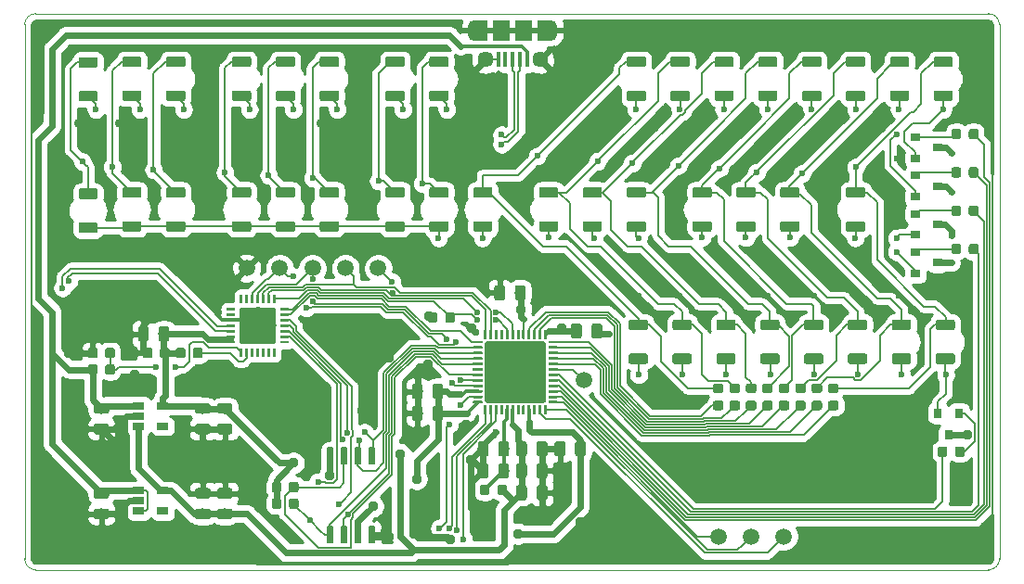
<source format=gbr>
G04 #@! TF.GenerationSoftware,KiCad,Pcbnew,5.1.4-3.fc30*
G04 #@! TF.CreationDate,2019-11-18T01:19:32-06:00*
G04 #@! TF.ProjectId,blinkencard,626c696e-6b65-46e6-9361-72642e6b6963,rev?*
G04 #@! TF.SameCoordinates,Original*
G04 #@! TF.FileFunction,Copper,L1,Top*
G04 #@! TF.FilePolarity,Positive*
%FSLAX46Y46*%
G04 Gerber Fmt 4.6, Leading zero omitted, Abs format (unit mm)*
G04 Created by KiCad (PCBNEW 5.1.4-3.fc30) date 2019-11-18 01:19:32*
%MOMM*%
%LPD*%
G04 APERTURE LIST*
G04 #@! TA.AperFunction,NonConductor*
%ADD10C,0.050000*%
G04 #@! TD*
G04 #@! TA.AperFunction,Conductor*
%ADD11C,0.100000*%
G04 #@! TD*
G04 #@! TA.AperFunction,SMDPad,CuDef*
%ADD12C,0.950000*%
G04 #@! TD*
G04 #@! TA.AperFunction,BGAPad,CuDef*
%ADD13C,1.500000*%
G04 #@! TD*
G04 #@! TA.AperFunction,SMDPad,CuDef*
%ADD14C,0.600000*%
G04 #@! TD*
G04 #@! TA.AperFunction,SMDPad,CuDef*
%ADD15C,0.250000*%
G04 #@! TD*
G04 #@! TA.AperFunction,ViaPad*
%ADD16C,0.500000*%
G04 #@! TD*
G04 #@! TA.AperFunction,SMDPad,CuDef*
%ADD17C,5.600000*%
G04 #@! TD*
G04 #@! TA.AperFunction,SMDPad,CuDef*
%ADD18R,1.200000X1.900000*%
G04 #@! TD*
G04 #@! TA.AperFunction,ComponentPad*
%ADD19O,1.200000X1.900000*%
G04 #@! TD*
G04 #@! TA.AperFunction,SMDPad,CuDef*
%ADD20R,1.500000X1.900000*%
G04 #@! TD*
G04 #@! TA.AperFunction,ComponentPad*
%ADD21C,1.450000*%
G04 #@! TD*
G04 #@! TA.AperFunction,SMDPad,CuDef*
%ADD22R,0.400000X1.350000*%
G04 #@! TD*
G04 #@! TA.AperFunction,SMDPad,CuDef*
%ADD23C,0.875000*%
G04 #@! TD*
G04 #@! TA.AperFunction,SMDPad,CuDef*
%ADD24C,0.975000*%
G04 #@! TD*
G04 #@! TA.AperFunction,SMDPad,CuDef*
%ADD25R,1.060000X0.650000*%
G04 #@! TD*
G04 #@! TA.AperFunction,SMDPad,CuDef*
%ADD26C,3.350000*%
G04 #@! TD*
G04 #@! TA.AperFunction,SMDPad,CuDef*
%ADD27R,0.800000X0.900000*%
G04 #@! TD*
G04 #@! TA.AperFunction,SMDPad,CuDef*
%ADD28R,0.900000X0.800000*%
G04 #@! TD*
G04 #@! TA.AperFunction,ViaPad*
%ADD29C,0.600000*%
G04 #@! TD*
G04 #@! TA.AperFunction,ViaPad*
%ADD30C,0.950000*%
G04 #@! TD*
G04 #@! TA.AperFunction,ViaPad*
%ADD31C,0.750000*%
G04 #@! TD*
G04 #@! TA.AperFunction,Conductor*
%ADD32C,0.127000*%
G04 #@! TD*
G04 #@! TA.AperFunction,Conductor*
%ADD33C,0.600000*%
G04 #@! TD*
G04 #@! TA.AperFunction,Conductor*
%ADD34C,0.300000*%
G04 #@! TD*
G04 #@! TA.AperFunction,Conductor*
%ADD35C,0.150000*%
G04 #@! TD*
G04 #@! TA.AperFunction,Conductor*
%ADD36C,0.200000*%
G04 #@! TD*
G04 #@! TA.AperFunction,Conductor*
%ADD37C,0.254000*%
G04 #@! TD*
G04 APERTURE END LIST*
D10*
X1000000Y-50800000D02*
G75*
G02X0Y-49800000I0J1000000D01*
G01*
X88900000Y-49800000D02*
G75*
G02X87900000Y-50800000I-1000000J0D01*
G01*
X87900000Y0D02*
G75*
G02X88900000Y-1000000I0J-1000000D01*
G01*
X0Y-1000000D02*
G75*
G02X1000000Y0I1000000J0D01*
G01*
X0Y-1000000D02*
X0Y-49800000D01*
X1000000Y-50800000D02*
X87900000Y-50800000D01*
X88900000Y-1000000D02*
X88900000Y-49800000D01*
X1000000Y0D02*
X87900000Y0D01*
D11*
G04 #@! TO.N,Net-(D17-Pad1)*
G04 #@! TO.C,D57*
G36*
X84663623Y-27945915D02*
G01*
X84682067Y-27948651D01*
X84700154Y-27953181D01*
X84717710Y-27959463D01*
X84734565Y-27967435D01*
X84750558Y-27977021D01*
X84765535Y-27988128D01*
X84779350Y-28000650D01*
X84791872Y-28014465D01*
X84802979Y-28029442D01*
X84812565Y-28045435D01*
X84820537Y-28062290D01*
X84826819Y-28079846D01*
X84831349Y-28097933D01*
X84834085Y-28116377D01*
X84835000Y-28135000D01*
X84835000Y-28705000D01*
X84834085Y-28723623D01*
X84831349Y-28742067D01*
X84826819Y-28760154D01*
X84820537Y-28777710D01*
X84812565Y-28794565D01*
X84802979Y-28810558D01*
X84791872Y-28825535D01*
X84779350Y-28839350D01*
X84765535Y-28851872D01*
X84750558Y-28862979D01*
X84734565Y-28872565D01*
X84717710Y-28880537D01*
X84700154Y-28886819D01*
X84682067Y-28891349D01*
X84663623Y-28894085D01*
X84645000Y-28895000D01*
X83275000Y-28895000D01*
X83256377Y-28894085D01*
X83237933Y-28891349D01*
X83219846Y-28886819D01*
X83202290Y-28880537D01*
X83185435Y-28872565D01*
X83169442Y-28862979D01*
X83154465Y-28851872D01*
X83140650Y-28839350D01*
X83128128Y-28825535D01*
X83117021Y-28810558D01*
X83107435Y-28794565D01*
X83099463Y-28777710D01*
X83093181Y-28760154D01*
X83088651Y-28742067D01*
X83085915Y-28723623D01*
X83085000Y-28705000D01*
X83085000Y-28135000D01*
X83085915Y-28116377D01*
X83088651Y-28097933D01*
X83093181Y-28079846D01*
X83099463Y-28062290D01*
X83107435Y-28045435D01*
X83117021Y-28029442D01*
X83128128Y-28014465D01*
X83140650Y-28000650D01*
X83154465Y-27988128D01*
X83169442Y-27977021D01*
X83185435Y-27967435D01*
X83202290Y-27959463D01*
X83219846Y-27953181D01*
X83237933Y-27948651D01*
X83256377Y-27945915D01*
X83275000Y-27945000D01*
X84645000Y-27945000D01*
X84663623Y-27945915D01*
X84663623Y-27945915D01*
G37*
D12*
G04 #@! TD*
G04 #@! TO.P,D57,1*
G04 #@! TO.N,Net-(D17-Pad1)*
X83960000Y-28420000D03*
D11*
G04 #@! TO.N,Net-(D50-Pad2)*
G04 #@! TO.C,D57*
G36*
X84663623Y-31045915D02*
G01*
X84682067Y-31048651D01*
X84700154Y-31053181D01*
X84717710Y-31059463D01*
X84734565Y-31067435D01*
X84750558Y-31077021D01*
X84765535Y-31088128D01*
X84779350Y-31100650D01*
X84791872Y-31114465D01*
X84802979Y-31129442D01*
X84812565Y-31145435D01*
X84820537Y-31162290D01*
X84826819Y-31179846D01*
X84831349Y-31197933D01*
X84834085Y-31216377D01*
X84835000Y-31235000D01*
X84835000Y-31805000D01*
X84834085Y-31823623D01*
X84831349Y-31842067D01*
X84826819Y-31860154D01*
X84820537Y-31877710D01*
X84812565Y-31894565D01*
X84802979Y-31910558D01*
X84791872Y-31925535D01*
X84779350Y-31939350D01*
X84765535Y-31951872D01*
X84750558Y-31962979D01*
X84734565Y-31972565D01*
X84717710Y-31980537D01*
X84700154Y-31986819D01*
X84682067Y-31991349D01*
X84663623Y-31994085D01*
X84645000Y-31995000D01*
X83275000Y-31995000D01*
X83256377Y-31994085D01*
X83237933Y-31991349D01*
X83219846Y-31986819D01*
X83202290Y-31980537D01*
X83185435Y-31972565D01*
X83169442Y-31962979D01*
X83154465Y-31951872D01*
X83140650Y-31939350D01*
X83128128Y-31925535D01*
X83117021Y-31910558D01*
X83107435Y-31894565D01*
X83099463Y-31877710D01*
X83093181Y-31860154D01*
X83088651Y-31842067D01*
X83085915Y-31823623D01*
X83085000Y-31805000D01*
X83085000Y-31235000D01*
X83085915Y-31216377D01*
X83088651Y-31197933D01*
X83093181Y-31179846D01*
X83099463Y-31162290D01*
X83107435Y-31145435D01*
X83117021Y-31129442D01*
X83128128Y-31114465D01*
X83140650Y-31100650D01*
X83154465Y-31088128D01*
X83169442Y-31077021D01*
X83185435Y-31067435D01*
X83202290Y-31059463D01*
X83219846Y-31053181D01*
X83237933Y-31048651D01*
X83256377Y-31045915D01*
X83275000Y-31045000D01*
X84645000Y-31045000D01*
X84663623Y-31045915D01*
X84663623Y-31045915D01*
G37*
D12*
G04 #@! TD*
G04 #@! TO.P,D57,2*
G04 #@! TO.N,Net-(D50-Pad2)*
X83960000Y-31520000D03*
D11*
G04 #@! TO.N,Net-(D16-Pad1)*
G04 #@! TO.C,D56*
G36*
X80663623Y-27945915D02*
G01*
X80682067Y-27948651D01*
X80700154Y-27953181D01*
X80717710Y-27959463D01*
X80734565Y-27967435D01*
X80750558Y-27977021D01*
X80765535Y-27988128D01*
X80779350Y-28000650D01*
X80791872Y-28014465D01*
X80802979Y-28029442D01*
X80812565Y-28045435D01*
X80820537Y-28062290D01*
X80826819Y-28079846D01*
X80831349Y-28097933D01*
X80834085Y-28116377D01*
X80835000Y-28135000D01*
X80835000Y-28705000D01*
X80834085Y-28723623D01*
X80831349Y-28742067D01*
X80826819Y-28760154D01*
X80820537Y-28777710D01*
X80812565Y-28794565D01*
X80802979Y-28810558D01*
X80791872Y-28825535D01*
X80779350Y-28839350D01*
X80765535Y-28851872D01*
X80750558Y-28862979D01*
X80734565Y-28872565D01*
X80717710Y-28880537D01*
X80700154Y-28886819D01*
X80682067Y-28891349D01*
X80663623Y-28894085D01*
X80645000Y-28895000D01*
X79275000Y-28895000D01*
X79256377Y-28894085D01*
X79237933Y-28891349D01*
X79219846Y-28886819D01*
X79202290Y-28880537D01*
X79185435Y-28872565D01*
X79169442Y-28862979D01*
X79154465Y-28851872D01*
X79140650Y-28839350D01*
X79128128Y-28825535D01*
X79117021Y-28810558D01*
X79107435Y-28794565D01*
X79099463Y-28777710D01*
X79093181Y-28760154D01*
X79088651Y-28742067D01*
X79085915Y-28723623D01*
X79085000Y-28705000D01*
X79085000Y-28135000D01*
X79085915Y-28116377D01*
X79088651Y-28097933D01*
X79093181Y-28079846D01*
X79099463Y-28062290D01*
X79107435Y-28045435D01*
X79117021Y-28029442D01*
X79128128Y-28014465D01*
X79140650Y-28000650D01*
X79154465Y-27988128D01*
X79169442Y-27977021D01*
X79185435Y-27967435D01*
X79202290Y-27959463D01*
X79219846Y-27953181D01*
X79237933Y-27948651D01*
X79256377Y-27945915D01*
X79275000Y-27945000D01*
X80645000Y-27945000D01*
X80663623Y-27945915D01*
X80663623Y-27945915D01*
G37*
D12*
G04 #@! TD*
G04 #@! TO.P,D56,1*
G04 #@! TO.N,Net-(D16-Pad1)*
X79960000Y-28420000D03*
D11*
G04 #@! TO.N,Net-(D50-Pad2)*
G04 #@! TO.C,D56*
G36*
X80663623Y-31045915D02*
G01*
X80682067Y-31048651D01*
X80700154Y-31053181D01*
X80717710Y-31059463D01*
X80734565Y-31067435D01*
X80750558Y-31077021D01*
X80765535Y-31088128D01*
X80779350Y-31100650D01*
X80791872Y-31114465D01*
X80802979Y-31129442D01*
X80812565Y-31145435D01*
X80820537Y-31162290D01*
X80826819Y-31179846D01*
X80831349Y-31197933D01*
X80834085Y-31216377D01*
X80835000Y-31235000D01*
X80835000Y-31805000D01*
X80834085Y-31823623D01*
X80831349Y-31842067D01*
X80826819Y-31860154D01*
X80820537Y-31877710D01*
X80812565Y-31894565D01*
X80802979Y-31910558D01*
X80791872Y-31925535D01*
X80779350Y-31939350D01*
X80765535Y-31951872D01*
X80750558Y-31962979D01*
X80734565Y-31972565D01*
X80717710Y-31980537D01*
X80700154Y-31986819D01*
X80682067Y-31991349D01*
X80663623Y-31994085D01*
X80645000Y-31995000D01*
X79275000Y-31995000D01*
X79256377Y-31994085D01*
X79237933Y-31991349D01*
X79219846Y-31986819D01*
X79202290Y-31980537D01*
X79185435Y-31972565D01*
X79169442Y-31962979D01*
X79154465Y-31951872D01*
X79140650Y-31939350D01*
X79128128Y-31925535D01*
X79117021Y-31910558D01*
X79107435Y-31894565D01*
X79099463Y-31877710D01*
X79093181Y-31860154D01*
X79088651Y-31842067D01*
X79085915Y-31823623D01*
X79085000Y-31805000D01*
X79085000Y-31235000D01*
X79085915Y-31216377D01*
X79088651Y-31197933D01*
X79093181Y-31179846D01*
X79099463Y-31162290D01*
X79107435Y-31145435D01*
X79117021Y-31129442D01*
X79128128Y-31114465D01*
X79140650Y-31100650D01*
X79154465Y-31088128D01*
X79169442Y-31077021D01*
X79185435Y-31067435D01*
X79202290Y-31059463D01*
X79219846Y-31053181D01*
X79237933Y-31048651D01*
X79256377Y-31045915D01*
X79275000Y-31045000D01*
X80645000Y-31045000D01*
X80663623Y-31045915D01*
X80663623Y-31045915D01*
G37*
D12*
G04 #@! TD*
G04 #@! TO.P,D56,2*
G04 #@! TO.N,Net-(D50-Pad2)*
X79960000Y-31520000D03*
D11*
G04 #@! TO.N,Net-(D15-Pad1)*
G04 #@! TO.C,D55*
G36*
X76663623Y-27945915D02*
G01*
X76682067Y-27948651D01*
X76700154Y-27953181D01*
X76717710Y-27959463D01*
X76734565Y-27967435D01*
X76750558Y-27977021D01*
X76765535Y-27988128D01*
X76779350Y-28000650D01*
X76791872Y-28014465D01*
X76802979Y-28029442D01*
X76812565Y-28045435D01*
X76820537Y-28062290D01*
X76826819Y-28079846D01*
X76831349Y-28097933D01*
X76834085Y-28116377D01*
X76835000Y-28135000D01*
X76835000Y-28705000D01*
X76834085Y-28723623D01*
X76831349Y-28742067D01*
X76826819Y-28760154D01*
X76820537Y-28777710D01*
X76812565Y-28794565D01*
X76802979Y-28810558D01*
X76791872Y-28825535D01*
X76779350Y-28839350D01*
X76765535Y-28851872D01*
X76750558Y-28862979D01*
X76734565Y-28872565D01*
X76717710Y-28880537D01*
X76700154Y-28886819D01*
X76682067Y-28891349D01*
X76663623Y-28894085D01*
X76645000Y-28895000D01*
X75275000Y-28895000D01*
X75256377Y-28894085D01*
X75237933Y-28891349D01*
X75219846Y-28886819D01*
X75202290Y-28880537D01*
X75185435Y-28872565D01*
X75169442Y-28862979D01*
X75154465Y-28851872D01*
X75140650Y-28839350D01*
X75128128Y-28825535D01*
X75117021Y-28810558D01*
X75107435Y-28794565D01*
X75099463Y-28777710D01*
X75093181Y-28760154D01*
X75088651Y-28742067D01*
X75085915Y-28723623D01*
X75085000Y-28705000D01*
X75085000Y-28135000D01*
X75085915Y-28116377D01*
X75088651Y-28097933D01*
X75093181Y-28079846D01*
X75099463Y-28062290D01*
X75107435Y-28045435D01*
X75117021Y-28029442D01*
X75128128Y-28014465D01*
X75140650Y-28000650D01*
X75154465Y-27988128D01*
X75169442Y-27977021D01*
X75185435Y-27967435D01*
X75202290Y-27959463D01*
X75219846Y-27953181D01*
X75237933Y-27948651D01*
X75256377Y-27945915D01*
X75275000Y-27945000D01*
X76645000Y-27945000D01*
X76663623Y-27945915D01*
X76663623Y-27945915D01*
G37*
D12*
G04 #@! TD*
G04 #@! TO.P,D55,1*
G04 #@! TO.N,Net-(D15-Pad1)*
X75960000Y-28420000D03*
D11*
G04 #@! TO.N,Net-(D50-Pad2)*
G04 #@! TO.C,D55*
G36*
X76663623Y-31045915D02*
G01*
X76682067Y-31048651D01*
X76700154Y-31053181D01*
X76717710Y-31059463D01*
X76734565Y-31067435D01*
X76750558Y-31077021D01*
X76765535Y-31088128D01*
X76779350Y-31100650D01*
X76791872Y-31114465D01*
X76802979Y-31129442D01*
X76812565Y-31145435D01*
X76820537Y-31162290D01*
X76826819Y-31179846D01*
X76831349Y-31197933D01*
X76834085Y-31216377D01*
X76835000Y-31235000D01*
X76835000Y-31805000D01*
X76834085Y-31823623D01*
X76831349Y-31842067D01*
X76826819Y-31860154D01*
X76820537Y-31877710D01*
X76812565Y-31894565D01*
X76802979Y-31910558D01*
X76791872Y-31925535D01*
X76779350Y-31939350D01*
X76765535Y-31951872D01*
X76750558Y-31962979D01*
X76734565Y-31972565D01*
X76717710Y-31980537D01*
X76700154Y-31986819D01*
X76682067Y-31991349D01*
X76663623Y-31994085D01*
X76645000Y-31995000D01*
X75275000Y-31995000D01*
X75256377Y-31994085D01*
X75237933Y-31991349D01*
X75219846Y-31986819D01*
X75202290Y-31980537D01*
X75185435Y-31972565D01*
X75169442Y-31962979D01*
X75154465Y-31951872D01*
X75140650Y-31939350D01*
X75128128Y-31925535D01*
X75117021Y-31910558D01*
X75107435Y-31894565D01*
X75099463Y-31877710D01*
X75093181Y-31860154D01*
X75088651Y-31842067D01*
X75085915Y-31823623D01*
X75085000Y-31805000D01*
X75085000Y-31235000D01*
X75085915Y-31216377D01*
X75088651Y-31197933D01*
X75093181Y-31179846D01*
X75099463Y-31162290D01*
X75107435Y-31145435D01*
X75117021Y-31129442D01*
X75128128Y-31114465D01*
X75140650Y-31100650D01*
X75154465Y-31088128D01*
X75169442Y-31077021D01*
X75185435Y-31067435D01*
X75202290Y-31059463D01*
X75219846Y-31053181D01*
X75237933Y-31048651D01*
X75256377Y-31045915D01*
X75275000Y-31045000D01*
X76645000Y-31045000D01*
X76663623Y-31045915D01*
X76663623Y-31045915D01*
G37*
D12*
G04 #@! TD*
G04 #@! TO.P,D55,2*
G04 #@! TO.N,Net-(D50-Pad2)*
X75960000Y-31520000D03*
D11*
G04 #@! TO.N,Net-(D14-Pad1)*
G04 #@! TO.C,D54*
G36*
X72663623Y-27945915D02*
G01*
X72682067Y-27948651D01*
X72700154Y-27953181D01*
X72717710Y-27959463D01*
X72734565Y-27967435D01*
X72750558Y-27977021D01*
X72765535Y-27988128D01*
X72779350Y-28000650D01*
X72791872Y-28014465D01*
X72802979Y-28029442D01*
X72812565Y-28045435D01*
X72820537Y-28062290D01*
X72826819Y-28079846D01*
X72831349Y-28097933D01*
X72834085Y-28116377D01*
X72835000Y-28135000D01*
X72835000Y-28705000D01*
X72834085Y-28723623D01*
X72831349Y-28742067D01*
X72826819Y-28760154D01*
X72820537Y-28777710D01*
X72812565Y-28794565D01*
X72802979Y-28810558D01*
X72791872Y-28825535D01*
X72779350Y-28839350D01*
X72765535Y-28851872D01*
X72750558Y-28862979D01*
X72734565Y-28872565D01*
X72717710Y-28880537D01*
X72700154Y-28886819D01*
X72682067Y-28891349D01*
X72663623Y-28894085D01*
X72645000Y-28895000D01*
X71275000Y-28895000D01*
X71256377Y-28894085D01*
X71237933Y-28891349D01*
X71219846Y-28886819D01*
X71202290Y-28880537D01*
X71185435Y-28872565D01*
X71169442Y-28862979D01*
X71154465Y-28851872D01*
X71140650Y-28839350D01*
X71128128Y-28825535D01*
X71117021Y-28810558D01*
X71107435Y-28794565D01*
X71099463Y-28777710D01*
X71093181Y-28760154D01*
X71088651Y-28742067D01*
X71085915Y-28723623D01*
X71085000Y-28705000D01*
X71085000Y-28135000D01*
X71085915Y-28116377D01*
X71088651Y-28097933D01*
X71093181Y-28079846D01*
X71099463Y-28062290D01*
X71107435Y-28045435D01*
X71117021Y-28029442D01*
X71128128Y-28014465D01*
X71140650Y-28000650D01*
X71154465Y-27988128D01*
X71169442Y-27977021D01*
X71185435Y-27967435D01*
X71202290Y-27959463D01*
X71219846Y-27953181D01*
X71237933Y-27948651D01*
X71256377Y-27945915D01*
X71275000Y-27945000D01*
X72645000Y-27945000D01*
X72663623Y-27945915D01*
X72663623Y-27945915D01*
G37*
D12*
G04 #@! TD*
G04 #@! TO.P,D54,1*
G04 #@! TO.N,Net-(D14-Pad1)*
X71960000Y-28420000D03*
D11*
G04 #@! TO.N,Net-(D50-Pad2)*
G04 #@! TO.C,D54*
G36*
X72663623Y-31045915D02*
G01*
X72682067Y-31048651D01*
X72700154Y-31053181D01*
X72717710Y-31059463D01*
X72734565Y-31067435D01*
X72750558Y-31077021D01*
X72765535Y-31088128D01*
X72779350Y-31100650D01*
X72791872Y-31114465D01*
X72802979Y-31129442D01*
X72812565Y-31145435D01*
X72820537Y-31162290D01*
X72826819Y-31179846D01*
X72831349Y-31197933D01*
X72834085Y-31216377D01*
X72835000Y-31235000D01*
X72835000Y-31805000D01*
X72834085Y-31823623D01*
X72831349Y-31842067D01*
X72826819Y-31860154D01*
X72820537Y-31877710D01*
X72812565Y-31894565D01*
X72802979Y-31910558D01*
X72791872Y-31925535D01*
X72779350Y-31939350D01*
X72765535Y-31951872D01*
X72750558Y-31962979D01*
X72734565Y-31972565D01*
X72717710Y-31980537D01*
X72700154Y-31986819D01*
X72682067Y-31991349D01*
X72663623Y-31994085D01*
X72645000Y-31995000D01*
X71275000Y-31995000D01*
X71256377Y-31994085D01*
X71237933Y-31991349D01*
X71219846Y-31986819D01*
X71202290Y-31980537D01*
X71185435Y-31972565D01*
X71169442Y-31962979D01*
X71154465Y-31951872D01*
X71140650Y-31939350D01*
X71128128Y-31925535D01*
X71117021Y-31910558D01*
X71107435Y-31894565D01*
X71099463Y-31877710D01*
X71093181Y-31860154D01*
X71088651Y-31842067D01*
X71085915Y-31823623D01*
X71085000Y-31805000D01*
X71085000Y-31235000D01*
X71085915Y-31216377D01*
X71088651Y-31197933D01*
X71093181Y-31179846D01*
X71099463Y-31162290D01*
X71107435Y-31145435D01*
X71117021Y-31129442D01*
X71128128Y-31114465D01*
X71140650Y-31100650D01*
X71154465Y-31088128D01*
X71169442Y-31077021D01*
X71185435Y-31067435D01*
X71202290Y-31059463D01*
X71219846Y-31053181D01*
X71237933Y-31048651D01*
X71256377Y-31045915D01*
X71275000Y-31045000D01*
X72645000Y-31045000D01*
X72663623Y-31045915D01*
X72663623Y-31045915D01*
G37*
D12*
G04 #@! TD*
G04 #@! TO.P,D54,2*
G04 #@! TO.N,Net-(D50-Pad2)*
X71960000Y-31520000D03*
D11*
G04 #@! TO.N,Net-(D13-Pad1)*
G04 #@! TO.C,D53*
G36*
X68663623Y-27945915D02*
G01*
X68682067Y-27948651D01*
X68700154Y-27953181D01*
X68717710Y-27959463D01*
X68734565Y-27967435D01*
X68750558Y-27977021D01*
X68765535Y-27988128D01*
X68779350Y-28000650D01*
X68791872Y-28014465D01*
X68802979Y-28029442D01*
X68812565Y-28045435D01*
X68820537Y-28062290D01*
X68826819Y-28079846D01*
X68831349Y-28097933D01*
X68834085Y-28116377D01*
X68835000Y-28135000D01*
X68835000Y-28705000D01*
X68834085Y-28723623D01*
X68831349Y-28742067D01*
X68826819Y-28760154D01*
X68820537Y-28777710D01*
X68812565Y-28794565D01*
X68802979Y-28810558D01*
X68791872Y-28825535D01*
X68779350Y-28839350D01*
X68765535Y-28851872D01*
X68750558Y-28862979D01*
X68734565Y-28872565D01*
X68717710Y-28880537D01*
X68700154Y-28886819D01*
X68682067Y-28891349D01*
X68663623Y-28894085D01*
X68645000Y-28895000D01*
X67275000Y-28895000D01*
X67256377Y-28894085D01*
X67237933Y-28891349D01*
X67219846Y-28886819D01*
X67202290Y-28880537D01*
X67185435Y-28872565D01*
X67169442Y-28862979D01*
X67154465Y-28851872D01*
X67140650Y-28839350D01*
X67128128Y-28825535D01*
X67117021Y-28810558D01*
X67107435Y-28794565D01*
X67099463Y-28777710D01*
X67093181Y-28760154D01*
X67088651Y-28742067D01*
X67085915Y-28723623D01*
X67085000Y-28705000D01*
X67085000Y-28135000D01*
X67085915Y-28116377D01*
X67088651Y-28097933D01*
X67093181Y-28079846D01*
X67099463Y-28062290D01*
X67107435Y-28045435D01*
X67117021Y-28029442D01*
X67128128Y-28014465D01*
X67140650Y-28000650D01*
X67154465Y-27988128D01*
X67169442Y-27977021D01*
X67185435Y-27967435D01*
X67202290Y-27959463D01*
X67219846Y-27953181D01*
X67237933Y-27948651D01*
X67256377Y-27945915D01*
X67275000Y-27945000D01*
X68645000Y-27945000D01*
X68663623Y-27945915D01*
X68663623Y-27945915D01*
G37*
D12*
G04 #@! TD*
G04 #@! TO.P,D53,1*
G04 #@! TO.N,Net-(D13-Pad1)*
X67960000Y-28420000D03*
D11*
G04 #@! TO.N,Net-(D50-Pad2)*
G04 #@! TO.C,D53*
G36*
X68663623Y-31045915D02*
G01*
X68682067Y-31048651D01*
X68700154Y-31053181D01*
X68717710Y-31059463D01*
X68734565Y-31067435D01*
X68750558Y-31077021D01*
X68765535Y-31088128D01*
X68779350Y-31100650D01*
X68791872Y-31114465D01*
X68802979Y-31129442D01*
X68812565Y-31145435D01*
X68820537Y-31162290D01*
X68826819Y-31179846D01*
X68831349Y-31197933D01*
X68834085Y-31216377D01*
X68835000Y-31235000D01*
X68835000Y-31805000D01*
X68834085Y-31823623D01*
X68831349Y-31842067D01*
X68826819Y-31860154D01*
X68820537Y-31877710D01*
X68812565Y-31894565D01*
X68802979Y-31910558D01*
X68791872Y-31925535D01*
X68779350Y-31939350D01*
X68765535Y-31951872D01*
X68750558Y-31962979D01*
X68734565Y-31972565D01*
X68717710Y-31980537D01*
X68700154Y-31986819D01*
X68682067Y-31991349D01*
X68663623Y-31994085D01*
X68645000Y-31995000D01*
X67275000Y-31995000D01*
X67256377Y-31994085D01*
X67237933Y-31991349D01*
X67219846Y-31986819D01*
X67202290Y-31980537D01*
X67185435Y-31972565D01*
X67169442Y-31962979D01*
X67154465Y-31951872D01*
X67140650Y-31939350D01*
X67128128Y-31925535D01*
X67117021Y-31910558D01*
X67107435Y-31894565D01*
X67099463Y-31877710D01*
X67093181Y-31860154D01*
X67088651Y-31842067D01*
X67085915Y-31823623D01*
X67085000Y-31805000D01*
X67085000Y-31235000D01*
X67085915Y-31216377D01*
X67088651Y-31197933D01*
X67093181Y-31179846D01*
X67099463Y-31162290D01*
X67107435Y-31145435D01*
X67117021Y-31129442D01*
X67128128Y-31114465D01*
X67140650Y-31100650D01*
X67154465Y-31088128D01*
X67169442Y-31077021D01*
X67185435Y-31067435D01*
X67202290Y-31059463D01*
X67219846Y-31053181D01*
X67237933Y-31048651D01*
X67256377Y-31045915D01*
X67275000Y-31045000D01*
X68645000Y-31045000D01*
X68663623Y-31045915D01*
X68663623Y-31045915D01*
G37*
D12*
G04 #@! TD*
G04 #@! TO.P,D53,2*
G04 #@! TO.N,Net-(D50-Pad2)*
X67960000Y-31520000D03*
D11*
G04 #@! TO.N,Net-(D12-Pad1)*
G04 #@! TO.C,D52*
G36*
X64663623Y-27945915D02*
G01*
X64682067Y-27948651D01*
X64700154Y-27953181D01*
X64717710Y-27959463D01*
X64734565Y-27967435D01*
X64750558Y-27977021D01*
X64765535Y-27988128D01*
X64779350Y-28000650D01*
X64791872Y-28014465D01*
X64802979Y-28029442D01*
X64812565Y-28045435D01*
X64820537Y-28062290D01*
X64826819Y-28079846D01*
X64831349Y-28097933D01*
X64834085Y-28116377D01*
X64835000Y-28135000D01*
X64835000Y-28705000D01*
X64834085Y-28723623D01*
X64831349Y-28742067D01*
X64826819Y-28760154D01*
X64820537Y-28777710D01*
X64812565Y-28794565D01*
X64802979Y-28810558D01*
X64791872Y-28825535D01*
X64779350Y-28839350D01*
X64765535Y-28851872D01*
X64750558Y-28862979D01*
X64734565Y-28872565D01*
X64717710Y-28880537D01*
X64700154Y-28886819D01*
X64682067Y-28891349D01*
X64663623Y-28894085D01*
X64645000Y-28895000D01*
X63275000Y-28895000D01*
X63256377Y-28894085D01*
X63237933Y-28891349D01*
X63219846Y-28886819D01*
X63202290Y-28880537D01*
X63185435Y-28872565D01*
X63169442Y-28862979D01*
X63154465Y-28851872D01*
X63140650Y-28839350D01*
X63128128Y-28825535D01*
X63117021Y-28810558D01*
X63107435Y-28794565D01*
X63099463Y-28777710D01*
X63093181Y-28760154D01*
X63088651Y-28742067D01*
X63085915Y-28723623D01*
X63085000Y-28705000D01*
X63085000Y-28135000D01*
X63085915Y-28116377D01*
X63088651Y-28097933D01*
X63093181Y-28079846D01*
X63099463Y-28062290D01*
X63107435Y-28045435D01*
X63117021Y-28029442D01*
X63128128Y-28014465D01*
X63140650Y-28000650D01*
X63154465Y-27988128D01*
X63169442Y-27977021D01*
X63185435Y-27967435D01*
X63202290Y-27959463D01*
X63219846Y-27953181D01*
X63237933Y-27948651D01*
X63256377Y-27945915D01*
X63275000Y-27945000D01*
X64645000Y-27945000D01*
X64663623Y-27945915D01*
X64663623Y-27945915D01*
G37*
D12*
G04 #@! TD*
G04 #@! TO.P,D52,1*
G04 #@! TO.N,Net-(D12-Pad1)*
X63960000Y-28420000D03*
D11*
G04 #@! TO.N,Net-(D50-Pad2)*
G04 #@! TO.C,D52*
G36*
X64663623Y-31045915D02*
G01*
X64682067Y-31048651D01*
X64700154Y-31053181D01*
X64717710Y-31059463D01*
X64734565Y-31067435D01*
X64750558Y-31077021D01*
X64765535Y-31088128D01*
X64779350Y-31100650D01*
X64791872Y-31114465D01*
X64802979Y-31129442D01*
X64812565Y-31145435D01*
X64820537Y-31162290D01*
X64826819Y-31179846D01*
X64831349Y-31197933D01*
X64834085Y-31216377D01*
X64835000Y-31235000D01*
X64835000Y-31805000D01*
X64834085Y-31823623D01*
X64831349Y-31842067D01*
X64826819Y-31860154D01*
X64820537Y-31877710D01*
X64812565Y-31894565D01*
X64802979Y-31910558D01*
X64791872Y-31925535D01*
X64779350Y-31939350D01*
X64765535Y-31951872D01*
X64750558Y-31962979D01*
X64734565Y-31972565D01*
X64717710Y-31980537D01*
X64700154Y-31986819D01*
X64682067Y-31991349D01*
X64663623Y-31994085D01*
X64645000Y-31995000D01*
X63275000Y-31995000D01*
X63256377Y-31994085D01*
X63237933Y-31991349D01*
X63219846Y-31986819D01*
X63202290Y-31980537D01*
X63185435Y-31972565D01*
X63169442Y-31962979D01*
X63154465Y-31951872D01*
X63140650Y-31939350D01*
X63128128Y-31925535D01*
X63117021Y-31910558D01*
X63107435Y-31894565D01*
X63099463Y-31877710D01*
X63093181Y-31860154D01*
X63088651Y-31842067D01*
X63085915Y-31823623D01*
X63085000Y-31805000D01*
X63085000Y-31235000D01*
X63085915Y-31216377D01*
X63088651Y-31197933D01*
X63093181Y-31179846D01*
X63099463Y-31162290D01*
X63107435Y-31145435D01*
X63117021Y-31129442D01*
X63128128Y-31114465D01*
X63140650Y-31100650D01*
X63154465Y-31088128D01*
X63169442Y-31077021D01*
X63185435Y-31067435D01*
X63202290Y-31059463D01*
X63219846Y-31053181D01*
X63237933Y-31048651D01*
X63256377Y-31045915D01*
X63275000Y-31045000D01*
X64645000Y-31045000D01*
X64663623Y-31045915D01*
X64663623Y-31045915D01*
G37*
D12*
G04 #@! TD*
G04 #@! TO.P,D52,2*
G04 #@! TO.N,Net-(D50-Pad2)*
X63960000Y-31520000D03*
D11*
G04 #@! TO.N,Net-(D11-Pad1)*
G04 #@! TO.C,D51*
G36*
X60663623Y-27945915D02*
G01*
X60682067Y-27948651D01*
X60700154Y-27953181D01*
X60717710Y-27959463D01*
X60734565Y-27967435D01*
X60750558Y-27977021D01*
X60765535Y-27988128D01*
X60779350Y-28000650D01*
X60791872Y-28014465D01*
X60802979Y-28029442D01*
X60812565Y-28045435D01*
X60820537Y-28062290D01*
X60826819Y-28079846D01*
X60831349Y-28097933D01*
X60834085Y-28116377D01*
X60835000Y-28135000D01*
X60835000Y-28705000D01*
X60834085Y-28723623D01*
X60831349Y-28742067D01*
X60826819Y-28760154D01*
X60820537Y-28777710D01*
X60812565Y-28794565D01*
X60802979Y-28810558D01*
X60791872Y-28825535D01*
X60779350Y-28839350D01*
X60765535Y-28851872D01*
X60750558Y-28862979D01*
X60734565Y-28872565D01*
X60717710Y-28880537D01*
X60700154Y-28886819D01*
X60682067Y-28891349D01*
X60663623Y-28894085D01*
X60645000Y-28895000D01*
X59275000Y-28895000D01*
X59256377Y-28894085D01*
X59237933Y-28891349D01*
X59219846Y-28886819D01*
X59202290Y-28880537D01*
X59185435Y-28872565D01*
X59169442Y-28862979D01*
X59154465Y-28851872D01*
X59140650Y-28839350D01*
X59128128Y-28825535D01*
X59117021Y-28810558D01*
X59107435Y-28794565D01*
X59099463Y-28777710D01*
X59093181Y-28760154D01*
X59088651Y-28742067D01*
X59085915Y-28723623D01*
X59085000Y-28705000D01*
X59085000Y-28135000D01*
X59085915Y-28116377D01*
X59088651Y-28097933D01*
X59093181Y-28079846D01*
X59099463Y-28062290D01*
X59107435Y-28045435D01*
X59117021Y-28029442D01*
X59128128Y-28014465D01*
X59140650Y-28000650D01*
X59154465Y-27988128D01*
X59169442Y-27977021D01*
X59185435Y-27967435D01*
X59202290Y-27959463D01*
X59219846Y-27953181D01*
X59237933Y-27948651D01*
X59256377Y-27945915D01*
X59275000Y-27945000D01*
X60645000Y-27945000D01*
X60663623Y-27945915D01*
X60663623Y-27945915D01*
G37*
D12*
G04 #@! TD*
G04 #@! TO.P,D51,1*
G04 #@! TO.N,Net-(D11-Pad1)*
X59960000Y-28420000D03*
D11*
G04 #@! TO.N,Net-(D50-Pad2)*
G04 #@! TO.C,D51*
G36*
X60663623Y-31045915D02*
G01*
X60682067Y-31048651D01*
X60700154Y-31053181D01*
X60717710Y-31059463D01*
X60734565Y-31067435D01*
X60750558Y-31077021D01*
X60765535Y-31088128D01*
X60779350Y-31100650D01*
X60791872Y-31114465D01*
X60802979Y-31129442D01*
X60812565Y-31145435D01*
X60820537Y-31162290D01*
X60826819Y-31179846D01*
X60831349Y-31197933D01*
X60834085Y-31216377D01*
X60835000Y-31235000D01*
X60835000Y-31805000D01*
X60834085Y-31823623D01*
X60831349Y-31842067D01*
X60826819Y-31860154D01*
X60820537Y-31877710D01*
X60812565Y-31894565D01*
X60802979Y-31910558D01*
X60791872Y-31925535D01*
X60779350Y-31939350D01*
X60765535Y-31951872D01*
X60750558Y-31962979D01*
X60734565Y-31972565D01*
X60717710Y-31980537D01*
X60700154Y-31986819D01*
X60682067Y-31991349D01*
X60663623Y-31994085D01*
X60645000Y-31995000D01*
X59275000Y-31995000D01*
X59256377Y-31994085D01*
X59237933Y-31991349D01*
X59219846Y-31986819D01*
X59202290Y-31980537D01*
X59185435Y-31972565D01*
X59169442Y-31962979D01*
X59154465Y-31951872D01*
X59140650Y-31939350D01*
X59128128Y-31925535D01*
X59117021Y-31910558D01*
X59107435Y-31894565D01*
X59099463Y-31877710D01*
X59093181Y-31860154D01*
X59088651Y-31842067D01*
X59085915Y-31823623D01*
X59085000Y-31805000D01*
X59085000Y-31235000D01*
X59085915Y-31216377D01*
X59088651Y-31197933D01*
X59093181Y-31179846D01*
X59099463Y-31162290D01*
X59107435Y-31145435D01*
X59117021Y-31129442D01*
X59128128Y-31114465D01*
X59140650Y-31100650D01*
X59154465Y-31088128D01*
X59169442Y-31077021D01*
X59185435Y-31067435D01*
X59202290Y-31059463D01*
X59219846Y-31053181D01*
X59237933Y-31048651D01*
X59256377Y-31045915D01*
X59275000Y-31045000D01*
X60645000Y-31045000D01*
X60663623Y-31045915D01*
X60663623Y-31045915D01*
G37*
D12*
G04 #@! TD*
G04 #@! TO.P,D51,2*
G04 #@! TO.N,Net-(D50-Pad2)*
X59960000Y-31520000D03*
D11*
G04 #@! TO.N,Net-(D10-Pad1)*
G04 #@! TO.C,D50*
G36*
X56663623Y-27945915D02*
G01*
X56682067Y-27948651D01*
X56700154Y-27953181D01*
X56717710Y-27959463D01*
X56734565Y-27967435D01*
X56750558Y-27977021D01*
X56765535Y-27988128D01*
X56779350Y-28000650D01*
X56791872Y-28014465D01*
X56802979Y-28029442D01*
X56812565Y-28045435D01*
X56820537Y-28062290D01*
X56826819Y-28079846D01*
X56831349Y-28097933D01*
X56834085Y-28116377D01*
X56835000Y-28135000D01*
X56835000Y-28705000D01*
X56834085Y-28723623D01*
X56831349Y-28742067D01*
X56826819Y-28760154D01*
X56820537Y-28777710D01*
X56812565Y-28794565D01*
X56802979Y-28810558D01*
X56791872Y-28825535D01*
X56779350Y-28839350D01*
X56765535Y-28851872D01*
X56750558Y-28862979D01*
X56734565Y-28872565D01*
X56717710Y-28880537D01*
X56700154Y-28886819D01*
X56682067Y-28891349D01*
X56663623Y-28894085D01*
X56645000Y-28895000D01*
X55275000Y-28895000D01*
X55256377Y-28894085D01*
X55237933Y-28891349D01*
X55219846Y-28886819D01*
X55202290Y-28880537D01*
X55185435Y-28872565D01*
X55169442Y-28862979D01*
X55154465Y-28851872D01*
X55140650Y-28839350D01*
X55128128Y-28825535D01*
X55117021Y-28810558D01*
X55107435Y-28794565D01*
X55099463Y-28777710D01*
X55093181Y-28760154D01*
X55088651Y-28742067D01*
X55085915Y-28723623D01*
X55085000Y-28705000D01*
X55085000Y-28135000D01*
X55085915Y-28116377D01*
X55088651Y-28097933D01*
X55093181Y-28079846D01*
X55099463Y-28062290D01*
X55107435Y-28045435D01*
X55117021Y-28029442D01*
X55128128Y-28014465D01*
X55140650Y-28000650D01*
X55154465Y-27988128D01*
X55169442Y-27977021D01*
X55185435Y-27967435D01*
X55202290Y-27959463D01*
X55219846Y-27953181D01*
X55237933Y-27948651D01*
X55256377Y-27945915D01*
X55275000Y-27945000D01*
X56645000Y-27945000D01*
X56663623Y-27945915D01*
X56663623Y-27945915D01*
G37*
D12*
G04 #@! TD*
G04 #@! TO.P,D50,1*
G04 #@! TO.N,Net-(D10-Pad1)*
X55960000Y-28420000D03*
D11*
G04 #@! TO.N,Net-(D50-Pad2)*
G04 #@! TO.C,D50*
G36*
X56663623Y-31045915D02*
G01*
X56682067Y-31048651D01*
X56700154Y-31053181D01*
X56717710Y-31059463D01*
X56734565Y-31067435D01*
X56750558Y-31077021D01*
X56765535Y-31088128D01*
X56779350Y-31100650D01*
X56791872Y-31114465D01*
X56802979Y-31129442D01*
X56812565Y-31145435D01*
X56820537Y-31162290D01*
X56826819Y-31179846D01*
X56831349Y-31197933D01*
X56834085Y-31216377D01*
X56835000Y-31235000D01*
X56835000Y-31805000D01*
X56834085Y-31823623D01*
X56831349Y-31842067D01*
X56826819Y-31860154D01*
X56820537Y-31877710D01*
X56812565Y-31894565D01*
X56802979Y-31910558D01*
X56791872Y-31925535D01*
X56779350Y-31939350D01*
X56765535Y-31951872D01*
X56750558Y-31962979D01*
X56734565Y-31972565D01*
X56717710Y-31980537D01*
X56700154Y-31986819D01*
X56682067Y-31991349D01*
X56663623Y-31994085D01*
X56645000Y-31995000D01*
X55275000Y-31995000D01*
X55256377Y-31994085D01*
X55237933Y-31991349D01*
X55219846Y-31986819D01*
X55202290Y-31980537D01*
X55185435Y-31972565D01*
X55169442Y-31962979D01*
X55154465Y-31951872D01*
X55140650Y-31939350D01*
X55128128Y-31925535D01*
X55117021Y-31910558D01*
X55107435Y-31894565D01*
X55099463Y-31877710D01*
X55093181Y-31860154D01*
X55088651Y-31842067D01*
X55085915Y-31823623D01*
X55085000Y-31805000D01*
X55085000Y-31235000D01*
X55085915Y-31216377D01*
X55088651Y-31197933D01*
X55093181Y-31179846D01*
X55099463Y-31162290D01*
X55107435Y-31145435D01*
X55117021Y-31129442D01*
X55128128Y-31114465D01*
X55140650Y-31100650D01*
X55154465Y-31088128D01*
X55169442Y-31077021D01*
X55185435Y-31067435D01*
X55202290Y-31059463D01*
X55219846Y-31053181D01*
X55237933Y-31048651D01*
X55256377Y-31045915D01*
X55275000Y-31045000D01*
X56645000Y-31045000D01*
X56663623Y-31045915D01*
X56663623Y-31045915D01*
G37*
D12*
G04 #@! TD*
G04 #@! TO.P,D50,2*
G04 #@! TO.N,Net-(D50-Pad2)*
X55960000Y-31520000D03*
D11*
G04 #@! TO.N,Net-(D17-Pad1)*
G04 #@! TO.C,D47*
G36*
X84483623Y-3925915D02*
G01*
X84502067Y-3928651D01*
X84520154Y-3933181D01*
X84537710Y-3939463D01*
X84554565Y-3947435D01*
X84570558Y-3957021D01*
X84585535Y-3968128D01*
X84599350Y-3980650D01*
X84611872Y-3994465D01*
X84622979Y-4009442D01*
X84632565Y-4025435D01*
X84640537Y-4042290D01*
X84646819Y-4059846D01*
X84651349Y-4077933D01*
X84654085Y-4096377D01*
X84655000Y-4115000D01*
X84655000Y-4685000D01*
X84654085Y-4703623D01*
X84651349Y-4722067D01*
X84646819Y-4740154D01*
X84640537Y-4757710D01*
X84632565Y-4774565D01*
X84622979Y-4790558D01*
X84611872Y-4805535D01*
X84599350Y-4819350D01*
X84585535Y-4831872D01*
X84570558Y-4842979D01*
X84554565Y-4852565D01*
X84537710Y-4860537D01*
X84520154Y-4866819D01*
X84502067Y-4871349D01*
X84483623Y-4874085D01*
X84465000Y-4875000D01*
X83095000Y-4875000D01*
X83076377Y-4874085D01*
X83057933Y-4871349D01*
X83039846Y-4866819D01*
X83022290Y-4860537D01*
X83005435Y-4852565D01*
X82989442Y-4842979D01*
X82974465Y-4831872D01*
X82960650Y-4819350D01*
X82948128Y-4805535D01*
X82937021Y-4790558D01*
X82927435Y-4774565D01*
X82919463Y-4757710D01*
X82913181Y-4740154D01*
X82908651Y-4722067D01*
X82905915Y-4703623D01*
X82905000Y-4685000D01*
X82905000Y-4115000D01*
X82905915Y-4096377D01*
X82908651Y-4077933D01*
X82913181Y-4059846D01*
X82919463Y-4042290D01*
X82927435Y-4025435D01*
X82937021Y-4009442D01*
X82948128Y-3994465D01*
X82960650Y-3980650D01*
X82974465Y-3968128D01*
X82989442Y-3957021D01*
X83005435Y-3947435D01*
X83022290Y-3939463D01*
X83039846Y-3933181D01*
X83057933Y-3928651D01*
X83076377Y-3925915D01*
X83095000Y-3925000D01*
X84465000Y-3925000D01*
X84483623Y-3925915D01*
X84483623Y-3925915D01*
G37*
D12*
G04 #@! TD*
G04 #@! TO.P,D47,1*
G04 #@! TO.N,Net-(D17-Pad1)*
X83780000Y-4400000D03*
D11*
G04 #@! TO.N,Net-(D40-Pad2)*
G04 #@! TO.C,D47*
G36*
X84483623Y-7025915D02*
G01*
X84502067Y-7028651D01*
X84520154Y-7033181D01*
X84537710Y-7039463D01*
X84554565Y-7047435D01*
X84570558Y-7057021D01*
X84585535Y-7068128D01*
X84599350Y-7080650D01*
X84611872Y-7094465D01*
X84622979Y-7109442D01*
X84632565Y-7125435D01*
X84640537Y-7142290D01*
X84646819Y-7159846D01*
X84651349Y-7177933D01*
X84654085Y-7196377D01*
X84655000Y-7215000D01*
X84655000Y-7785000D01*
X84654085Y-7803623D01*
X84651349Y-7822067D01*
X84646819Y-7840154D01*
X84640537Y-7857710D01*
X84632565Y-7874565D01*
X84622979Y-7890558D01*
X84611872Y-7905535D01*
X84599350Y-7919350D01*
X84585535Y-7931872D01*
X84570558Y-7942979D01*
X84554565Y-7952565D01*
X84537710Y-7960537D01*
X84520154Y-7966819D01*
X84502067Y-7971349D01*
X84483623Y-7974085D01*
X84465000Y-7975000D01*
X83095000Y-7975000D01*
X83076377Y-7974085D01*
X83057933Y-7971349D01*
X83039846Y-7966819D01*
X83022290Y-7960537D01*
X83005435Y-7952565D01*
X82989442Y-7942979D01*
X82974465Y-7931872D01*
X82960650Y-7919350D01*
X82948128Y-7905535D01*
X82937021Y-7890558D01*
X82927435Y-7874565D01*
X82919463Y-7857710D01*
X82913181Y-7840154D01*
X82908651Y-7822067D01*
X82905915Y-7803623D01*
X82905000Y-7785000D01*
X82905000Y-7215000D01*
X82905915Y-7196377D01*
X82908651Y-7177933D01*
X82913181Y-7159846D01*
X82919463Y-7142290D01*
X82927435Y-7125435D01*
X82937021Y-7109442D01*
X82948128Y-7094465D01*
X82960650Y-7080650D01*
X82974465Y-7068128D01*
X82989442Y-7057021D01*
X83005435Y-7047435D01*
X83022290Y-7039463D01*
X83039846Y-7033181D01*
X83057933Y-7028651D01*
X83076377Y-7025915D01*
X83095000Y-7025000D01*
X84465000Y-7025000D01*
X84483623Y-7025915D01*
X84483623Y-7025915D01*
G37*
D12*
G04 #@! TD*
G04 #@! TO.P,D47,2*
G04 #@! TO.N,Net-(D40-Pad2)*
X83780000Y-7500000D03*
D11*
G04 #@! TO.N,Net-(D16-Pad1)*
G04 #@! TO.C,D46*
G36*
X80483623Y-3925915D02*
G01*
X80502067Y-3928651D01*
X80520154Y-3933181D01*
X80537710Y-3939463D01*
X80554565Y-3947435D01*
X80570558Y-3957021D01*
X80585535Y-3968128D01*
X80599350Y-3980650D01*
X80611872Y-3994465D01*
X80622979Y-4009442D01*
X80632565Y-4025435D01*
X80640537Y-4042290D01*
X80646819Y-4059846D01*
X80651349Y-4077933D01*
X80654085Y-4096377D01*
X80655000Y-4115000D01*
X80655000Y-4685000D01*
X80654085Y-4703623D01*
X80651349Y-4722067D01*
X80646819Y-4740154D01*
X80640537Y-4757710D01*
X80632565Y-4774565D01*
X80622979Y-4790558D01*
X80611872Y-4805535D01*
X80599350Y-4819350D01*
X80585535Y-4831872D01*
X80570558Y-4842979D01*
X80554565Y-4852565D01*
X80537710Y-4860537D01*
X80520154Y-4866819D01*
X80502067Y-4871349D01*
X80483623Y-4874085D01*
X80465000Y-4875000D01*
X79095000Y-4875000D01*
X79076377Y-4874085D01*
X79057933Y-4871349D01*
X79039846Y-4866819D01*
X79022290Y-4860537D01*
X79005435Y-4852565D01*
X78989442Y-4842979D01*
X78974465Y-4831872D01*
X78960650Y-4819350D01*
X78948128Y-4805535D01*
X78937021Y-4790558D01*
X78927435Y-4774565D01*
X78919463Y-4757710D01*
X78913181Y-4740154D01*
X78908651Y-4722067D01*
X78905915Y-4703623D01*
X78905000Y-4685000D01*
X78905000Y-4115000D01*
X78905915Y-4096377D01*
X78908651Y-4077933D01*
X78913181Y-4059846D01*
X78919463Y-4042290D01*
X78927435Y-4025435D01*
X78937021Y-4009442D01*
X78948128Y-3994465D01*
X78960650Y-3980650D01*
X78974465Y-3968128D01*
X78989442Y-3957021D01*
X79005435Y-3947435D01*
X79022290Y-3939463D01*
X79039846Y-3933181D01*
X79057933Y-3928651D01*
X79076377Y-3925915D01*
X79095000Y-3925000D01*
X80465000Y-3925000D01*
X80483623Y-3925915D01*
X80483623Y-3925915D01*
G37*
D12*
G04 #@! TD*
G04 #@! TO.P,D46,1*
G04 #@! TO.N,Net-(D16-Pad1)*
X79780000Y-4400000D03*
D11*
G04 #@! TO.N,Net-(D40-Pad2)*
G04 #@! TO.C,D46*
G36*
X80483623Y-7025915D02*
G01*
X80502067Y-7028651D01*
X80520154Y-7033181D01*
X80537710Y-7039463D01*
X80554565Y-7047435D01*
X80570558Y-7057021D01*
X80585535Y-7068128D01*
X80599350Y-7080650D01*
X80611872Y-7094465D01*
X80622979Y-7109442D01*
X80632565Y-7125435D01*
X80640537Y-7142290D01*
X80646819Y-7159846D01*
X80651349Y-7177933D01*
X80654085Y-7196377D01*
X80655000Y-7215000D01*
X80655000Y-7785000D01*
X80654085Y-7803623D01*
X80651349Y-7822067D01*
X80646819Y-7840154D01*
X80640537Y-7857710D01*
X80632565Y-7874565D01*
X80622979Y-7890558D01*
X80611872Y-7905535D01*
X80599350Y-7919350D01*
X80585535Y-7931872D01*
X80570558Y-7942979D01*
X80554565Y-7952565D01*
X80537710Y-7960537D01*
X80520154Y-7966819D01*
X80502067Y-7971349D01*
X80483623Y-7974085D01*
X80465000Y-7975000D01*
X79095000Y-7975000D01*
X79076377Y-7974085D01*
X79057933Y-7971349D01*
X79039846Y-7966819D01*
X79022290Y-7960537D01*
X79005435Y-7952565D01*
X78989442Y-7942979D01*
X78974465Y-7931872D01*
X78960650Y-7919350D01*
X78948128Y-7905535D01*
X78937021Y-7890558D01*
X78927435Y-7874565D01*
X78919463Y-7857710D01*
X78913181Y-7840154D01*
X78908651Y-7822067D01*
X78905915Y-7803623D01*
X78905000Y-7785000D01*
X78905000Y-7215000D01*
X78905915Y-7196377D01*
X78908651Y-7177933D01*
X78913181Y-7159846D01*
X78919463Y-7142290D01*
X78927435Y-7125435D01*
X78937021Y-7109442D01*
X78948128Y-7094465D01*
X78960650Y-7080650D01*
X78974465Y-7068128D01*
X78989442Y-7057021D01*
X79005435Y-7047435D01*
X79022290Y-7039463D01*
X79039846Y-7033181D01*
X79057933Y-7028651D01*
X79076377Y-7025915D01*
X79095000Y-7025000D01*
X80465000Y-7025000D01*
X80483623Y-7025915D01*
X80483623Y-7025915D01*
G37*
D12*
G04 #@! TD*
G04 #@! TO.P,D46,2*
G04 #@! TO.N,Net-(D40-Pad2)*
X79780000Y-7500000D03*
D11*
G04 #@! TO.N,Net-(D15-Pad1)*
G04 #@! TO.C,D45*
G36*
X76483623Y-3925915D02*
G01*
X76502067Y-3928651D01*
X76520154Y-3933181D01*
X76537710Y-3939463D01*
X76554565Y-3947435D01*
X76570558Y-3957021D01*
X76585535Y-3968128D01*
X76599350Y-3980650D01*
X76611872Y-3994465D01*
X76622979Y-4009442D01*
X76632565Y-4025435D01*
X76640537Y-4042290D01*
X76646819Y-4059846D01*
X76651349Y-4077933D01*
X76654085Y-4096377D01*
X76655000Y-4115000D01*
X76655000Y-4685000D01*
X76654085Y-4703623D01*
X76651349Y-4722067D01*
X76646819Y-4740154D01*
X76640537Y-4757710D01*
X76632565Y-4774565D01*
X76622979Y-4790558D01*
X76611872Y-4805535D01*
X76599350Y-4819350D01*
X76585535Y-4831872D01*
X76570558Y-4842979D01*
X76554565Y-4852565D01*
X76537710Y-4860537D01*
X76520154Y-4866819D01*
X76502067Y-4871349D01*
X76483623Y-4874085D01*
X76465000Y-4875000D01*
X75095000Y-4875000D01*
X75076377Y-4874085D01*
X75057933Y-4871349D01*
X75039846Y-4866819D01*
X75022290Y-4860537D01*
X75005435Y-4852565D01*
X74989442Y-4842979D01*
X74974465Y-4831872D01*
X74960650Y-4819350D01*
X74948128Y-4805535D01*
X74937021Y-4790558D01*
X74927435Y-4774565D01*
X74919463Y-4757710D01*
X74913181Y-4740154D01*
X74908651Y-4722067D01*
X74905915Y-4703623D01*
X74905000Y-4685000D01*
X74905000Y-4115000D01*
X74905915Y-4096377D01*
X74908651Y-4077933D01*
X74913181Y-4059846D01*
X74919463Y-4042290D01*
X74927435Y-4025435D01*
X74937021Y-4009442D01*
X74948128Y-3994465D01*
X74960650Y-3980650D01*
X74974465Y-3968128D01*
X74989442Y-3957021D01*
X75005435Y-3947435D01*
X75022290Y-3939463D01*
X75039846Y-3933181D01*
X75057933Y-3928651D01*
X75076377Y-3925915D01*
X75095000Y-3925000D01*
X76465000Y-3925000D01*
X76483623Y-3925915D01*
X76483623Y-3925915D01*
G37*
D12*
G04 #@! TD*
G04 #@! TO.P,D45,1*
G04 #@! TO.N,Net-(D15-Pad1)*
X75780000Y-4400000D03*
D11*
G04 #@! TO.N,Net-(D40-Pad2)*
G04 #@! TO.C,D45*
G36*
X76483623Y-7025915D02*
G01*
X76502067Y-7028651D01*
X76520154Y-7033181D01*
X76537710Y-7039463D01*
X76554565Y-7047435D01*
X76570558Y-7057021D01*
X76585535Y-7068128D01*
X76599350Y-7080650D01*
X76611872Y-7094465D01*
X76622979Y-7109442D01*
X76632565Y-7125435D01*
X76640537Y-7142290D01*
X76646819Y-7159846D01*
X76651349Y-7177933D01*
X76654085Y-7196377D01*
X76655000Y-7215000D01*
X76655000Y-7785000D01*
X76654085Y-7803623D01*
X76651349Y-7822067D01*
X76646819Y-7840154D01*
X76640537Y-7857710D01*
X76632565Y-7874565D01*
X76622979Y-7890558D01*
X76611872Y-7905535D01*
X76599350Y-7919350D01*
X76585535Y-7931872D01*
X76570558Y-7942979D01*
X76554565Y-7952565D01*
X76537710Y-7960537D01*
X76520154Y-7966819D01*
X76502067Y-7971349D01*
X76483623Y-7974085D01*
X76465000Y-7975000D01*
X75095000Y-7975000D01*
X75076377Y-7974085D01*
X75057933Y-7971349D01*
X75039846Y-7966819D01*
X75022290Y-7960537D01*
X75005435Y-7952565D01*
X74989442Y-7942979D01*
X74974465Y-7931872D01*
X74960650Y-7919350D01*
X74948128Y-7905535D01*
X74937021Y-7890558D01*
X74927435Y-7874565D01*
X74919463Y-7857710D01*
X74913181Y-7840154D01*
X74908651Y-7822067D01*
X74905915Y-7803623D01*
X74905000Y-7785000D01*
X74905000Y-7215000D01*
X74905915Y-7196377D01*
X74908651Y-7177933D01*
X74913181Y-7159846D01*
X74919463Y-7142290D01*
X74927435Y-7125435D01*
X74937021Y-7109442D01*
X74948128Y-7094465D01*
X74960650Y-7080650D01*
X74974465Y-7068128D01*
X74989442Y-7057021D01*
X75005435Y-7047435D01*
X75022290Y-7039463D01*
X75039846Y-7033181D01*
X75057933Y-7028651D01*
X75076377Y-7025915D01*
X75095000Y-7025000D01*
X76465000Y-7025000D01*
X76483623Y-7025915D01*
X76483623Y-7025915D01*
G37*
D12*
G04 #@! TD*
G04 #@! TO.P,D45,2*
G04 #@! TO.N,Net-(D40-Pad2)*
X75780000Y-7500000D03*
D11*
G04 #@! TO.N,Net-(D14-Pad1)*
G04 #@! TO.C,D44*
G36*
X72483623Y-3925915D02*
G01*
X72502067Y-3928651D01*
X72520154Y-3933181D01*
X72537710Y-3939463D01*
X72554565Y-3947435D01*
X72570558Y-3957021D01*
X72585535Y-3968128D01*
X72599350Y-3980650D01*
X72611872Y-3994465D01*
X72622979Y-4009442D01*
X72632565Y-4025435D01*
X72640537Y-4042290D01*
X72646819Y-4059846D01*
X72651349Y-4077933D01*
X72654085Y-4096377D01*
X72655000Y-4115000D01*
X72655000Y-4685000D01*
X72654085Y-4703623D01*
X72651349Y-4722067D01*
X72646819Y-4740154D01*
X72640537Y-4757710D01*
X72632565Y-4774565D01*
X72622979Y-4790558D01*
X72611872Y-4805535D01*
X72599350Y-4819350D01*
X72585535Y-4831872D01*
X72570558Y-4842979D01*
X72554565Y-4852565D01*
X72537710Y-4860537D01*
X72520154Y-4866819D01*
X72502067Y-4871349D01*
X72483623Y-4874085D01*
X72465000Y-4875000D01*
X71095000Y-4875000D01*
X71076377Y-4874085D01*
X71057933Y-4871349D01*
X71039846Y-4866819D01*
X71022290Y-4860537D01*
X71005435Y-4852565D01*
X70989442Y-4842979D01*
X70974465Y-4831872D01*
X70960650Y-4819350D01*
X70948128Y-4805535D01*
X70937021Y-4790558D01*
X70927435Y-4774565D01*
X70919463Y-4757710D01*
X70913181Y-4740154D01*
X70908651Y-4722067D01*
X70905915Y-4703623D01*
X70905000Y-4685000D01*
X70905000Y-4115000D01*
X70905915Y-4096377D01*
X70908651Y-4077933D01*
X70913181Y-4059846D01*
X70919463Y-4042290D01*
X70927435Y-4025435D01*
X70937021Y-4009442D01*
X70948128Y-3994465D01*
X70960650Y-3980650D01*
X70974465Y-3968128D01*
X70989442Y-3957021D01*
X71005435Y-3947435D01*
X71022290Y-3939463D01*
X71039846Y-3933181D01*
X71057933Y-3928651D01*
X71076377Y-3925915D01*
X71095000Y-3925000D01*
X72465000Y-3925000D01*
X72483623Y-3925915D01*
X72483623Y-3925915D01*
G37*
D12*
G04 #@! TD*
G04 #@! TO.P,D44,1*
G04 #@! TO.N,Net-(D14-Pad1)*
X71780000Y-4400000D03*
D11*
G04 #@! TO.N,Net-(D40-Pad2)*
G04 #@! TO.C,D44*
G36*
X72483623Y-7025915D02*
G01*
X72502067Y-7028651D01*
X72520154Y-7033181D01*
X72537710Y-7039463D01*
X72554565Y-7047435D01*
X72570558Y-7057021D01*
X72585535Y-7068128D01*
X72599350Y-7080650D01*
X72611872Y-7094465D01*
X72622979Y-7109442D01*
X72632565Y-7125435D01*
X72640537Y-7142290D01*
X72646819Y-7159846D01*
X72651349Y-7177933D01*
X72654085Y-7196377D01*
X72655000Y-7215000D01*
X72655000Y-7785000D01*
X72654085Y-7803623D01*
X72651349Y-7822067D01*
X72646819Y-7840154D01*
X72640537Y-7857710D01*
X72632565Y-7874565D01*
X72622979Y-7890558D01*
X72611872Y-7905535D01*
X72599350Y-7919350D01*
X72585535Y-7931872D01*
X72570558Y-7942979D01*
X72554565Y-7952565D01*
X72537710Y-7960537D01*
X72520154Y-7966819D01*
X72502067Y-7971349D01*
X72483623Y-7974085D01*
X72465000Y-7975000D01*
X71095000Y-7975000D01*
X71076377Y-7974085D01*
X71057933Y-7971349D01*
X71039846Y-7966819D01*
X71022290Y-7960537D01*
X71005435Y-7952565D01*
X70989442Y-7942979D01*
X70974465Y-7931872D01*
X70960650Y-7919350D01*
X70948128Y-7905535D01*
X70937021Y-7890558D01*
X70927435Y-7874565D01*
X70919463Y-7857710D01*
X70913181Y-7840154D01*
X70908651Y-7822067D01*
X70905915Y-7803623D01*
X70905000Y-7785000D01*
X70905000Y-7215000D01*
X70905915Y-7196377D01*
X70908651Y-7177933D01*
X70913181Y-7159846D01*
X70919463Y-7142290D01*
X70927435Y-7125435D01*
X70937021Y-7109442D01*
X70948128Y-7094465D01*
X70960650Y-7080650D01*
X70974465Y-7068128D01*
X70989442Y-7057021D01*
X71005435Y-7047435D01*
X71022290Y-7039463D01*
X71039846Y-7033181D01*
X71057933Y-7028651D01*
X71076377Y-7025915D01*
X71095000Y-7025000D01*
X72465000Y-7025000D01*
X72483623Y-7025915D01*
X72483623Y-7025915D01*
G37*
D12*
G04 #@! TD*
G04 #@! TO.P,D44,2*
G04 #@! TO.N,Net-(D40-Pad2)*
X71780000Y-7500000D03*
D11*
G04 #@! TO.N,Net-(D13-Pad1)*
G04 #@! TO.C,D43*
G36*
X68483623Y-3925915D02*
G01*
X68502067Y-3928651D01*
X68520154Y-3933181D01*
X68537710Y-3939463D01*
X68554565Y-3947435D01*
X68570558Y-3957021D01*
X68585535Y-3968128D01*
X68599350Y-3980650D01*
X68611872Y-3994465D01*
X68622979Y-4009442D01*
X68632565Y-4025435D01*
X68640537Y-4042290D01*
X68646819Y-4059846D01*
X68651349Y-4077933D01*
X68654085Y-4096377D01*
X68655000Y-4115000D01*
X68655000Y-4685000D01*
X68654085Y-4703623D01*
X68651349Y-4722067D01*
X68646819Y-4740154D01*
X68640537Y-4757710D01*
X68632565Y-4774565D01*
X68622979Y-4790558D01*
X68611872Y-4805535D01*
X68599350Y-4819350D01*
X68585535Y-4831872D01*
X68570558Y-4842979D01*
X68554565Y-4852565D01*
X68537710Y-4860537D01*
X68520154Y-4866819D01*
X68502067Y-4871349D01*
X68483623Y-4874085D01*
X68465000Y-4875000D01*
X67095000Y-4875000D01*
X67076377Y-4874085D01*
X67057933Y-4871349D01*
X67039846Y-4866819D01*
X67022290Y-4860537D01*
X67005435Y-4852565D01*
X66989442Y-4842979D01*
X66974465Y-4831872D01*
X66960650Y-4819350D01*
X66948128Y-4805535D01*
X66937021Y-4790558D01*
X66927435Y-4774565D01*
X66919463Y-4757710D01*
X66913181Y-4740154D01*
X66908651Y-4722067D01*
X66905915Y-4703623D01*
X66905000Y-4685000D01*
X66905000Y-4115000D01*
X66905915Y-4096377D01*
X66908651Y-4077933D01*
X66913181Y-4059846D01*
X66919463Y-4042290D01*
X66927435Y-4025435D01*
X66937021Y-4009442D01*
X66948128Y-3994465D01*
X66960650Y-3980650D01*
X66974465Y-3968128D01*
X66989442Y-3957021D01*
X67005435Y-3947435D01*
X67022290Y-3939463D01*
X67039846Y-3933181D01*
X67057933Y-3928651D01*
X67076377Y-3925915D01*
X67095000Y-3925000D01*
X68465000Y-3925000D01*
X68483623Y-3925915D01*
X68483623Y-3925915D01*
G37*
D12*
G04 #@! TD*
G04 #@! TO.P,D43,1*
G04 #@! TO.N,Net-(D13-Pad1)*
X67780000Y-4400000D03*
D11*
G04 #@! TO.N,Net-(D40-Pad2)*
G04 #@! TO.C,D43*
G36*
X68483623Y-7025915D02*
G01*
X68502067Y-7028651D01*
X68520154Y-7033181D01*
X68537710Y-7039463D01*
X68554565Y-7047435D01*
X68570558Y-7057021D01*
X68585535Y-7068128D01*
X68599350Y-7080650D01*
X68611872Y-7094465D01*
X68622979Y-7109442D01*
X68632565Y-7125435D01*
X68640537Y-7142290D01*
X68646819Y-7159846D01*
X68651349Y-7177933D01*
X68654085Y-7196377D01*
X68655000Y-7215000D01*
X68655000Y-7785000D01*
X68654085Y-7803623D01*
X68651349Y-7822067D01*
X68646819Y-7840154D01*
X68640537Y-7857710D01*
X68632565Y-7874565D01*
X68622979Y-7890558D01*
X68611872Y-7905535D01*
X68599350Y-7919350D01*
X68585535Y-7931872D01*
X68570558Y-7942979D01*
X68554565Y-7952565D01*
X68537710Y-7960537D01*
X68520154Y-7966819D01*
X68502067Y-7971349D01*
X68483623Y-7974085D01*
X68465000Y-7975000D01*
X67095000Y-7975000D01*
X67076377Y-7974085D01*
X67057933Y-7971349D01*
X67039846Y-7966819D01*
X67022290Y-7960537D01*
X67005435Y-7952565D01*
X66989442Y-7942979D01*
X66974465Y-7931872D01*
X66960650Y-7919350D01*
X66948128Y-7905535D01*
X66937021Y-7890558D01*
X66927435Y-7874565D01*
X66919463Y-7857710D01*
X66913181Y-7840154D01*
X66908651Y-7822067D01*
X66905915Y-7803623D01*
X66905000Y-7785000D01*
X66905000Y-7215000D01*
X66905915Y-7196377D01*
X66908651Y-7177933D01*
X66913181Y-7159846D01*
X66919463Y-7142290D01*
X66927435Y-7125435D01*
X66937021Y-7109442D01*
X66948128Y-7094465D01*
X66960650Y-7080650D01*
X66974465Y-7068128D01*
X66989442Y-7057021D01*
X67005435Y-7047435D01*
X67022290Y-7039463D01*
X67039846Y-7033181D01*
X67057933Y-7028651D01*
X67076377Y-7025915D01*
X67095000Y-7025000D01*
X68465000Y-7025000D01*
X68483623Y-7025915D01*
X68483623Y-7025915D01*
G37*
D12*
G04 #@! TD*
G04 #@! TO.P,D43,2*
G04 #@! TO.N,Net-(D40-Pad2)*
X67780000Y-7500000D03*
D11*
G04 #@! TO.N,Net-(D12-Pad1)*
G04 #@! TO.C,D42*
G36*
X64483623Y-3925915D02*
G01*
X64502067Y-3928651D01*
X64520154Y-3933181D01*
X64537710Y-3939463D01*
X64554565Y-3947435D01*
X64570558Y-3957021D01*
X64585535Y-3968128D01*
X64599350Y-3980650D01*
X64611872Y-3994465D01*
X64622979Y-4009442D01*
X64632565Y-4025435D01*
X64640537Y-4042290D01*
X64646819Y-4059846D01*
X64651349Y-4077933D01*
X64654085Y-4096377D01*
X64655000Y-4115000D01*
X64655000Y-4685000D01*
X64654085Y-4703623D01*
X64651349Y-4722067D01*
X64646819Y-4740154D01*
X64640537Y-4757710D01*
X64632565Y-4774565D01*
X64622979Y-4790558D01*
X64611872Y-4805535D01*
X64599350Y-4819350D01*
X64585535Y-4831872D01*
X64570558Y-4842979D01*
X64554565Y-4852565D01*
X64537710Y-4860537D01*
X64520154Y-4866819D01*
X64502067Y-4871349D01*
X64483623Y-4874085D01*
X64465000Y-4875000D01*
X63095000Y-4875000D01*
X63076377Y-4874085D01*
X63057933Y-4871349D01*
X63039846Y-4866819D01*
X63022290Y-4860537D01*
X63005435Y-4852565D01*
X62989442Y-4842979D01*
X62974465Y-4831872D01*
X62960650Y-4819350D01*
X62948128Y-4805535D01*
X62937021Y-4790558D01*
X62927435Y-4774565D01*
X62919463Y-4757710D01*
X62913181Y-4740154D01*
X62908651Y-4722067D01*
X62905915Y-4703623D01*
X62905000Y-4685000D01*
X62905000Y-4115000D01*
X62905915Y-4096377D01*
X62908651Y-4077933D01*
X62913181Y-4059846D01*
X62919463Y-4042290D01*
X62927435Y-4025435D01*
X62937021Y-4009442D01*
X62948128Y-3994465D01*
X62960650Y-3980650D01*
X62974465Y-3968128D01*
X62989442Y-3957021D01*
X63005435Y-3947435D01*
X63022290Y-3939463D01*
X63039846Y-3933181D01*
X63057933Y-3928651D01*
X63076377Y-3925915D01*
X63095000Y-3925000D01*
X64465000Y-3925000D01*
X64483623Y-3925915D01*
X64483623Y-3925915D01*
G37*
D12*
G04 #@! TD*
G04 #@! TO.P,D42,1*
G04 #@! TO.N,Net-(D12-Pad1)*
X63780000Y-4400000D03*
D11*
G04 #@! TO.N,Net-(D40-Pad2)*
G04 #@! TO.C,D42*
G36*
X64483623Y-7025915D02*
G01*
X64502067Y-7028651D01*
X64520154Y-7033181D01*
X64537710Y-7039463D01*
X64554565Y-7047435D01*
X64570558Y-7057021D01*
X64585535Y-7068128D01*
X64599350Y-7080650D01*
X64611872Y-7094465D01*
X64622979Y-7109442D01*
X64632565Y-7125435D01*
X64640537Y-7142290D01*
X64646819Y-7159846D01*
X64651349Y-7177933D01*
X64654085Y-7196377D01*
X64655000Y-7215000D01*
X64655000Y-7785000D01*
X64654085Y-7803623D01*
X64651349Y-7822067D01*
X64646819Y-7840154D01*
X64640537Y-7857710D01*
X64632565Y-7874565D01*
X64622979Y-7890558D01*
X64611872Y-7905535D01*
X64599350Y-7919350D01*
X64585535Y-7931872D01*
X64570558Y-7942979D01*
X64554565Y-7952565D01*
X64537710Y-7960537D01*
X64520154Y-7966819D01*
X64502067Y-7971349D01*
X64483623Y-7974085D01*
X64465000Y-7975000D01*
X63095000Y-7975000D01*
X63076377Y-7974085D01*
X63057933Y-7971349D01*
X63039846Y-7966819D01*
X63022290Y-7960537D01*
X63005435Y-7952565D01*
X62989442Y-7942979D01*
X62974465Y-7931872D01*
X62960650Y-7919350D01*
X62948128Y-7905535D01*
X62937021Y-7890558D01*
X62927435Y-7874565D01*
X62919463Y-7857710D01*
X62913181Y-7840154D01*
X62908651Y-7822067D01*
X62905915Y-7803623D01*
X62905000Y-7785000D01*
X62905000Y-7215000D01*
X62905915Y-7196377D01*
X62908651Y-7177933D01*
X62913181Y-7159846D01*
X62919463Y-7142290D01*
X62927435Y-7125435D01*
X62937021Y-7109442D01*
X62948128Y-7094465D01*
X62960650Y-7080650D01*
X62974465Y-7068128D01*
X62989442Y-7057021D01*
X63005435Y-7047435D01*
X63022290Y-7039463D01*
X63039846Y-7033181D01*
X63057933Y-7028651D01*
X63076377Y-7025915D01*
X63095000Y-7025000D01*
X64465000Y-7025000D01*
X64483623Y-7025915D01*
X64483623Y-7025915D01*
G37*
D12*
G04 #@! TD*
G04 #@! TO.P,D42,2*
G04 #@! TO.N,Net-(D40-Pad2)*
X63780000Y-7500000D03*
D11*
G04 #@! TO.N,Net-(D11-Pad1)*
G04 #@! TO.C,D41*
G36*
X60483623Y-3925915D02*
G01*
X60502067Y-3928651D01*
X60520154Y-3933181D01*
X60537710Y-3939463D01*
X60554565Y-3947435D01*
X60570558Y-3957021D01*
X60585535Y-3968128D01*
X60599350Y-3980650D01*
X60611872Y-3994465D01*
X60622979Y-4009442D01*
X60632565Y-4025435D01*
X60640537Y-4042290D01*
X60646819Y-4059846D01*
X60651349Y-4077933D01*
X60654085Y-4096377D01*
X60655000Y-4115000D01*
X60655000Y-4685000D01*
X60654085Y-4703623D01*
X60651349Y-4722067D01*
X60646819Y-4740154D01*
X60640537Y-4757710D01*
X60632565Y-4774565D01*
X60622979Y-4790558D01*
X60611872Y-4805535D01*
X60599350Y-4819350D01*
X60585535Y-4831872D01*
X60570558Y-4842979D01*
X60554565Y-4852565D01*
X60537710Y-4860537D01*
X60520154Y-4866819D01*
X60502067Y-4871349D01*
X60483623Y-4874085D01*
X60465000Y-4875000D01*
X59095000Y-4875000D01*
X59076377Y-4874085D01*
X59057933Y-4871349D01*
X59039846Y-4866819D01*
X59022290Y-4860537D01*
X59005435Y-4852565D01*
X58989442Y-4842979D01*
X58974465Y-4831872D01*
X58960650Y-4819350D01*
X58948128Y-4805535D01*
X58937021Y-4790558D01*
X58927435Y-4774565D01*
X58919463Y-4757710D01*
X58913181Y-4740154D01*
X58908651Y-4722067D01*
X58905915Y-4703623D01*
X58905000Y-4685000D01*
X58905000Y-4115000D01*
X58905915Y-4096377D01*
X58908651Y-4077933D01*
X58913181Y-4059846D01*
X58919463Y-4042290D01*
X58927435Y-4025435D01*
X58937021Y-4009442D01*
X58948128Y-3994465D01*
X58960650Y-3980650D01*
X58974465Y-3968128D01*
X58989442Y-3957021D01*
X59005435Y-3947435D01*
X59022290Y-3939463D01*
X59039846Y-3933181D01*
X59057933Y-3928651D01*
X59076377Y-3925915D01*
X59095000Y-3925000D01*
X60465000Y-3925000D01*
X60483623Y-3925915D01*
X60483623Y-3925915D01*
G37*
D12*
G04 #@! TD*
G04 #@! TO.P,D41,1*
G04 #@! TO.N,Net-(D11-Pad1)*
X59780000Y-4400000D03*
D11*
G04 #@! TO.N,Net-(D40-Pad2)*
G04 #@! TO.C,D41*
G36*
X60483623Y-7025915D02*
G01*
X60502067Y-7028651D01*
X60520154Y-7033181D01*
X60537710Y-7039463D01*
X60554565Y-7047435D01*
X60570558Y-7057021D01*
X60585535Y-7068128D01*
X60599350Y-7080650D01*
X60611872Y-7094465D01*
X60622979Y-7109442D01*
X60632565Y-7125435D01*
X60640537Y-7142290D01*
X60646819Y-7159846D01*
X60651349Y-7177933D01*
X60654085Y-7196377D01*
X60655000Y-7215000D01*
X60655000Y-7785000D01*
X60654085Y-7803623D01*
X60651349Y-7822067D01*
X60646819Y-7840154D01*
X60640537Y-7857710D01*
X60632565Y-7874565D01*
X60622979Y-7890558D01*
X60611872Y-7905535D01*
X60599350Y-7919350D01*
X60585535Y-7931872D01*
X60570558Y-7942979D01*
X60554565Y-7952565D01*
X60537710Y-7960537D01*
X60520154Y-7966819D01*
X60502067Y-7971349D01*
X60483623Y-7974085D01*
X60465000Y-7975000D01*
X59095000Y-7975000D01*
X59076377Y-7974085D01*
X59057933Y-7971349D01*
X59039846Y-7966819D01*
X59022290Y-7960537D01*
X59005435Y-7952565D01*
X58989442Y-7942979D01*
X58974465Y-7931872D01*
X58960650Y-7919350D01*
X58948128Y-7905535D01*
X58937021Y-7890558D01*
X58927435Y-7874565D01*
X58919463Y-7857710D01*
X58913181Y-7840154D01*
X58908651Y-7822067D01*
X58905915Y-7803623D01*
X58905000Y-7785000D01*
X58905000Y-7215000D01*
X58905915Y-7196377D01*
X58908651Y-7177933D01*
X58913181Y-7159846D01*
X58919463Y-7142290D01*
X58927435Y-7125435D01*
X58937021Y-7109442D01*
X58948128Y-7094465D01*
X58960650Y-7080650D01*
X58974465Y-7068128D01*
X58989442Y-7057021D01*
X59005435Y-7047435D01*
X59022290Y-7039463D01*
X59039846Y-7033181D01*
X59057933Y-7028651D01*
X59076377Y-7025915D01*
X59095000Y-7025000D01*
X60465000Y-7025000D01*
X60483623Y-7025915D01*
X60483623Y-7025915D01*
G37*
D12*
G04 #@! TD*
G04 #@! TO.P,D41,2*
G04 #@! TO.N,Net-(D40-Pad2)*
X59780000Y-7500000D03*
D11*
G04 #@! TO.N,Net-(D10-Pad1)*
G04 #@! TO.C,D40*
G36*
X56483623Y-3925915D02*
G01*
X56502067Y-3928651D01*
X56520154Y-3933181D01*
X56537710Y-3939463D01*
X56554565Y-3947435D01*
X56570558Y-3957021D01*
X56585535Y-3968128D01*
X56599350Y-3980650D01*
X56611872Y-3994465D01*
X56622979Y-4009442D01*
X56632565Y-4025435D01*
X56640537Y-4042290D01*
X56646819Y-4059846D01*
X56651349Y-4077933D01*
X56654085Y-4096377D01*
X56655000Y-4115000D01*
X56655000Y-4685000D01*
X56654085Y-4703623D01*
X56651349Y-4722067D01*
X56646819Y-4740154D01*
X56640537Y-4757710D01*
X56632565Y-4774565D01*
X56622979Y-4790558D01*
X56611872Y-4805535D01*
X56599350Y-4819350D01*
X56585535Y-4831872D01*
X56570558Y-4842979D01*
X56554565Y-4852565D01*
X56537710Y-4860537D01*
X56520154Y-4866819D01*
X56502067Y-4871349D01*
X56483623Y-4874085D01*
X56465000Y-4875000D01*
X55095000Y-4875000D01*
X55076377Y-4874085D01*
X55057933Y-4871349D01*
X55039846Y-4866819D01*
X55022290Y-4860537D01*
X55005435Y-4852565D01*
X54989442Y-4842979D01*
X54974465Y-4831872D01*
X54960650Y-4819350D01*
X54948128Y-4805535D01*
X54937021Y-4790558D01*
X54927435Y-4774565D01*
X54919463Y-4757710D01*
X54913181Y-4740154D01*
X54908651Y-4722067D01*
X54905915Y-4703623D01*
X54905000Y-4685000D01*
X54905000Y-4115000D01*
X54905915Y-4096377D01*
X54908651Y-4077933D01*
X54913181Y-4059846D01*
X54919463Y-4042290D01*
X54927435Y-4025435D01*
X54937021Y-4009442D01*
X54948128Y-3994465D01*
X54960650Y-3980650D01*
X54974465Y-3968128D01*
X54989442Y-3957021D01*
X55005435Y-3947435D01*
X55022290Y-3939463D01*
X55039846Y-3933181D01*
X55057933Y-3928651D01*
X55076377Y-3925915D01*
X55095000Y-3925000D01*
X56465000Y-3925000D01*
X56483623Y-3925915D01*
X56483623Y-3925915D01*
G37*
D12*
G04 #@! TD*
G04 #@! TO.P,D40,1*
G04 #@! TO.N,Net-(D10-Pad1)*
X55780000Y-4400000D03*
D11*
G04 #@! TO.N,Net-(D40-Pad2)*
G04 #@! TO.C,D40*
G36*
X56483623Y-7025915D02*
G01*
X56502067Y-7028651D01*
X56520154Y-7033181D01*
X56537710Y-7039463D01*
X56554565Y-7047435D01*
X56570558Y-7057021D01*
X56585535Y-7068128D01*
X56599350Y-7080650D01*
X56611872Y-7094465D01*
X56622979Y-7109442D01*
X56632565Y-7125435D01*
X56640537Y-7142290D01*
X56646819Y-7159846D01*
X56651349Y-7177933D01*
X56654085Y-7196377D01*
X56655000Y-7215000D01*
X56655000Y-7785000D01*
X56654085Y-7803623D01*
X56651349Y-7822067D01*
X56646819Y-7840154D01*
X56640537Y-7857710D01*
X56632565Y-7874565D01*
X56622979Y-7890558D01*
X56611872Y-7905535D01*
X56599350Y-7919350D01*
X56585535Y-7931872D01*
X56570558Y-7942979D01*
X56554565Y-7952565D01*
X56537710Y-7960537D01*
X56520154Y-7966819D01*
X56502067Y-7971349D01*
X56483623Y-7974085D01*
X56465000Y-7975000D01*
X55095000Y-7975000D01*
X55076377Y-7974085D01*
X55057933Y-7971349D01*
X55039846Y-7966819D01*
X55022290Y-7960537D01*
X55005435Y-7952565D01*
X54989442Y-7942979D01*
X54974465Y-7931872D01*
X54960650Y-7919350D01*
X54948128Y-7905535D01*
X54937021Y-7890558D01*
X54927435Y-7874565D01*
X54919463Y-7857710D01*
X54913181Y-7840154D01*
X54908651Y-7822067D01*
X54905915Y-7803623D01*
X54905000Y-7785000D01*
X54905000Y-7215000D01*
X54905915Y-7196377D01*
X54908651Y-7177933D01*
X54913181Y-7159846D01*
X54919463Y-7142290D01*
X54927435Y-7125435D01*
X54937021Y-7109442D01*
X54948128Y-7094465D01*
X54960650Y-7080650D01*
X54974465Y-7068128D01*
X54989442Y-7057021D01*
X55005435Y-7047435D01*
X55022290Y-7039463D01*
X55039846Y-7033181D01*
X55057933Y-7028651D01*
X55076377Y-7025915D01*
X55095000Y-7025000D01*
X56465000Y-7025000D01*
X56483623Y-7025915D01*
X56483623Y-7025915D01*
G37*
D12*
G04 #@! TD*
G04 #@! TO.P,D40,2*
G04 #@! TO.N,Net-(D40-Pad2)*
X55780000Y-7500000D03*
D11*
G04 #@! TO.N,Net-(D17-Pad1)*
G04 #@! TO.C,D37*
G36*
X38483623Y-3925915D02*
G01*
X38502067Y-3928651D01*
X38520154Y-3933181D01*
X38537710Y-3939463D01*
X38554565Y-3947435D01*
X38570558Y-3957021D01*
X38585535Y-3968128D01*
X38599350Y-3980650D01*
X38611872Y-3994465D01*
X38622979Y-4009442D01*
X38632565Y-4025435D01*
X38640537Y-4042290D01*
X38646819Y-4059846D01*
X38651349Y-4077933D01*
X38654085Y-4096377D01*
X38655000Y-4115000D01*
X38655000Y-4685000D01*
X38654085Y-4703623D01*
X38651349Y-4722067D01*
X38646819Y-4740154D01*
X38640537Y-4757710D01*
X38632565Y-4774565D01*
X38622979Y-4790558D01*
X38611872Y-4805535D01*
X38599350Y-4819350D01*
X38585535Y-4831872D01*
X38570558Y-4842979D01*
X38554565Y-4852565D01*
X38537710Y-4860537D01*
X38520154Y-4866819D01*
X38502067Y-4871349D01*
X38483623Y-4874085D01*
X38465000Y-4875000D01*
X37095000Y-4875000D01*
X37076377Y-4874085D01*
X37057933Y-4871349D01*
X37039846Y-4866819D01*
X37022290Y-4860537D01*
X37005435Y-4852565D01*
X36989442Y-4842979D01*
X36974465Y-4831872D01*
X36960650Y-4819350D01*
X36948128Y-4805535D01*
X36937021Y-4790558D01*
X36927435Y-4774565D01*
X36919463Y-4757710D01*
X36913181Y-4740154D01*
X36908651Y-4722067D01*
X36905915Y-4703623D01*
X36905000Y-4685000D01*
X36905000Y-4115000D01*
X36905915Y-4096377D01*
X36908651Y-4077933D01*
X36913181Y-4059846D01*
X36919463Y-4042290D01*
X36927435Y-4025435D01*
X36937021Y-4009442D01*
X36948128Y-3994465D01*
X36960650Y-3980650D01*
X36974465Y-3968128D01*
X36989442Y-3957021D01*
X37005435Y-3947435D01*
X37022290Y-3939463D01*
X37039846Y-3933181D01*
X37057933Y-3928651D01*
X37076377Y-3925915D01*
X37095000Y-3925000D01*
X38465000Y-3925000D01*
X38483623Y-3925915D01*
X38483623Y-3925915D01*
G37*
D12*
G04 #@! TD*
G04 #@! TO.P,D37,1*
G04 #@! TO.N,Net-(D17-Pad1)*
X37780000Y-4400000D03*
D11*
G04 #@! TO.N,Net-(D30-Pad2)*
G04 #@! TO.C,D37*
G36*
X38483623Y-7025915D02*
G01*
X38502067Y-7028651D01*
X38520154Y-7033181D01*
X38537710Y-7039463D01*
X38554565Y-7047435D01*
X38570558Y-7057021D01*
X38585535Y-7068128D01*
X38599350Y-7080650D01*
X38611872Y-7094465D01*
X38622979Y-7109442D01*
X38632565Y-7125435D01*
X38640537Y-7142290D01*
X38646819Y-7159846D01*
X38651349Y-7177933D01*
X38654085Y-7196377D01*
X38655000Y-7215000D01*
X38655000Y-7785000D01*
X38654085Y-7803623D01*
X38651349Y-7822067D01*
X38646819Y-7840154D01*
X38640537Y-7857710D01*
X38632565Y-7874565D01*
X38622979Y-7890558D01*
X38611872Y-7905535D01*
X38599350Y-7919350D01*
X38585535Y-7931872D01*
X38570558Y-7942979D01*
X38554565Y-7952565D01*
X38537710Y-7960537D01*
X38520154Y-7966819D01*
X38502067Y-7971349D01*
X38483623Y-7974085D01*
X38465000Y-7975000D01*
X37095000Y-7975000D01*
X37076377Y-7974085D01*
X37057933Y-7971349D01*
X37039846Y-7966819D01*
X37022290Y-7960537D01*
X37005435Y-7952565D01*
X36989442Y-7942979D01*
X36974465Y-7931872D01*
X36960650Y-7919350D01*
X36948128Y-7905535D01*
X36937021Y-7890558D01*
X36927435Y-7874565D01*
X36919463Y-7857710D01*
X36913181Y-7840154D01*
X36908651Y-7822067D01*
X36905915Y-7803623D01*
X36905000Y-7785000D01*
X36905000Y-7215000D01*
X36905915Y-7196377D01*
X36908651Y-7177933D01*
X36913181Y-7159846D01*
X36919463Y-7142290D01*
X36927435Y-7125435D01*
X36937021Y-7109442D01*
X36948128Y-7094465D01*
X36960650Y-7080650D01*
X36974465Y-7068128D01*
X36989442Y-7057021D01*
X37005435Y-7047435D01*
X37022290Y-7039463D01*
X37039846Y-7033181D01*
X37057933Y-7028651D01*
X37076377Y-7025915D01*
X37095000Y-7025000D01*
X38465000Y-7025000D01*
X38483623Y-7025915D01*
X38483623Y-7025915D01*
G37*
D12*
G04 #@! TD*
G04 #@! TO.P,D37,2*
G04 #@! TO.N,Net-(D30-Pad2)*
X37780000Y-7500000D03*
D11*
G04 #@! TO.N,Net-(D16-Pad1)*
G04 #@! TO.C,D36*
G36*
X34483623Y-3925915D02*
G01*
X34502067Y-3928651D01*
X34520154Y-3933181D01*
X34537710Y-3939463D01*
X34554565Y-3947435D01*
X34570558Y-3957021D01*
X34585535Y-3968128D01*
X34599350Y-3980650D01*
X34611872Y-3994465D01*
X34622979Y-4009442D01*
X34632565Y-4025435D01*
X34640537Y-4042290D01*
X34646819Y-4059846D01*
X34651349Y-4077933D01*
X34654085Y-4096377D01*
X34655000Y-4115000D01*
X34655000Y-4685000D01*
X34654085Y-4703623D01*
X34651349Y-4722067D01*
X34646819Y-4740154D01*
X34640537Y-4757710D01*
X34632565Y-4774565D01*
X34622979Y-4790558D01*
X34611872Y-4805535D01*
X34599350Y-4819350D01*
X34585535Y-4831872D01*
X34570558Y-4842979D01*
X34554565Y-4852565D01*
X34537710Y-4860537D01*
X34520154Y-4866819D01*
X34502067Y-4871349D01*
X34483623Y-4874085D01*
X34465000Y-4875000D01*
X33095000Y-4875000D01*
X33076377Y-4874085D01*
X33057933Y-4871349D01*
X33039846Y-4866819D01*
X33022290Y-4860537D01*
X33005435Y-4852565D01*
X32989442Y-4842979D01*
X32974465Y-4831872D01*
X32960650Y-4819350D01*
X32948128Y-4805535D01*
X32937021Y-4790558D01*
X32927435Y-4774565D01*
X32919463Y-4757710D01*
X32913181Y-4740154D01*
X32908651Y-4722067D01*
X32905915Y-4703623D01*
X32905000Y-4685000D01*
X32905000Y-4115000D01*
X32905915Y-4096377D01*
X32908651Y-4077933D01*
X32913181Y-4059846D01*
X32919463Y-4042290D01*
X32927435Y-4025435D01*
X32937021Y-4009442D01*
X32948128Y-3994465D01*
X32960650Y-3980650D01*
X32974465Y-3968128D01*
X32989442Y-3957021D01*
X33005435Y-3947435D01*
X33022290Y-3939463D01*
X33039846Y-3933181D01*
X33057933Y-3928651D01*
X33076377Y-3925915D01*
X33095000Y-3925000D01*
X34465000Y-3925000D01*
X34483623Y-3925915D01*
X34483623Y-3925915D01*
G37*
D12*
G04 #@! TD*
G04 #@! TO.P,D36,1*
G04 #@! TO.N,Net-(D16-Pad1)*
X33780000Y-4400000D03*
D11*
G04 #@! TO.N,Net-(D30-Pad2)*
G04 #@! TO.C,D36*
G36*
X34483623Y-7025915D02*
G01*
X34502067Y-7028651D01*
X34520154Y-7033181D01*
X34537710Y-7039463D01*
X34554565Y-7047435D01*
X34570558Y-7057021D01*
X34585535Y-7068128D01*
X34599350Y-7080650D01*
X34611872Y-7094465D01*
X34622979Y-7109442D01*
X34632565Y-7125435D01*
X34640537Y-7142290D01*
X34646819Y-7159846D01*
X34651349Y-7177933D01*
X34654085Y-7196377D01*
X34655000Y-7215000D01*
X34655000Y-7785000D01*
X34654085Y-7803623D01*
X34651349Y-7822067D01*
X34646819Y-7840154D01*
X34640537Y-7857710D01*
X34632565Y-7874565D01*
X34622979Y-7890558D01*
X34611872Y-7905535D01*
X34599350Y-7919350D01*
X34585535Y-7931872D01*
X34570558Y-7942979D01*
X34554565Y-7952565D01*
X34537710Y-7960537D01*
X34520154Y-7966819D01*
X34502067Y-7971349D01*
X34483623Y-7974085D01*
X34465000Y-7975000D01*
X33095000Y-7975000D01*
X33076377Y-7974085D01*
X33057933Y-7971349D01*
X33039846Y-7966819D01*
X33022290Y-7960537D01*
X33005435Y-7952565D01*
X32989442Y-7942979D01*
X32974465Y-7931872D01*
X32960650Y-7919350D01*
X32948128Y-7905535D01*
X32937021Y-7890558D01*
X32927435Y-7874565D01*
X32919463Y-7857710D01*
X32913181Y-7840154D01*
X32908651Y-7822067D01*
X32905915Y-7803623D01*
X32905000Y-7785000D01*
X32905000Y-7215000D01*
X32905915Y-7196377D01*
X32908651Y-7177933D01*
X32913181Y-7159846D01*
X32919463Y-7142290D01*
X32927435Y-7125435D01*
X32937021Y-7109442D01*
X32948128Y-7094465D01*
X32960650Y-7080650D01*
X32974465Y-7068128D01*
X32989442Y-7057021D01*
X33005435Y-7047435D01*
X33022290Y-7039463D01*
X33039846Y-7033181D01*
X33057933Y-7028651D01*
X33076377Y-7025915D01*
X33095000Y-7025000D01*
X34465000Y-7025000D01*
X34483623Y-7025915D01*
X34483623Y-7025915D01*
G37*
D12*
G04 #@! TD*
G04 #@! TO.P,D36,2*
G04 #@! TO.N,Net-(D30-Pad2)*
X33780000Y-7500000D03*
D11*
G04 #@! TO.N,Net-(D15-Pad1)*
G04 #@! TO.C,D35*
G36*
X28483623Y-3925915D02*
G01*
X28502067Y-3928651D01*
X28520154Y-3933181D01*
X28537710Y-3939463D01*
X28554565Y-3947435D01*
X28570558Y-3957021D01*
X28585535Y-3968128D01*
X28599350Y-3980650D01*
X28611872Y-3994465D01*
X28622979Y-4009442D01*
X28632565Y-4025435D01*
X28640537Y-4042290D01*
X28646819Y-4059846D01*
X28651349Y-4077933D01*
X28654085Y-4096377D01*
X28655000Y-4115000D01*
X28655000Y-4685000D01*
X28654085Y-4703623D01*
X28651349Y-4722067D01*
X28646819Y-4740154D01*
X28640537Y-4757710D01*
X28632565Y-4774565D01*
X28622979Y-4790558D01*
X28611872Y-4805535D01*
X28599350Y-4819350D01*
X28585535Y-4831872D01*
X28570558Y-4842979D01*
X28554565Y-4852565D01*
X28537710Y-4860537D01*
X28520154Y-4866819D01*
X28502067Y-4871349D01*
X28483623Y-4874085D01*
X28465000Y-4875000D01*
X27095000Y-4875000D01*
X27076377Y-4874085D01*
X27057933Y-4871349D01*
X27039846Y-4866819D01*
X27022290Y-4860537D01*
X27005435Y-4852565D01*
X26989442Y-4842979D01*
X26974465Y-4831872D01*
X26960650Y-4819350D01*
X26948128Y-4805535D01*
X26937021Y-4790558D01*
X26927435Y-4774565D01*
X26919463Y-4757710D01*
X26913181Y-4740154D01*
X26908651Y-4722067D01*
X26905915Y-4703623D01*
X26905000Y-4685000D01*
X26905000Y-4115000D01*
X26905915Y-4096377D01*
X26908651Y-4077933D01*
X26913181Y-4059846D01*
X26919463Y-4042290D01*
X26927435Y-4025435D01*
X26937021Y-4009442D01*
X26948128Y-3994465D01*
X26960650Y-3980650D01*
X26974465Y-3968128D01*
X26989442Y-3957021D01*
X27005435Y-3947435D01*
X27022290Y-3939463D01*
X27039846Y-3933181D01*
X27057933Y-3928651D01*
X27076377Y-3925915D01*
X27095000Y-3925000D01*
X28465000Y-3925000D01*
X28483623Y-3925915D01*
X28483623Y-3925915D01*
G37*
D12*
G04 #@! TD*
G04 #@! TO.P,D35,1*
G04 #@! TO.N,Net-(D15-Pad1)*
X27780000Y-4400000D03*
D11*
G04 #@! TO.N,Net-(D30-Pad2)*
G04 #@! TO.C,D35*
G36*
X28483623Y-7025915D02*
G01*
X28502067Y-7028651D01*
X28520154Y-7033181D01*
X28537710Y-7039463D01*
X28554565Y-7047435D01*
X28570558Y-7057021D01*
X28585535Y-7068128D01*
X28599350Y-7080650D01*
X28611872Y-7094465D01*
X28622979Y-7109442D01*
X28632565Y-7125435D01*
X28640537Y-7142290D01*
X28646819Y-7159846D01*
X28651349Y-7177933D01*
X28654085Y-7196377D01*
X28655000Y-7215000D01*
X28655000Y-7785000D01*
X28654085Y-7803623D01*
X28651349Y-7822067D01*
X28646819Y-7840154D01*
X28640537Y-7857710D01*
X28632565Y-7874565D01*
X28622979Y-7890558D01*
X28611872Y-7905535D01*
X28599350Y-7919350D01*
X28585535Y-7931872D01*
X28570558Y-7942979D01*
X28554565Y-7952565D01*
X28537710Y-7960537D01*
X28520154Y-7966819D01*
X28502067Y-7971349D01*
X28483623Y-7974085D01*
X28465000Y-7975000D01*
X27095000Y-7975000D01*
X27076377Y-7974085D01*
X27057933Y-7971349D01*
X27039846Y-7966819D01*
X27022290Y-7960537D01*
X27005435Y-7952565D01*
X26989442Y-7942979D01*
X26974465Y-7931872D01*
X26960650Y-7919350D01*
X26948128Y-7905535D01*
X26937021Y-7890558D01*
X26927435Y-7874565D01*
X26919463Y-7857710D01*
X26913181Y-7840154D01*
X26908651Y-7822067D01*
X26905915Y-7803623D01*
X26905000Y-7785000D01*
X26905000Y-7215000D01*
X26905915Y-7196377D01*
X26908651Y-7177933D01*
X26913181Y-7159846D01*
X26919463Y-7142290D01*
X26927435Y-7125435D01*
X26937021Y-7109442D01*
X26948128Y-7094465D01*
X26960650Y-7080650D01*
X26974465Y-7068128D01*
X26989442Y-7057021D01*
X27005435Y-7047435D01*
X27022290Y-7039463D01*
X27039846Y-7033181D01*
X27057933Y-7028651D01*
X27076377Y-7025915D01*
X27095000Y-7025000D01*
X28465000Y-7025000D01*
X28483623Y-7025915D01*
X28483623Y-7025915D01*
G37*
D12*
G04 #@! TD*
G04 #@! TO.P,D35,2*
G04 #@! TO.N,Net-(D30-Pad2)*
X27780000Y-7500000D03*
D11*
G04 #@! TO.N,Net-(D14-Pad1)*
G04 #@! TO.C,D34*
G36*
X24483623Y-3925915D02*
G01*
X24502067Y-3928651D01*
X24520154Y-3933181D01*
X24537710Y-3939463D01*
X24554565Y-3947435D01*
X24570558Y-3957021D01*
X24585535Y-3968128D01*
X24599350Y-3980650D01*
X24611872Y-3994465D01*
X24622979Y-4009442D01*
X24632565Y-4025435D01*
X24640537Y-4042290D01*
X24646819Y-4059846D01*
X24651349Y-4077933D01*
X24654085Y-4096377D01*
X24655000Y-4115000D01*
X24655000Y-4685000D01*
X24654085Y-4703623D01*
X24651349Y-4722067D01*
X24646819Y-4740154D01*
X24640537Y-4757710D01*
X24632565Y-4774565D01*
X24622979Y-4790558D01*
X24611872Y-4805535D01*
X24599350Y-4819350D01*
X24585535Y-4831872D01*
X24570558Y-4842979D01*
X24554565Y-4852565D01*
X24537710Y-4860537D01*
X24520154Y-4866819D01*
X24502067Y-4871349D01*
X24483623Y-4874085D01*
X24465000Y-4875000D01*
X23095000Y-4875000D01*
X23076377Y-4874085D01*
X23057933Y-4871349D01*
X23039846Y-4866819D01*
X23022290Y-4860537D01*
X23005435Y-4852565D01*
X22989442Y-4842979D01*
X22974465Y-4831872D01*
X22960650Y-4819350D01*
X22948128Y-4805535D01*
X22937021Y-4790558D01*
X22927435Y-4774565D01*
X22919463Y-4757710D01*
X22913181Y-4740154D01*
X22908651Y-4722067D01*
X22905915Y-4703623D01*
X22905000Y-4685000D01*
X22905000Y-4115000D01*
X22905915Y-4096377D01*
X22908651Y-4077933D01*
X22913181Y-4059846D01*
X22919463Y-4042290D01*
X22927435Y-4025435D01*
X22937021Y-4009442D01*
X22948128Y-3994465D01*
X22960650Y-3980650D01*
X22974465Y-3968128D01*
X22989442Y-3957021D01*
X23005435Y-3947435D01*
X23022290Y-3939463D01*
X23039846Y-3933181D01*
X23057933Y-3928651D01*
X23076377Y-3925915D01*
X23095000Y-3925000D01*
X24465000Y-3925000D01*
X24483623Y-3925915D01*
X24483623Y-3925915D01*
G37*
D12*
G04 #@! TD*
G04 #@! TO.P,D34,1*
G04 #@! TO.N,Net-(D14-Pad1)*
X23780000Y-4400000D03*
D11*
G04 #@! TO.N,Net-(D30-Pad2)*
G04 #@! TO.C,D34*
G36*
X24483623Y-7025915D02*
G01*
X24502067Y-7028651D01*
X24520154Y-7033181D01*
X24537710Y-7039463D01*
X24554565Y-7047435D01*
X24570558Y-7057021D01*
X24585535Y-7068128D01*
X24599350Y-7080650D01*
X24611872Y-7094465D01*
X24622979Y-7109442D01*
X24632565Y-7125435D01*
X24640537Y-7142290D01*
X24646819Y-7159846D01*
X24651349Y-7177933D01*
X24654085Y-7196377D01*
X24655000Y-7215000D01*
X24655000Y-7785000D01*
X24654085Y-7803623D01*
X24651349Y-7822067D01*
X24646819Y-7840154D01*
X24640537Y-7857710D01*
X24632565Y-7874565D01*
X24622979Y-7890558D01*
X24611872Y-7905535D01*
X24599350Y-7919350D01*
X24585535Y-7931872D01*
X24570558Y-7942979D01*
X24554565Y-7952565D01*
X24537710Y-7960537D01*
X24520154Y-7966819D01*
X24502067Y-7971349D01*
X24483623Y-7974085D01*
X24465000Y-7975000D01*
X23095000Y-7975000D01*
X23076377Y-7974085D01*
X23057933Y-7971349D01*
X23039846Y-7966819D01*
X23022290Y-7960537D01*
X23005435Y-7952565D01*
X22989442Y-7942979D01*
X22974465Y-7931872D01*
X22960650Y-7919350D01*
X22948128Y-7905535D01*
X22937021Y-7890558D01*
X22927435Y-7874565D01*
X22919463Y-7857710D01*
X22913181Y-7840154D01*
X22908651Y-7822067D01*
X22905915Y-7803623D01*
X22905000Y-7785000D01*
X22905000Y-7215000D01*
X22905915Y-7196377D01*
X22908651Y-7177933D01*
X22913181Y-7159846D01*
X22919463Y-7142290D01*
X22927435Y-7125435D01*
X22937021Y-7109442D01*
X22948128Y-7094465D01*
X22960650Y-7080650D01*
X22974465Y-7068128D01*
X22989442Y-7057021D01*
X23005435Y-7047435D01*
X23022290Y-7039463D01*
X23039846Y-7033181D01*
X23057933Y-7028651D01*
X23076377Y-7025915D01*
X23095000Y-7025000D01*
X24465000Y-7025000D01*
X24483623Y-7025915D01*
X24483623Y-7025915D01*
G37*
D12*
G04 #@! TD*
G04 #@! TO.P,D34,2*
G04 #@! TO.N,Net-(D30-Pad2)*
X23780000Y-7500000D03*
D11*
G04 #@! TO.N,Net-(D13-Pad1)*
G04 #@! TO.C,D33*
G36*
X20483623Y-3925915D02*
G01*
X20502067Y-3928651D01*
X20520154Y-3933181D01*
X20537710Y-3939463D01*
X20554565Y-3947435D01*
X20570558Y-3957021D01*
X20585535Y-3968128D01*
X20599350Y-3980650D01*
X20611872Y-3994465D01*
X20622979Y-4009442D01*
X20632565Y-4025435D01*
X20640537Y-4042290D01*
X20646819Y-4059846D01*
X20651349Y-4077933D01*
X20654085Y-4096377D01*
X20655000Y-4115000D01*
X20655000Y-4685000D01*
X20654085Y-4703623D01*
X20651349Y-4722067D01*
X20646819Y-4740154D01*
X20640537Y-4757710D01*
X20632565Y-4774565D01*
X20622979Y-4790558D01*
X20611872Y-4805535D01*
X20599350Y-4819350D01*
X20585535Y-4831872D01*
X20570558Y-4842979D01*
X20554565Y-4852565D01*
X20537710Y-4860537D01*
X20520154Y-4866819D01*
X20502067Y-4871349D01*
X20483623Y-4874085D01*
X20465000Y-4875000D01*
X19095000Y-4875000D01*
X19076377Y-4874085D01*
X19057933Y-4871349D01*
X19039846Y-4866819D01*
X19022290Y-4860537D01*
X19005435Y-4852565D01*
X18989442Y-4842979D01*
X18974465Y-4831872D01*
X18960650Y-4819350D01*
X18948128Y-4805535D01*
X18937021Y-4790558D01*
X18927435Y-4774565D01*
X18919463Y-4757710D01*
X18913181Y-4740154D01*
X18908651Y-4722067D01*
X18905915Y-4703623D01*
X18905000Y-4685000D01*
X18905000Y-4115000D01*
X18905915Y-4096377D01*
X18908651Y-4077933D01*
X18913181Y-4059846D01*
X18919463Y-4042290D01*
X18927435Y-4025435D01*
X18937021Y-4009442D01*
X18948128Y-3994465D01*
X18960650Y-3980650D01*
X18974465Y-3968128D01*
X18989442Y-3957021D01*
X19005435Y-3947435D01*
X19022290Y-3939463D01*
X19039846Y-3933181D01*
X19057933Y-3928651D01*
X19076377Y-3925915D01*
X19095000Y-3925000D01*
X20465000Y-3925000D01*
X20483623Y-3925915D01*
X20483623Y-3925915D01*
G37*
D12*
G04 #@! TD*
G04 #@! TO.P,D33,1*
G04 #@! TO.N,Net-(D13-Pad1)*
X19780000Y-4400000D03*
D11*
G04 #@! TO.N,Net-(D30-Pad2)*
G04 #@! TO.C,D33*
G36*
X20483623Y-7025915D02*
G01*
X20502067Y-7028651D01*
X20520154Y-7033181D01*
X20537710Y-7039463D01*
X20554565Y-7047435D01*
X20570558Y-7057021D01*
X20585535Y-7068128D01*
X20599350Y-7080650D01*
X20611872Y-7094465D01*
X20622979Y-7109442D01*
X20632565Y-7125435D01*
X20640537Y-7142290D01*
X20646819Y-7159846D01*
X20651349Y-7177933D01*
X20654085Y-7196377D01*
X20655000Y-7215000D01*
X20655000Y-7785000D01*
X20654085Y-7803623D01*
X20651349Y-7822067D01*
X20646819Y-7840154D01*
X20640537Y-7857710D01*
X20632565Y-7874565D01*
X20622979Y-7890558D01*
X20611872Y-7905535D01*
X20599350Y-7919350D01*
X20585535Y-7931872D01*
X20570558Y-7942979D01*
X20554565Y-7952565D01*
X20537710Y-7960537D01*
X20520154Y-7966819D01*
X20502067Y-7971349D01*
X20483623Y-7974085D01*
X20465000Y-7975000D01*
X19095000Y-7975000D01*
X19076377Y-7974085D01*
X19057933Y-7971349D01*
X19039846Y-7966819D01*
X19022290Y-7960537D01*
X19005435Y-7952565D01*
X18989442Y-7942979D01*
X18974465Y-7931872D01*
X18960650Y-7919350D01*
X18948128Y-7905535D01*
X18937021Y-7890558D01*
X18927435Y-7874565D01*
X18919463Y-7857710D01*
X18913181Y-7840154D01*
X18908651Y-7822067D01*
X18905915Y-7803623D01*
X18905000Y-7785000D01*
X18905000Y-7215000D01*
X18905915Y-7196377D01*
X18908651Y-7177933D01*
X18913181Y-7159846D01*
X18919463Y-7142290D01*
X18927435Y-7125435D01*
X18937021Y-7109442D01*
X18948128Y-7094465D01*
X18960650Y-7080650D01*
X18974465Y-7068128D01*
X18989442Y-7057021D01*
X19005435Y-7047435D01*
X19022290Y-7039463D01*
X19039846Y-7033181D01*
X19057933Y-7028651D01*
X19076377Y-7025915D01*
X19095000Y-7025000D01*
X20465000Y-7025000D01*
X20483623Y-7025915D01*
X20483623Y-7025915D01*
G37*
D12*
G04 #@! TD*
G04 #@! TO.P,D33,2*
G04 #@! TO.N,Net-(D30-Pad2)*
X19780000Y-7500000D03*
D11*
G04 #@! TO.N,Net-(D12-Pad1)*
G04 #@! TO.C,D32*
G36*
X14483623Y-3925915D02*
G01*
X14502067Y-3928651D01*
X14520154Y-3933181D01*
X14537710Y-3939463D01*
X14554565Y-3947435D01*
X14570558Y-3957021D01*
X14585535Y-3968128D01*
X14599350Y-3980650D01*
X14611872Y-3994465D01*
X14622979Y-4009442D01*
X14632565Y-4025435D01*
X14640537Y-4042290D01*
X14646819Y-4059846D01*
X14651349Y-4077933D01*
X14654085Y-4096377D01*
X14655000Y-4115000D01*
X14655000Y-4685000D01*
X14654085Y-4703623D01*
X14651349Y-4722067D01*
X14646819Y-4740154D01*
X14640537Y-4757710D01*
X14632565Y-4774565D01*
X14622979Y-4790558D01*
X14611872Y-4805535D01*
X14599350Y-4819350D01*
X14585535Y-4831872D01*
X14570558Y-4842979D01*
X14554565Y-4852565D01*
X14537710Y-4860537D01*
X14520154Y-4866819D01*
X14502067Y-4871349D01*
X14483623Y-4874085D01*
X14465000Y-4875000D01*
X13095000Y-4875000D01*
X13076377Y-4874085D01*
X13057933Y-4871349D01*
X13039846Y-4866819D01*
X13022290Y-4860537D01*
X13005435Y-4852565D01*
X12989442Y-4842979D01*
X12974465Y-4831872D01*
X12960650Y-4819350D01*
X12948128Y-4805535D01*
X12937021Y-4790558D01*
X12927435Y-4774565D01*
X12919463Y-4757710D01*
X12913181Y-4740154D01*
X12908651Y-4722067D01*
X12905915Y-4703623D01*
X12905000Y-4685000D01*
X12905000Y-4115000D01*
X12905915Y-4096377D01*
X12908651Y-4077933D01*
X12913181Y-4059846D01*
X12919463Y-4042290D01*
X12927435Y-4025435D01*
X12937021Y-4009442D01*
X12948128Y-3994465D01*
X12960650Y-3980650D01*
X12974465Y-3968128D01*
X12989442Y-3957021D01*
X13005435Y-3947435D01*
X13022290Y-3939463D01*
X13039846Y-3933181D01*
X13057933Y-3928651D01*
X13076377Y-3925915D01*
X13095000Y-3925000D01*
X14465000Y-3925000D01*
X14483623Y-3925915D01*
X14483623Y-3925915D01*
G37*
D12*
G04 #@! TD*
G04 #@! TO.P,D32,1*
G04 #@! TO.N,Net-(D12-Pad1)*
X13780000Y-4400000D03*
D11*
G04 #@! TO.N,Net-(D30-Pad2)*
G04 #@! TO.C,D32*
G36*
X14483623Y-7025915D02*
G01*
X14502067Y-7028651D01*
X14520154Y-7033181D01*
X14537710Y-7039463D01*
X14554565Y-7047435D01*
X14570558Y-7057021D01*
X14585535Y-7068128D01*
X14599350Y-7080650D01*
X14611872Y-7094465D01*
X14622979Y-7109442D01*
X14632565Y-7125435D01*
X14640537Y-7142290D01*
X14646819Y-7159846D01*
X14651349Y-7177933D01*
X14654085Y-7196377D01*
X14655000Y-7215000D01*
X14655000Y-7785000D01*
X14654085Y-7803623D01*
X14651349Y-7822067D01*
X14646819Y-7840154D01*
X14640537Y-7857710D01*
X14632565Y-7874565D01*
X14622979Y-7890558D01*
X14611872Y-7905535D01*
X14599350Y-7919350D01*
X14585535Y-7931872D01*
X14570558Y-7942979D01*
X14554565Y-7952565D01*
X14537710Y-7960537D01*
X14520154Y-7966819D01*
X14502067Y-7971349D01*
X14483623Y-7974085D01*
X14465000Y-7975000D01*
X13095000Y-7975000D01*
X13076377Y-7974085D01*
X13057933Y-7971349D01*
X13039846Y-7966819D01*
X13022290Y-7960537D01*
X13005435Y-7952565D01*
X12989442Y-7942979D01*
X12974465Y-7931872D01*
X12960650Y-7919350D01*
X12948128Y-7905535D01*
X12937021Y-7890558D01*
X12927435Y-7874565D01*
X12919463Y-7857710D01*
X12913181Y-7840154D01*
X12908651Y-7822067D01*
X12905915Y-7803623D01*
X12905000Y-7785000D01*
X12905000Y-7215000D01*
X12905915Y-7196377D01*
X12908651Y-7177933D01*
X12913181Y-7159846D01*
X12919463Y-7142290D01*
X12927435Y-7125435D01*
X12937021Y-7109442D01*
X12948128Y-7094465D01*
X12960650Y-7080650D01*
X12974465Y-7068128D01*
X12989442Y-7057021D01*
X13005435Y-7047435D01*
X13022290Y-7039463D01*
X13039846Y-7033181D01*
X13057933Y-7028651D01*
X13076377Y-7025915D01*
X13095000Y-7025000D01*
X14465000Y-7025000D01*
X14483623Y-7025915D01*
X14483623Y-7025915D01*
G37*
D12*
G04 #@! TD*
G04 #@! TO.P,D32,2*
G04 #@! TO.N,Net-(D30-Pad2)*
X13780000Y-7500000D03*
D11*
G04 #@! TO.N,Net-(D11-Pad1)*
G04 #@! TO.C,D31*
G36*
X10483623Y-3925915D02*
G01*
X10502067Y-3928651D01*
X10520154Y-3933181D01*
X10537710Y-3939463D01*
X10554565Y-3947435D01*
X10570558Y-3957021D01*
X10585535Y-3968128D01*
X10599350Y-3980650D01*
X10611872Y-3994465D01*
X10622979Y-4009442D01*
X10632565Y-4025435D01*
X10640537Y-4042290D01*
X10646819Y-4059846D01*
X10651349Y-4077933D01*
X10654085Y-4096377D01*
X10655000Y-4115000D01*
X10655000Y-4685000D01*
X10654085Y-4703623D01*
X10651349Y-4722067D01*
X10646819Y-4740154D01*
X10640537Y-4757710D01*
X10632565Y-4774565D01*
X10622979Y-4790558D01*
X10611872Y-4805535D01*
X10599350Y-4819350D01*
X10585535Y-4831872D01*
X10570558Y-4842979D01*
X10554565Y-4852565D01*
X10537710Y-4860537D01*
X10520154Y-4866819D01*
X10502067Y-4871349D01*
X10483623Y-4874085D01*
X10465000Y-4875000D01*
X9095000Y-4875000D01*
X9076377Y-4874085D01*
X9057933Y-4871349D01*
X9039846Y-4866819D01*
X9022290Y-4860537D01*
X9005435Y-4852565D01*
X8989442Y-4842979D01*
X8974465Y-4831872D01*
X8960650Y-4819350D01*
X8948128Y-4805535D01*
X8937021Y-4790558D01*
X8927435Y-4774565D01*
X8919463Y-4757710D01*
X8913181Y-4740154D01*
X8908651Y-4722067D01*
X8905915Y-4703623D01*
X8905000Y-4685000D01*
X8905000Y-4115000D01*
X8905915Y-4096377D01*
X8908651Y-4077933D01*
X8913181Y-4059846D01*
X8919463Y-4042290D01*
X8927435Y-4025435D01*
X8937021Y-4009442D01*
X8948128Y-3994465D01*
X8960650Y-3980650D01*
X8974465Y-3968128D01*
X8989442Y-3957021D01*
X9005435Y-3947435D01*
X9022290Y-3939463D01*
X9039846Y-3933181D01*
X9057933Y-3928651D01*
X9076377Y-3925915D01*
X9095000Y-3925000D01*
X10465000Y-3925000D01*
X10483623Y-3925915D01*
X10483623Y-3925915D01*
G37*
D12*
G04 #@! TD*
G04 #@! TO.P,D31,1*
G04 #@! TO.N,Net-(D11-Pad1)*
X9780000Y-4400000D03*
D11*
G04 #@! TO.N,Net-(D30-Pad2)*
G04 #@! TO.C,D31*
G36*
X10483623Y-7025915D02*
G01*
X10502067Y-7028651D01*
X10520154Y-7033181D01*
X10537710Y-7039463D01*
X10554565Y-7047435D01*
X10570558Y-7057021D01*
X10585535Y-7068128D01*
X10599350Y-7080650D01*
X10611872Y-7094465D01*
X10622979Y-7109442D01*
X10632565Y-7125435D01*
X10640537Y-7142290D01*
X10646819Y-7159846D01*
X10651349Y-7177933D01*
X10654085Y-7196377D01*
X10655000Y-7215000D01*
X10655000Y-7785000D01*
X10654085Y-7803623D01*
X10651349Y-7822067D01*
X10646819Y-7840154D01*
X10640537Y-7857710D01*
X10632565Y-7874565D01*
X10622979Y-7890558D01*
X10611872Y-7905535D01*
X10599350Y-7919350D01*
X10585535Y-7931872D01*
X10570558Y-7942979D01*
X10554565Y-7952565D01*
X10537710Y-7960537D01*
X10520154Y-7966819D01*
X10502067Y-7971349D01*
X10483623Y-7974085D01*
X10465000Y-7975000D01*
X9095000Y-7975000D01*
X9076377Y-7974085D01*
X9057933Y-7971349D01*
X9039846Y-7966819D01*
X9022290Y-7960537D01*
X9005435Y-7952565D01*
X8989442Y-7942979D01*
X8974465Y-7931872D01*
X8960650Y-7919350D01*
X8948128Y-7905535D01*
X8937021Y-7890558D01*
X8927435Y-7874565D01*
X8919463Y-7857710D01*
X8913181Y-7840154D01*
X8908651Y-7822067D01*
X8905915Y-7803623D01*
X8905000Y-7785000D01*
X8905000Y-7215000D01*
X8905915Y-7196377D01*
X8908651Y-7177933D01*
X8913181Y-7159846D01*
X8919463Y-7142290D01*
X8927435Y-7125435D01*
X8937021Y-7109442D01*
X8948128Y-7094465D01*
X8960650Y-7080650D01*
X8974465Y-7068128D01*
X8989442Y-7057021D01*
X9005435Y-7047435D01*
X9022290Y-7039463D01*
X9039846Y-7033181D01*
X9057933Y-7028651D01*
X9076377Y-7025915D01*
X9095000Y-7025000D01*
X10465000Y-7025000D01*
X10483623Y-7025915D01*
X10483623Y-7025915D01*
G37*
D12*
G04 #@! TD*
G04 #@! TO.P,D31,2*
G04 #@! TO.N,Net-(D30-Pad2)*
X9780000Y-7500000D03*
D11*
G04 #@! TO.N,Net-(D10-Pad1)*
G04 #@! TO.C,D30*
G36*
X6483623Y-3975915D02*
G01*
X6502067Y-3978651D01*
X6520154Y-3983181D01*
X6537710Y-3989463D01*
X6554565Y-3997435D01*
X6570558Y-4007021D01*
X6585535Y-4018128D01*
X6599350Y-4030650D01*
X6611872Y-4044465D01*
X6622979Y-4059442D01*
X6632565Y-4075435D01*
X6640537Y-4092290D01*
X6646819Y-4109846D01*
X6651349Y-4127933D01*
X6654085Y-4146377D01*
X6655000Y-4165000D01*
X6655000Y-4735000D01*
X6654085Y-4753623D01*
X6651349Y-4772067D01*
X6646819Y-4790154D01*
X6640537Y-4807710D01*
X6632565Y-4824565D01*
X6622979Y-4840558D01*
X6611872Y-4855535D01*
X6599350Y-4869350D01*
X6585535Y-4881872D01*
X6570558Y-4892979D01*
X6554565Y-4902565D01*
X6537710Y-4910537D01*
X6520154Y-4916819D01*
X6502067Y-4921349D01*
X6483623Y-4924085D01*
X6465000Y-4925000D01*
X5095000Y-4925000D01*
X5076377Y-4924085D01*
X5057933Y-4921349D01*
X5039846Y-4916819D01*
X5022290Y-4910537D01*
X5005435Y-4902565D01*
X4989442Y-4892979D01*
X4974465Y-4881872D01*
X4960650Y-4869350D01*
X4948128Y-4855535D01*
X4937021Y-4840558D01*
X4927435Y-4824565D01*
X4919463Y-4807710D01*
X4913181Y-4790154D01*
X4908651Y-4772067D01*
X4905915Y-4753623D01*
X4905000Y-4735000D01*
X4905000Y-4165000D01*
X4905915Y-4146377D01*
X4908651Y-4127933D01*
X4913181Y-4109846D01*
X4919463Y-4092290D01*
X4927435Y-4075435D01*
X4937021Y-4059442D01*
X4948128Y-4044465D01*
X4960650Y-4030650D01*
X4974465Y-4018128D01*
X4989442Y-4007021D01*
X5005435Y-3997435D01*
X5022290Y-3989463D01*
X5039846Y-3983181D01*
X5057933Y-3978651D01*
X5076377Y-3975915D01*
X5095000Y-3975000D01*
X6465000Y-3975000D01*
X6483623Y-3975915D01*
X6483623Y-3975915D01*
G37*
D12*
G04 #@! TD*
G04 #@! TO.P,D30,1*
G04 #@! TO.N,Net-(D10-Pad1)*
X5780000Y-4450000D03*
D11*
G04 #@! TO.N,Net-(D30-Pad2)*
G04 #@! TO.C,D30*
G36*
X6483623Y-7075915D02*
G01*
X6502067Y-7078651D01*
X6520154Y-7083181D01*
X6537710Y-7089463D01*
X6554565Y-7097435D01*
X6570558Y-7107021D01*
X6585535Y-7118128D01*
X6599350Y-7130650D01*
X6611872Y-7144465D01*
X6622979Y-7159442D01*
X6632565Y-7175435D01*
X6640537Y-7192290D01*
X6646819Y-7209846D01*
X6651349Y-7227933D01*
X6654085Y-7246377D01*
X6655000Y-7265000D01*
X6655000Y-7835000D01*
X6654085Y-7853623D01*
X6651349Y-7872067D01*
X6646819Y-7890154D01*
X6640537Y-7907710D01*
X6632565Y-7924565D01*
X6622979Y-7940558D01*
X6611872Y-7955535D01*
X6599350Y-7969350D01*
X6585535Y-7981872D01*
X6570558Y-7992979D01*
X6554565Y-8002565D01*
X6537710Y-8010537D01*
X6520154Y-8016819D01*
X6502067Y-8021349D01*
X6483623Y-8024085D01*
X6465000Y-8025000D01*
X5095000Y-8025000D01*
X5076377Y-8024085D01*
X5057933Y-8021349D01*
X5039846Y-8016819D01*
X5022290Y-8010537D01*
X5005435Y-8002565D01*
X4989442Y-7992979D01*
X4974465Y-7981872D01*
X4960650Y-7969350D01*
X4948128Y-7955535D01*
X4937021Y-7940558D01*
X4927435Y-7924565D01*
X4919463Y-7907710D01*
X4913181Y-7890154D01*
X4908651Y-7872067D01*
X4905915Y-7853623D01*
X4905000Y-7835000D01*
X4905000Y-7265000D01*
X4905915Y-7246377D01*
X4908651Y-7227933D01*
X4913181Y-7209846D01*
X4919463Y-7192290D01*
X4927435Y-7175435D01*
X4937021Y-7159442D01*
X4948128Y-7144465D01*
X4960650Y-7130650D01*
X4974465Y-7118128D01*
X4989442Y-7107021D01*
X5005435Y-7097435D01*
X5022290Y-7089463D01*
X5039846Y-7083181D01*
X5057933Y-7078651D01*
X5076377Y-7075915D01*
X5095000Y-7075000D01*
X6465000Y-7075000D01*
X6483623Y-7075915D01*
X6483623Y-7075915D01*
G37*
D12*
G04 #@! TD*
G04 #@! TO.P,D30,2*
G04 #@! TO.N,Net-(D30-Pad2)*
X5780000Y-7550000D03*
D11*
G04 #@! TO.N,Net-(D17-Pad1)*
G04 #@! TO.C,D27*
G36*
X76483623Y-15855915D02*
G01*
X76502067Y-15858651D01*
X76520154Y-15863181D01*
X76537710Y-15869463D01*
X76554565Y-15877435D01*
X76570558Y-15887021D01*
X76585535Y-15898128D01*
X76599350Y-15910650D01*
X76611872Y-15924465D01*
X76622979Y-15939442D01*
X76632565Y-15955435D01*
X76640537Y-15972290D01*
X76646819Y-15989846D01*
X76651349Y-16007933D01*
X76654085Y-16026377D01*
X76655000Y-16045000D01*
X76655000Y-16615000D01*
X76654085Y-16633623D01*
X76651349Y-16652067D01*
X76646819Y-16670154D01*
X76640537Y-16687710D01*
X76632565Y-16704565D01*
X76622979Y-16720558D01*
X76611872Y-16735535D01*
X76599350Y-16749350D01*
X76585535Y-16761872D01*
X76570558Y-16772979D01*
X76554565Y-16782565D01*
X76537710Y-16790537D01*
X76520154Y-16796819D01*
X76502067Y-16801349D01*
X76483623Y-16804085D01*
X76465000Y-16805000D01*
X75095000Y-16805000D01*
X75076377Y-16804085D01*
X75057933Y-16801349D01*
X75039846Y-16796819D01*
X75022290Y-16790537D01*
X75005435Y-16782565D01*
X74989442Y-16772979D01*
X74974465Y-16761872D01*
X74960650Y-16749350D01*
X74948128Y-16735535D01*
X74937021Y-16720558D01*
X74927435Y-16704565D01*
X74919463Y-16687710D01*
X74913181Y-16670154D01*
X74908651Y-16652067D01*
X74905915Y-16633623D01*
X74905000Y-16615000D01*
X74905000Y-16045000D01*
X74905915Y-16026377D01*
X74908651Y-16007933D01*
X74913181Y-15989846D01*
X74919463Y-15972290D01*
X74927435Y-15955435D01*
X74937021Y-15939442D01*
X74948128Y-15924465D01*
X74960650Y-15910650D01*
X74974465Y-15898128D01*
X74989442Y-15887021D01*
X75005435Y-15877435D01*
X75022290Y-15869463D01*
X75039846Y-15863181D01*
X75057933Y-15858651D01*
X75076377Y-15855915D01*
X75095000Y-15855000D01*
X76465000Y-15855000D01*
X76483623Y-15855915D01*
X76483623Y-15855915D01*
G37*
D12*
G04 #@! TD*
G04 #@! TO.P,D27,1*
G04 #@! TO.N,Net-(D17-Pad1)*
X75780000Y-16330000D03*
D11*
G04 #@! TO.N,Net-(D20-Pad2)*
G04 #@! TO.C,D27*
G36*
X76483623Y-18955915D02*
G01*
X76502067Y-18958651D01*
X76520154Y-18963181D01*
X76537710Y-18969463D01*
X76554565Y-18977435D01*
X76570558Y-18987021D01*
X76585535Y-18998128D01*
X76599350Y-19010650D01*
X76611872Y-19024465D01*
X76622979Y-19039442D01*
X76632565Y-19055435D01*
X76640537Y-19072290D01*
X76646819Y-19089846D01*
X76651349Y-19107933D01*
X76654085Y-19126377D01*
X76655000Y-19145000D01*
X76655000Y-19715000D01*
X76654085Y-19733623D01*
X76651349Y-19752067D01*
X76646819Y-19770154D01*
X76640537Y-19787710D01*
X76632565Y-19804565D01*
X76622979Y-19820558D01*
X76611872Y-19835535D01*
X76599350Y-19849350D01*
X76585535Y-19861872D01*
X76570558Y-19872979D01*
X76554565Y-19882565D01*
X76537710Y-19890537D01*
X76520154Y-19896819D01*
X76502067Y-19901349D01*
X76483623Y-19904085D01*
X76465000Y-19905000D01*
X75095000Y-19905000D01*
X75076377Y-19904085D01*
X75057933Y-19901349D01*
X75039846Y-19896819D01*
X75022290Y-19890537D01*
X75005435Y-19882565D01*
X74989442Y-19872979D01*
X74974465Y-19861872D01*
X74960650Y-19849350D01*
X74948128Y-19835535D01*
X74937021Y-19820558D01*
X74927435Y-19804565D01*
X74919463Y-19787710D01*
X74913181Y-19770154D01*
X74908651Y-19752067D01*
X74905915Y-19733623D01*
X74905000Y-19715000D01*
X74905000Y-19145000D01*
X74905915Y-19126377D01*
X74908651Y-19107933D01*
X74913181Y-19089846D01*
X74919463Y-19072290D01*
X74927435Y-19055435D01*
X74937021Y-19039442D01*
X74948128Y-19024465D01*
X74960650Y-19010650D01*
X74974465Y-18998128D01*
X74989442Y-18987021D01*
X75005435Y-18977435D01*
X75022290Y-18969463D01*
X75039846Y-18963181D01*
X75057933Y-18958651D01*
X75076377Y-18955915D01*
X75095000Y-18955000D01*
X76465000Y-18955000D01*
X76483623Y-18955915D01*
X76483623Y-18955915D01*
G37*
D12*
G04 #@! TD*
G04 #@! TO.P,D27,2*
G04 #@! TO.N,Net-(D20-Pad2)*
X75780000Y-19430000D03*
D11*
G04 #@! TO.N,Net-(D16-Pad1)*
G04 #@! TO.C,D26*
G36*
X70483623Y-15855915D02*
G01*
X70502067Y-15858651D01*
X70520154Y-15863181D01*
X70537710Y-15869463D01*
X70554565Y-15877435D01*
X70570558Y-15887021D01*
X70585535Y-15898128D01*
X70599350Y-15910650D01*
X70611872Y-15924465D01*
X70622979Y-15939442D01*
X70632565Y-15955435D01*
X70640537Y-15972290D01*
X70646819Y-15989846D01*
X70651349Y-16007933D01*
X70654085Y-16026377D01*
X70655000Y-16045000D01*
X70655000Y-16615000D01*
X70654085Y-16633623D01*
X70651349Y-16652067D01*
X70646819Y-16670154D01*
X70640537Y-16687710D01*
X70632565Y-16704565D01*
X70622979Y-16720558D01*
X70611872Y-16735535D01*
X70599350Y-16749350D01*
X70585535Y-16761872D01*
X70570558Y-16772979D01*
X70554565Y-16782565D01*
X70537710Y-16790537D01*
X70520154Y-16796819D01*
X70502067Y-16801349D01*
X70483623Y-16804085D01*
X70465000Y-16805000D01*
X69095000Y-16805000D01*
X69076377Y-16804085D01*
X69057933Y-16801349D01*
X69039846Y-16796819D01*
X69022290Y-16790537D01*
X69005435Y-16782565D01*
X68989442Y-16772979D01*
X68974465Y-16761872D01*
X68960650Y-16749350D01*
X68948128Y-16735535D01*
X68937021Y-16720558D01*
X68927435Y-16704565D01*
X68919463Y-16687710D01*
X68913181Y-16670154D01*
X68908651Y-16652067D01*
X68905915Y-16633623D01*
X68905000Y-16615000D01*
X68905000Y-16045000D01*
X68905915Y-16026377D01*
X68908651Y-16007933D01*
X68913181Y-15989846D01*
X68919463Y-15972290D01*
X68927435Y-15955435D01*
X68937021Y-15939442D01*
X68948128Y-15924465D01*
X68960650Y-15910650D01*
X68974465Y-15898128D01*
X68989442Y-15887021D01*
X69005435Y-15877435D01*
X69022290Y-15869463D01*
X69039846Y-15863181D01*
X69057933Y-15858651D01*
X69076377Y-15855915D01*
X69095000Y-15855000D01*
X70465000Y-15855000D01*
X70483623Y-15855915D01*
X70483623Y-15855915D01*
G37*
D12*
G04 #@! TD*
G04 #@! TO.P,D26,1*
G04 #@! TO.N,Net-(D16-Pad1)*
X69780000Y-16330000D03*
D11*
G04 #@! TO.N,Net-(D20-Pad2)*
G04 #@! TO.C,D26*
G36*
X70483623Y-18955915D02*
G01*
X70502067Y-18958651D01*
X70520154Y-18963181D01*
X70537710Y-18969463D01*
X70554565Y-18977435D01*
X70570558Y-18987021D01*
X70585535Y-18998128D01*
X70599350Y-19010650D01*
X70611872Y-19024465D01*
X70622979Y-19039442D01*
X70632565Y-19055435D01*
X70640537Y-19072290D01*
X70646819Y-19089846D01*
X70651349Y-19107933D01*
X70654085Y-19126377D01*
X70655000Y-19145000D01*
X70655000Y-19715000D01*
X70654085Y-19733623D01*
X70651349Y-19752067D01*
X70646819Y-19770154D01*
X70640537Y-19787710D01*
X70632565Y-19804565D01*
X70622979Y-19820558D01*
X70611872Y-19835535D01*
X70599350Y-19849350D01*
X70585535Y-19861872D01*
X70570558Y-19872979D01*
X70554565Y-19882565D01*
X70537710Y-19890537D01*
X70520154Y-19896819D01*
X70502067Y-19901349D01*
X70483623Y-19904085D01*
X70465000Y-19905000D01*
X69095000Y-19905000D01*
X69076377Y-19904085D01*
X69057933Y-19901349D01*
X69039846Y-19896819D01*
X69022290Y-19890537D01*
X69005435Y-19882565D01*
X68989442Y-19872979D01*
X68974465Y-19861872D01*
X68960650Y-19849350D01*
X68948128Y-19835535D01*
X68937021Y-19820558D01*
X68927435Y-19804565D01*
X68919463Y-19787710D01*
X68913181Y-19770154D01*
X68908651Y-19752067D01*
X68905915Y-19733623D01*
X68905000Y-19715000D01*
X68905000Y-19145000D01*
X68905915Y-19126377D01*
X68908651Y-19107933D01*
X68913181Y-19089846D01*
X68919463Y-19072290D01*
X68927435Y-19055435D01*
X68937021Y-19039442D01*
X68948128Y-19024465D01*
X68960650Y-19010650D01*
X68974465Y-18998128D01*
X68989442Y-18987021D01*
X69005435Y-18977435D01*
X69022290Y-18969463D01*
X69039846Y-18963181D01*
X69057933Y-18958651D01*
X69076377Y-18955915D01*
X69095000Y-18955000D01*
X70465000Y-18955000D01*
X70483623Y-18955915D01*
X70483623Y-18955915D01*
G37*
D12*
G04 #@! TD*
G04 #@! TO.P,D26,2*
G04 #@! TO.N,Net-(D20-Pad2)*
X69780000Y-19430000D03*
D11*
G04 #@! TO.N,Net-(D15-Pad1)*
G04 #@! TO.C,D25*
G36*
X66483623Y-15855915D02*
G01*
X66502067Y-15858651D01*
X66520154Y-15863181D01*
X66537710Y-15869463D01*
X66554565Y-15877435D01*
X66570558Y-15887021D01*
X66585535Y-15898128D01*
X66599350Y-15910650D01*
X66611872Y-15924465D01*
X66622979Y-15939442D01*
X66632565Y-15955435D01*
X66640537Y-15972290D01*
X66646819Y-15989846D01*
X66651349Y-16007933D01*
X66654085Y-16026377D01*
X66655000Y-16045000D01*
X66655000Y-16615000D01*
X66654085Y-16633623D01*
X66651349Y-16652067D01*
X66646819Y-16670154D01*
X66640537Y-16687710D01*
X66632565Y-16704565D01*
X66622979Y-16720558D01*
X66611872Y-16735535D01*
X66599350Y-16749350D01*
X66585535Y-16761872D01*
X66570558Y-16772979D01*
X66554565Y-16782565D01*
X66537710Y-16790537D01*
X66520154Y-16796819D01*
X66502067Y-16801349D01*
X66483623Y-16804085D01*
X66465000Y-16805000D01*
X65095000Y-16805000D01*
X65076377Y-16804085D01*
X65057933Y-16801349D01*
X65039846Y-16796819D01*
X65022290Y-16790537D01*
X65005435Y-16782565D01*
X64989442Y-16772979D01*
X64974465Y-16761872D01*
X64960650Y-16749350D01*
X64948128Y-16735535D01*
X64937021Y-16720558D01*
X64927435Y-16704565D01*
X64919463Y-16687710D01*
X64913181Y-16670154D01*
X64908651Y-16652067D01*
X64905915Y-16633623D01*
X64905000Y-16615000D01*
X64905000Y-16045000D01*
X64905915Y-16026377D01*
X64908651Y-16007933D01*
X64913181Y-15989846D01*
X64919463Y-15972290D01*
X64927435Y-15955435D01*
X64937021Y-15939442D01*
X64948128Y-15924465D01*
X64960650Y-15910650D01*
X64974465Y-15898128D01*
X64989442Y-15887021D01*
X65005435Y-15877435D01*
X65022290Y-15869463D01*
X65039846Y-15863181D01*
X65057933Y-15858651D01*
X65076377Y-15855915D01*
X65095000Y-15855000D01*
X66465000Y-15855000D01*
X66483623Y-15855915D01*
X66483623Y-15855915D01*
G37*
D12*
G04 #@! TD*
G04 #@! TO.P,D25,1*
G04 #@! TO.N,Net-(D15-Pad1)*
X65780000Y-16330000D03*
D11*
G04 #@! TO.N,Net-(D20-Pad2)*
G04 #@! TO.C,D25*
G36*
X66483623Y-18955915D02*
G01*
X66502067Y-18958651D01*
X66520154Y-18963181D01*
X66537710Y-18969463D01*
X66554565Y-18977435D01*
X66570558Y-18987021D01*
X66585535Y-18998128D01*
X66599350Y-19010650D01*
X66611872Y-19024465D01*
X66622979Y-19039442D01*
X66632565Y-19055435D01*
X66640537Y-19072290D01*
X66646819Y-19089846D01*
X66651349Y-19107933D01*
X66654085Y-19126377D01*
X66655000Y-19145000D01*
X66655000Y-19715000D01*
X66654085Y-19733623D01*
X66651349Y-19752067D01*
X66646819Y-19770154D01*
X66640537Y-19787710D01*
X66632565Y-19804565D01*
X66622979Y-19820558D01*
X66611872Y-19835535D01*
X66599350Y-19849350D01*
X66585535Y-19861872D01*
X66570558Y-19872979D01*
X66554565Y-19882565D01*
X66537710Y-19890537D01*
X66520154Y-19896819D01*
X66502067Y-19901349D01*
X66483623Y-19904085D01*
X66465000Y-19905000D01*
X65095000Y-19905000D01*
X65076377Y-19904085D01*
X65057933Y-19901349D01*
X65039846Y-19896819D01*
X65022290Y-19890537D01*
X65005435Y-19882565D01*
X64989442Y-19872979D01*
X64974465Y-19861872D01*
X64960650Y-19849350D01*
X64948128Y-19835535D01*
X64937021Y-19820558D01*
X64927435Y-19804565D01*
X64919463Y-19787710D01*
X64913181Y-19770154D01*
X64908651Y-19752067D01*
X64905915Y-19733623D01*
X64905000Y-19715000D01*
X64905000Y-19145000D01*
X64905915Y-19126377D01*
X64908651Y-19107933D01*
X64913181Y-19089846D01*
X64919463Y-19072290D01*
X64927435Y-19055435D01*
X64937021Y-19039442D01*
X64948128Y-19024465D01*
X64960650Y-19010650D01*
X64974465Y-18998128D01*
X64989442Y-18987021D01*
X65005435Y-18977435D01*
X65022290Y-18969463D01*
X65039846Y-18963181D01*
X65057933Y-18958651D01*
X65076377Y-18955915D01*
X65095000Y-18955000D01*
X66465000Y-18955000D01*
X66483623Y-18955915D01*
X66483623Y-18955915D01*
G37*
D12*
G04 #@! TD*
G04 #@! TO.P,D25,2*
G04 #@! TO.N,Net-(D20-Pad2)*
X65780000Y-19430000D03*
D11*
G04 #@! TO.N,Net-(D14-Pad1)*
G04 #@! TO.C,D24*
G36*
X62483623Y-15855915D02*
G01*
X62502067Y-15858651D01*
X62520154Y-15863181D01*
X62537710Y-15869463D01*
X62554565Y-15877435D01*
X62570558Y-15887021D01*
X62585535Y-15898128D01*
X62599350Y-15910650D01*
X62611872Y-15924465D01*
X62622979Y-15939442D01*
X62632565Y-15955435D01*
X62640537Y-15972290D01*
X62646819Y-15989846D01*
X62651349Y-16007933D01*
X62654085Y-16026377D01*
X62655000Y-16045000D01*
X62655000Y-16615000D01*
X62654085Y-16633623D01*
X62651349Y-16652067D01*
X62646819Y-16670154D01*
X62640537Y-16687710D01*
X62632565Y-16704565D01*
X62622979Y-16720558D01*
X62611872Y-16735535D01*
X62599350Y-16749350D01*
X62585535Y-16761872D01*
X62570558Y-16772979D01*
X62554565Y-16782565D01*
X62537710Y-16790537D01*
X62520154Y-16796819D01*
X62502067Y-16801349D01*
X62483623Y-16804085D01*
X62465000Y-16805000D01*
X61095000Y-16805000D01*
X61076377Y-16804085D01*
X61057933Y-16801349D01*
X61039846Y-16796819D01*
X61022290Y-16790537D01*
X61005435Y-16782565D01*
X60989442Y-16772979D01*
X60974465Y-16761872D01*
X60960650Y-16749350D01*
X60948128Y-16735535D01*
X60937021Y-16720558D01*
X60927435Y-16704565D01*
X60919463Y-16687710D01*
X60913181Y-16670154D01*
X60908651Y-16652067D01*
X60905915Y-16633623D01*
X60905000Y-16615000D01*
X60905000Y-16045000D01*
X60905915Y-16026377D01*
X60908651Y-16007933D01*
X60913181Y-15989846D01*
X60919463Y-15972290D01*
X60927435Y-15955435D01*
X60937021Y-15939442D01*
X60948128Y-15924465D01*
X60960650Y-15910650D01*
X60974465Y-15898128D01*
X60989442Y-15887021D01*
X61005435Y-15877435D01*
X61022290Y-15869463D01*
X61039846Y-15863181D01*
X61057933Y-15858651D01*
X61076377Y-15855915D01*
X61095000Y-15855000D01*
X62465000Y-15855000D01*
X62483623Y-15855915D01*
X62483623Y-15855915D01*
G37*
D12*
G04 #@! TD*
G04 #@! TO.P,D24,1*
G04 #@! TO.N,Net-(D14-Pad1)*
X61780000Y-16330000D03*
D11*
G04 #@! TO.N,Net-(D20-Pad2)*
G04 #@! TO.C,D24*
G36*
X62483623Y-18955915D02*
G01*
X62502067Y-18958651D01*
X62520154Y-18963181D01*
X62537710Y-18969463D01*
X62554565Y-18977435D01*
X62570558Y-18987021D01*
X62585535Y-18998128D01*
X62599350Y-19010650D01*
X62611872Y-19024465D01*
X62622979Y-19039442D01*
X62632565Y-19055435D01*
X62640537Y-19072290D01*
X62646819Y-19089846D01*
X62651349Y-19107933D01*
X62654085Y-19126377D01*
X62655000Y-19145000D01*
X62655000Y-19715000D01*
X62654085Y-19733623D01*
X62651349Y-19752067D01*
X62646819Y-19770154D01*
X62640537Y-19787710D01*
X62632565Y-19804565D01*
X62622979Y-19820558D01*
X62611872Y-19835535D01*
X62599350Y-19849350D01*
X62585535Y-19861872D01*
X62570558Y-19872979D01*
X62554565Y-19882565D01*
X62537710Y-19890537D01*
X62520154Y-19896819D01*
X62502067Y-19901349D01*
X62483623Y-19904085D01*
X62465000Y-19905000D01*
X61095000Y-19905000D01*
X61076377Y-19904085D01*
X61057933Y-19901349D01*
X61039846Y-19896819D01*
X61022290Y-19890537D01*
X61005435Y-19882565D01*
X60989442Y-19872979D01*
X60974465Y-19861872D01*
X60960650Y-19849350D01*
X60948128Y-19835535D01*
X60937021Y-19820558D01*
X60927435Y-19804565D01*
X60919463Y-19787710D01*
X60913181Y-19770154D01*
X60908651Y-19752067D01*
X60905915Y-19733623D01*
X60905000Y-19715000D01*
X60905000Y-19145000D01*
X60905915Y-19126377D01*
X60908651Y-19107933D01*
X60913181Y-19089846D01*
X60919463Y-19072290D01*
X60927435Y-19055435D01*
X60937021Y-19039442D01*
X60948128Y-19024465D01*
X60960650Y-19010650D01*
X60974465Y-18998128D01*
X60989442Y-18987021D01*
X61005435Y-18977435D01*
X61022290Y-18969463D01*
X61039846Y-18963181D01*
X61057933Y-18958651D01*
X61076377Y-18955915D01*
X61095000Y-18955000D01*
X62465000Y-18955000D01*
X62483623Y-18955915D01*
X62483623Y-18955915D01*
G37*
D12*
G04 #@! TD*
G04 #@! TO.P,D24,2*
G04 #@! TO.N,Net-(D20-Pad2)*
X61780000Y-19430000D03*
D11*
G04 #@! TO.N,Net-(D13-Pad1)*
G04 #@! TO.C,D23*
G36*
X56483623Y-15855915D02*
G01*
X56502067Y-15858651D01*
X56520154Y-15863181D01*
X56537710Y-15869463D01*
X56554565Y-15877435D01*
X56570558Y-15887021D01*
X56585535Y-15898128D01*
X56599350Y-15910650D01*
X56611872Y-15924465D01*
X56622979Y-15939442D01*
X56632565Y-15955435D01*
X56640537Y-15972290D01*
X56646819Y-15989846D01*
X56651349Y-16007933D01*
X56654085Y-16026377D01*
X56655000Y-16045000D01*
X56655000Y-16615000D01*
X56654085Y-16633623D01*
X56651349Y-16652067D01*
X56646819Y-16670154D01*
X56640537Y-16687710D01*
X56632565Y-16704565D01*
X56622979Y-16720558D01*
X56611872Y-16735535D01*
X56599350Y-16749350D01*
X56585535Y-16761872D01*
X56570558Y-16772979D01*
X56554565Y-16782565D01*
X56537710Y-16790537D01*
X56520154Y-16796819D01*
X56502067Y-16801349D01*
X56483623Y-16804085D01*
X56465000Y-16805000D01*
X55095000Y-16805000D01*
X55076377Y-16804085D01*
X55057933Y-16801349D01*
X55039846Y-16796819D01*
X55022290Y-16790537D01*
X55005435Y-16782565D01*
X54989442Y-16772979D01*
X54974465Y-16761872D01*
X54960650Y-16749350D01*
X54948128Y-16735535D01*
X54937021Y-16720558D01*
X54927435Y-16704565D01*
X54919463Y-16687710D01*
X54913181Y-16670154D01*
X54908651Y-16652067D01*
X54905915Y-16633623D01*
X54905000Y-16615000D01*
X54905000Y-16045000D01*
X54905915Y-16026377D01*
X54908651Y-16007933D01*
X54913181Y-15989846D01*
X54919463Y-15972290D01*
X54927435Y-15955435D01*
X54937021Y-15939442D01*
X54948128Y-15924465D01*
X54960650Y-15910650D01*
X54974465Y-15898128D01*
X54989442Y-15887021D01*
X55005435Y-15877435D01*
X55022290Y-15869463D01*
X55039846Y-15863181D01*
X55057933Y-15858651D01*
X55076377Y-15855915D01*
X55095000Y-15855000D01*
X56465000Y-15855000D01*
X56483623Y-15855915D01*
X56483623Y-15855915D01*
G37*
D12*
G04 #@! TD*
G04 #@! TO.P,D23,1*
G04 #@! TO.N,Net-(D13-Pad1)*
X55780000Y-16330000D03*
D11*
G04 #@! TO.N,Net-(D20-Pad2)*
G04 #@! TO.C,D23*
G36*
X56483623Y-18955915D02*
G01*
X56502067Y-18958651D01*
X56520154Y-18963181D01*
X56537710Y-18969463D01*
X56554565Y-18977435D01*
X56570558Y-18987021D01*
X56585535Y-18998128D01*
X56599350Y-19010650D01*
X56611872Y-19024465D01*
X56622979Y-19039442D01*
X56632565Y-19055435D01*
X56640537Y-19072290D01*
X56646819Y-19089846D01*
X56651349Y-19107933D01*
X56654085Y-19126377D01*
X56655000Y-19145000D01*
X56655000Y-19715000D01*
X56654085Y-19733623D01*
X56651349Y-19752067D01*
X56646819Y-19770154D01*
X56640537Y-19787710D01*
X56632565Y-19804565D01*
X56622979Y-19820558D01*
X56611872Y-19835535D01*
X56599350Y-19849350D01*
X56585535Y-19861872D01*
X56570558Y-19872979D01*
X56554565Y-19882565D01*
X56537710Y-19890537D01*
X56520154Y-19896819D01*
X56502067Y-19901349D01*
X56483623Y-19904085D01*
X56465000Y-19905000D01*
X55095000Y-19905000D01*
X55076377Y-19904085D01*
X55057933Y-19901349D01*
X55039846Y-19896819D01*
X55022290Y-19890537D01*
X55005435Y-19882565D01*
X54989442Y-19872979D01*
X54974465Y-19861872D01*
X54960650Y-19849350D01*
X54948128Y-19835535D01*
X54937021Y-19820558D01*
X54927435Y-19804565D01*
X54919463Y-19787710D01*
X54913181Y-19770154D01*
X54908651Y-19752067D01*
X54905915Y-19733623D01*
X54905000Y-19715000D01*
X54905000Y-19145000D01*
X54905915Y-19126377D01*
X54908651Y-19107933D01*
X54913181Y-19089846D01*
X54919463Y-19072290D01*
X54927435Y-19055435D01*
X54937021Y-19039442D01*
X54948128Y-19024465D01*
X54960650Y-19010650D01*
X54974465Y-18998128D01*
X54989442Y-18987021D01*
X55005435Y-18977435D01*
X55022290Y-18969463D01*
X55039846Y-18963181D01*
X55057933Y-18958651D01*
X55076377Y-18955915D01*
X55095000Y-18955000D01*
X56465000Y-18955000D01*
X56483623Y-18955915D01*
X56483623Y-18955915D01*
G37*
D12*
G04 #@! TD*
G04 #@! TO.P,D23,2*
G04 #@! TO.N,Net-(D20-Pad2)*
X55780000Y-19430000D03*
D11*
G04 #@! TO.N,Net-(D12-Pad1)*
G04 #@! TO.C,D22*
G36*
X52483623Y-15855915D02*
G01*
X52502067Y-15858651D01*
X52520154Y-15863181D01*
X52537710Y-15869463D01*
X52554565Y-15877435D01*
X52570558Y-15887021D01*
X52585535Y-15898128D01*
X52599350Y-15910650D01*
X52611872Y-15924465D01*
X52622979Y-15939442D01*
X52632565Y-15955435D01*
X52640537Y-15972290D01*
X52646819Y-15989846D01*
X52651349Y-16007933D01*
X52654085Y-16026377D01*
X52655000Y-16045000D01*
X52655000Y-16615000D01*
X52654085Y-16633623D01*
X52651349Y-16652067D01*
X52646819Y-16670154D01*
X52640537Y-16687710D01*
X52632565Y-16704565D01*
X52622979Y-16720558D01*
X52611872Y-16735535D01*
X52599350Y-16749350D01*
X52585535Y-16761872D01*
X52570558Y-16772979D01*
X52554565Y-16782565D01*
X52537710Y-16790537D01*
X52520154Y-16796819D01*
X52502067Y-16801349D01*
X52483623Y-16804085D01*
X52465000Y-16805000D01*
X51095000Y-16805000D01*
X51076377Y-16804085D01*
X51057933Y-16801349D01*
X51039846Y-16796819D01*
X51022290Y-16790537D01*
X51005435Y-16782565D01*
X50989442Y-16772979D01*
X50974465Y-16761872D01*
X50960650Y-16749350D01*
X50948128Y-16735535D01*
X50937021Y-16720558D01*
X50927435Y-16704565D01*
X50919463Y-16687710D01*
X50913181Y-16670154D01*
X50908651Y-16652067D01*
X50905915Y-16633623D01*
X50905000Y-16615000D01*
X50905000Y-16045000D01*
X50905915Y-16026377D01*
X50908651Y-16007933D01*
X50913181Y-15989846D01*
X50919463Y-15972290D01*
X50927435Y-15955435D01*
X50937021Y-15939442D01*
X50948128Y-15924465D01*
X50960650Y-15910650D01*
X50974465Y-15898128D01*
X50989442Y-15887021D01*
X51005435Y-15877435D01*
X51022290Y-15869463D01*
X51039846Y-15863181D01*
X51057933Y-15858651D01*
X51076377Y-15855915D01*
X51095000Y-15855000D01*
X52465000Y-15855000D01*
X52483623Y-15855915D01*
X52483623Y-15855915D01*
G37*
D12*
G04 #@! TD*
G04 #@! TO.P,D22,1*
G04 #@! TO.N,Net-(D12-Pad1)*
X51780000Y-16330000D03*
D11*
G04 #@! TO.N,Net-(D20-Pad2)*
G04 #@! TO.C,D22*
G36*
X52483623Y-18955915D02*
G01*
X52502067Y-18958651D01*
X52520154Y-18963181D01*
X52537710Y-18969463D01*
X52554565Y-18977435D01*
X52570558Y-18987021D01*
X52585535Y-18998128D01*
X52599350Y-19010650D01*
X52611872Y-19024465D01*
X52622979Y-19039442D01*
X52632565Y-19055435D01*
X52640537Y-19072290D01*
X52646819Y-19089846D01*
X52651349Y-19107933D01*
X52654085Y-19126377D01*
X52655000Y-19145000D01*
X52655000Y-19715000D01*
X52654085Y-19733623D01*
X52651349Y-19752067D01*
X52646819Y-19770154D01*
X52640537Y-19787710D01*
X52632565Y-19804565D01*
X52622979Y-19820558D01*
X52611872Y-19835535D01*
X52599350Y-19849350D01*
X52585535Y-19861872D01*
X52570558Y-19872979D01*
X52554565Y-19882565D01*
X52537710Y-19890537D01*
X52520154Y-19896819D01*
X52502067Y-19901349D01*
X52483623Y-19904085D01*
X52465000Y-19905000D01*
X51095000Y-19905000D01*
X51076377Y-19904085D01*
X51057933Y-19901349D01*
X51039846Y-19896819D01*
X51022290Y-19890537D01*
X51005435Y-19882565D01*
X50989442Y-19872979D01*
X50974465Y-19861872D01*
X50960650Y-19849350D01*
X50948128Y-19835535D01*
X50937021Y-19820558D01*
X50927435Y-19804565D01*
X50919463Y-19787710D01*
X50913181Y-19770154D01*
X50908651Y-19752067D01*
X50905915Y-19733623D01*
X50905000Y-19715000D01*
X50905000Y-19145000D01*
X50905915Y-19126377D01*
X50908651Y-19107933D01*
X50913181Y-19089846D01*
X50919463Y-19072290D01*
X50927435Y-19055435D01*
X50937021Y-19039442D01*
X50948128Y-19024465D01*
X50960650Y-19010650D01*
X50974465Y-18998128D01*
X50989442Y-18987021D01*
X51005435Y-18977435D01*
X51022290Y-18969463D01*
X51039846Y-18963181D01*
X51057933Y-18958651D01*
X51076377Y-18955915D01*
X51095000Y-18955000D01*
X52465000Y-18955000D01*
X52483623Y-18955915D01*
X52483623Y-18955915D01*
G37*
D12*
G04 #@! TD*
G04 #@! TO.P,D22,2*
G04 #@! TO.N,Net-(D20-Pad2)*
X51780000Y-19430000D03*
D11*
G04 #@! TO.N,Net-(D11-Pad1)*
G04 #@! TO.C,D21*
G36*
X48483623Y-15855915D02*
G01*
X48502067Y-15858651D01*
X48520154Y-15863181D01*
X48537710Y-15869463D01*
X48554565Y-15877435D01*
X48570558Y-15887021D01*
X48585535Y-15898128D01*
X48599350Y-15910650D01*
X48611872Y-15924465D01*
X48622979Y-15939442D01*
X48632565Y-15955435D01*
X48640537Y-15972290D01*
X48646819Y-15989846D01*
X48651349Y-16007933D01*
X48654085Y-16026377D01*
X48655000Y-16045000D01*
X48655000Y-16615000D01*
X48654085Y-16633623D01*
X48651349Y-16652067D01*
X48646819Y-16670154D01*
X48640537Y-16687710D01*
X48632565Y-16704565D01*
X48622979Y-16720558D01*
X48611872Y-16735535D01*
X48599350Y-16749350D01*
X48585535Y-16761872D01*
X48570558Y-16772979D01*
X48554565Y-16782565D01*
X48537710Y-16790537D01*
X48520154Y-16796819D01*
X48502067Y-16801349D01*
X48483623Y-16804085D01*
X48465000Y-16805000D01*
X47095000Y-16805000D01*
X47076377Y-16804085D01*
X47057933Y-16801349D01*
X47039846Y-16796819D01*
X47022290Y-16790537D01*
X47005435Y-16782565D01*
X46989442Y-16772979D01*
X46974465Y-16761872D01*
X46960650Y-16749350D01*
X46948128Y-16735535D01*
X46937021Y-16720558D01*
X46927435Y-16704565D01*
X46919463Y-16687710D01*
X46913181Y-16670154D01*
X46908651Y-16652067D01*
X46905915Y-16633623D01*
X46905000Y-16615000D01*
X46905000Y-16045000D01*
X46905915Y-16026377D01*
X46908651Y-16007933D01*
X46913181Y-15989846D01*
X46919463Y-15972290D01*
X46927435Y-15955435D01*
X46937021Y-15939442D01*
X46948128Y-15924465D01*
X46960650Y-15910650D01*
X46974465Y-15898128D01*
X46989442Y-15887021D01*
X47005435Y-15877435D01*
X47022290Y-15869463D01*
X47039846Y-15863181D01*
X47057933Y-15858651D01*
X47076377Y-15855915D01*
X47095000Y-15855000D01*
X48465000Y-15855000D01*
X48483623Y-15855915D01*
X48483623Y-15855915D01*
G37*
D12*
G04 #@! TD*
G04 #@! TO.P,D21,1*
G04 #@! TO.N,Net-(D11-Pad1)*
X47780000Y-16330000D03*
D11*
G04 #@! TO.N,Net-(D20-Pad2)*
G04 #@! TO.C,D21*
G36*
X48483623Y-18955915D02*
G01*
X48502067Y-18958651D01*
X48520154Y-18963181D01*
X48537710Y-18969463D01*
X48554565Y-18977435D01*
X48570558Y-18987021D01*
X48585535Y-18998128D01*
X48599350Y-19010650D01*
X48611872Y-19024465D01*
X48622979Y-19039442D01*
X48632565Y-19055435D01*
X48640537Y-19072290D01*
X48646819Y-19089846D01*
X48651349Y-19107933D01*
X48654085Y-19126377D01*
X48655000Y-19145000D01*
X48655000Y-19715000D01*
X48654085Y-19733623D01*
X48651349Y-19752067D01*
X48646819Y-19770154D01*
X48640537Y-19787710D01*
X48632565Y-19804565D01*
X48622979Y-19820558D01*
X48611872Y-19835535D01*
X48599350Y-19849350D01*
X48585535Y-19861872D01*
X48570558Y-19872979D01*
X48554565Y-19882565D01*
X48537710Y-19890537D01*
X48520154Y-19896819D01*
X48502067Y-19901349D01*
X48483623Y-19904085D01*
X48465000Y-19905000D01*
X47095000Y-19905000D01*
X47076377Y-19904085D01*
X47057933Y-19901349D01*
X47039846Y-19896819D01*
X47022290Y-19890537D01*
X47005435Y-19882565D01*
X46989442Y-19872979D01*
X46974465Y-19861872D01*
X46960650Y-19849350D01*
X46948128Y-19835535D01*
X46937021Y-19820558D01*
X46927435Y-19804565D01*
X46919463Y-19787710D01*
X46913181Y-19770154D01*
X46908651Y-19752067D01*
X46905915Y-19733623D01*
X46905000Y-19715000D01*
X46905000Y-19145000D01*
X46905915Y-19126377D01*
X46908651Y-19107933D01*
X46913181Y-19089846D01*
X46919463Y-19072290D01*
X46927435Y-19055435D01*
X46937021Y-19039442D01*
X46948128Y-19024465D01*
X46960650Y-19010650D01*
X46974465Y-18998128D01*
X46989442Y-18987021D01*
X47005435Y-18977435D01*
X47022290Y-18969463D01*
X47039846Y-18963181D01*
X47057933Y-18958651D01*
X47076377Y-18955915D01*
X47095000Y-18955000D01*
X48465000Y-18955000D01*
X48483623Y-18955915D01*
X48483623Y-18955915D01*
G37*
D12*
G04 #@! TD*
G04 #@! TO.P,D21,2*
G04 #@! TO.N,Net-(D20-Pad2)*
X47780000Y-19430000D03*
D11*
G04 #@! TO.N,Net-(D10-Pad1)*
G04 #@! TO.C,D20*
G36*
X42483623Y-15855915D02*
G01*
X42502067Y-15858651D01*
X42520154Y-15863181D01*
X42537710Y-15869463D01*
X42554565Y-15877435D01*
X42570558Y-15887021D01*
X42585535Y-15898128D01*
X42599350Y-15910650D01*
X42611872Y-15924465D01*
X42622979Y-15939442D01*
X42632565Y-15955435D01*
X42640537Y-15972290D01*
X42646819Y-15989846D01*
X42651349Y-16007933D01*
X42654085Y-16026377D01*
X42655000Y-16045000D01*
X42655000Y-16615000D01*
X42654085Y-16633623D01*
X42651349Y-16652067D01*
X42646819Y-16670154D01*
X42640537Y-16687710D01*
X42632565Y-16704565D01*
X42622979Y-16720558D01*
X42611872Y-16735535D01*
X42599350Y-16749350D01*
X42585535Y-16761872D01*
X42570558Y-16772979D01*
X42554565Y-16782565D01*
X42537710Y-16790537D01*
X42520154Y-16796819D01*
X42502067Y-16801349D01*
X42483623Y-16804085D01*
X42465000Y-16805000D01*
X41095000Y-16805000D01*
X41076377Y-16804085D01*
X41057933Y-16801349D01*
X41039846Y-16796819D01*
X41022290Y-16790537D01*
X41005435Y-16782565D01*
X40989442Y-16772979D01*
X40974465Y-16761872D01*
X40960650Y-16749350D01*
X40948128Y-16735535D01*
X40937021Y-16720558D01*
X40927435Y-16704565D01*
X40919463Y-16687710D01*
X40913181Y-16670154D01*
X40908651Y-16652067D01*
X40905915Y-16633623D01*
X40905000Y-16615000D01*
X40905000Y-16045000D01*
X40905915Y-16026377D01*
X40908651Y-16007933D01*
X40913181Y-15989846D01*
X40919463Y-15972290D01*
X40927435Y-15955435D01*
X40937021Y-15939442D01*
X40948128Y-15924465D01*
X40960650Y-15910650D01*
X40974465Y-15898128D01*
X40989442Y-15887021D01*
X41005435Y-15877435D01*
X41022290Y-15869463D01*
X41039846Y-15863181D01*
X41057933Y-15858651D01*
X41076377Y-15855915D01*
X41095000Y-15855000D01*
X42465000Y-15855000D01*
X42483623Y-15855915D01*
X42483623Y-15855915D01*
G37*
D12*
G04 #@! TD*
G04 #@! TO.P,D20,1*
G04 #@! TO.N,Net-(D10-Pad1)*
X41780000Y-16330000D03*
D11*
G04 #@! TO.N,Net-(D20-Pad2)*
G04 #@! TO.C,D20*
G36*
X42483623Y-18955915D02*
G01*
X42502067Y-18958651D01*
X42520154Y-18963181D01*
X42537710Y-18969463D01*
X42554565Y-18977435D01*
X42570558Y-18987021D01*
X42585535Y-18998128D01*
X42599350Y-19010650D01*
X42611872Y-19024465D01*
X42622979Y-19039442D01*
X42632565Y-19055435D01*
X42640537Y-19072290D01*
X42646819Y-19089846D01*
X42651349Y-19107933D01*
X42654085Y-19126377D01*
X42655000Y-19145000D01*
X42655000Y-19715000D01*
X42654085Y-19733623D01*
X42651349Y-19752067D01*
X42646819Y-19770154D01*
X42640537Y-19787710D01*
X42632565Y-19804565D01*
X42622979Y-19820558D01*
X42611872Y-19835535D01*
X42599350Y-19849350D01*
X42585535Y-19861872D01*
X42570558Y-19872979D01*
X42554565Y-19882565D01*
X42537710Y-19890537D01*
X42520154Y-19896819D01*
X42502067Y-19901349D01*
X42483623Y-19904085D01*
X42465000Y-19905000D01*
X41095000Y-19905000D01*
X41076377Y-19904085D01*
X41057933Y-19901349D01*
X41039846Y-19896819D01*
X41022290Y-19890537D01*
X41005435Y-19882565D01*
X40989442Y-19872979D01*
X40974465Y-19861872D01*
X40960650Y-19849350D01*
X40948128Y-19835535D01*
X40937021Y-19820558D01*
X40927435Y-19804565D01*
X40919463Y-19787710D01*
X40913181Y-19770154D01*
X40908651Y-19752067D01*
X40905915Y-19733623D01*
X40905000Y-19715000D01*
X40905000Y-19145000D01*
X40905915Y-19126377D01*
X40908651Y-19107933D01*
X40913181Y-19089846D01*
X40919463Y-19072290D01*
X40927435Y-19055435D01*
X40937021Y-19039442D01*
X40948128Y-19024465D01*
X40960650Y-19010650D01*
X40974465Y-18998128D01*
X40989442Y-18987021D01*
X41005435Y-18977435D01*
X41022290Y-18969463D01*
X41039846Y-18963181D01*
X41057933Y-18958651D01*
X41076377Y-18955915D01*
X41095000Y-18955000D01*
X42465000Y-18955000D01*
X42483623Y-18955915D01*
X42483623Y-18955915D01*
G37*
D12*
G04 #@! TD*
G04 #@! TO.P,D20,2*
G04 #@! TO.N,Net-(D20-Pad2)*
X41780000Y-19430000D03*
D11*
G04 #@! TO.N,Net-(D17-Pad1)*
G04 #@! TO.C,D17*
G36*
X38483623Y-15855915D02*
G01*
X38502067Y-15858651D01*
X38520154Y-15863181D01*
X38537710Y-15869463D01*
X38554565Y-15877435D01*
X38570558Y-15887021D01*
X38585535Y-15898128D01*
X38599350Y-15910650D01*
X38611872Y-15924465D01*
X38622979Y-15939442D01*
X38632565Y-15955435D01*
X38640537Y-15972290D01*
X38646819Y-15989846D01*
X38651349Y-16007933D01*
X38654085Y-16026377D01*
X38655000Y-16045000D01*
X38655000Y-16615000D01*
X38654085Y-16633623D01*
X38651349Y-16652067D01*
X38646819Y-16670154D01*
X38640537Y-16687710D01*
X38632565Y-16704565D01*
X38622979Y-16720558D01*
X38611872Y-16735535D01*
X38599350Y-16749350D01*
X38585535Y-16761872D01*
X38570558Y-16772979D01*
X38554565Y-16782565D01*
X38537710Y-16790537D01*
X38520154Y-16796819D01*
X38502067Y-16801349D01*
X38483623Y-16804085D01*
X38465000Y-16805000D01*
X37095000Y-16805000D01*
X37076377Y-16804085D01*
X37057933Y-16801349D01*
X37039846Y-16796819D01*
X37022290Y-16790537D01*
X37005435Y-16782565D01*
X36989442Y-16772979D01*
X36974465Y-16761872D01*
X36960650Y-16749350D01*
X36948128Y-16735535D01*
X36937021Y-16720558D01*
X36927435Y-16704565D01*
X36919463Y-16687710D01*
X36913181Y-16670154D01*
X36908651Y-16652067D01*
X36905915Y-16633623D01*
X36905000Y-16615000D01*
X36905000Y-16045000D01*
X36905915Y-16026377D01*
X36908651Y-16007933D01*
X36913181Y-15989846D01*
X36919463Y-15972290D01*
X36927435Y-15955435D01*
X36937021Y-15939442D01*
X36948128Y-15924465D01*
X36960650Y-15910650D01*
X36974465Y-15898128D01*
X36989442Y-15887021D01*
X37005435Y-15877435D01*
X37022290Y-15869463D01*
X37039846Y-15863181D01*
X37057933Y-15858651D01*
X37076377Y-15855915D01*
X37095000Y-15855000D01*
X38465000Y-15855000D01*
X38483623Y-15855915D01*
X38483623Y-15855915D01*
G37*
D12*
G04 #@! TD*
G04 #@! TO.P,D17,1*
G04 #@! TO.N,Net-(D17-Pad1)*
X37780000Y-16330000D03*
D11*
G04 #@! TO.N,Net-(D10-Pad2)*
G04 #@! TO.C,D17*
G36*
X38483623Y-18955915D02*
G01*
X38502067Y-18958651D01*
X38520154Y-18963181D01*
X38537710Y-18969463D01*
X38554565Y-18977435D01*
X38570558Y-18987021D01*
X38585535Y-18998128D01*
X38599350Y-19010650D01*
X38611872Y-19024465D01*
X38622979Y-19039442D01*
X38632565Y-19055435D01*
X38640537Y-19072290D01*
X38646819Y-19089846D01*
X38651349Y-19107933D01*
X38654085Y-19126377D01*
X38655000Y-19145000D01*
X38655000Y-19715000D01*
X38654085Y-19733623D01*
X38651349Y-19752067D01*
X38646819Y-19770154D01*
X38640537Y-19787710D01*
X38632565Y-19804565D01*
X38622979Y-19820558D01*
X38611872Y-19835535D01*
X38599350Y-19849350D01*
X38585535Y-19861872D01*
X38570558Y-19872979D01*
X38554565Y-19882565D01*
X38537710Y-19890537D01*
X38520154Y-19896819D01*
X38502067Y-19901349D01*
X38483623Y-19904085D01*
X38465000Y-19905000D01*
X37095000Y-19905000D01*
X37076377Y-19904085D01*
X37057933Y-19901349D01*
X37039846Y-19896819D01*
X37022290Y-19890537D01*
X37005435Y-19882565D01*
X36989442Y-19872979D01*
X36974465Y-19861872D01*
X36960650Y-19849350D01*
X36948128Y-19835535D01*
X36937021Y-19820558D01*
X36927435Y-19804565D01*
X36919463Y-19787710D01*
X36913181Y-19770154D01*
X36908651Y-19752067D01*
X36905915Y-19733623D01*
X36905000Y-19715000D01*
X36905000Y-19145000D01*
X36905915Y-19126377D01*
X36908651Y-19107933D01*
X36913181Y-19089846D01*
X36919463Y-19072290D01*
X36927435Y-19055435D01*
X36937021Y-19039442D01*
X36948128Y-19024465D01*
X36960650Y-19010650D01*
X36974465Y-18998128D01*
X36989442Y-18987021D01*
X37005435Y-18977435D01*
X37022290Y-18969463D01*
X37039846Y-18963181D01*
X37057933Y-18958651D01*
X37076377Y-18955915D01*
X37095000Y-18955000D01*
X38465000Y-18955000D01*
X38483623Y-18955915D01*
X38483623Y-18955915D01*
G37*
D12*
G04 #@! TD*
G04 #@! TO.P,D17,2*
G04 #@! TO.N,Net-(D10-Pad2)*
X37780000Y-19430000D03*
D11*
G04 #@! TO.N,Net-(D16-Pad1)*
G04 #@! TO.C,D16*
G36*
X34483623Y-15855915D02*
G01*
X34502067Y-15858651D01*
X34520154Y-15863181D01*
X34537710Y-15869463D01*
X34554565Y-15877435D01*
X34570558Y-15887021D01*
X34585535Y-15898128D01*
X34599350Y-15910650D01*
X34611872Y-15924465D01*
X34622979Y-15939442D01*
X34632565Y-15955435D01*
X34640537Y-15972290D01*
X34646819Y-15989846D01*
X34651349Y-16007933D01*
X34654085Y-16026377D01*
X34655000Y-16045000D01*
X34655000Y-16615000D01*
X34654085Y-16633623D01*
X34651349Y-16652067D01*
X34646819Y-16670154D01*
X34640537Y-16687710D01*
X34632565Y-16704565D01*
X34622979Y-16720558D01*
X34611872Y-16735535D01*
X34599350Y-16749350D01*
X34585535Y-16761872D01*
X34570558Y-16772979D01*
X34554565Y-16782565D01*
X34537710Y-16790537D01*
X34520154Y-16796819D01*
X34502067Y-16801349D01*
X34483623Y-16804085D01*
X34465000Y-16805000D01*
X33095000Y-16805000D01*
X33076377Y-16804085D01*
X33057933Y-16801349D01*
X33039846Y-16796819D01*
X33022290Y-16790537D01*
X33005435Y-16782565D01*
X32989442Y-16772979D01*
X32974465Y-16761872D01*
X32960650Y-16749350D01*
X32948128Y-16735535D01*
X32937021Y-16720558D01*
X32927435Y-16704565D01*
X32919463Y-16687710D01*
X32913181Y-16670154D01*
X32908651Y-16652067D01*
X32905915Y-16633623D01*
X32905000Y-16615000D01*
X32905000Y-16045000D01*
X32905915Y-16026377D01*
X32908651Y-16007933D01*
X32913181Y-15989846D01*
X32919463Y-15972290D01*
X32927435Y-15955435D01*
X32937021Y-15939442D01*
X32948128Y-15924465D01*
X32960650Y-15910650D01*
X32974465Y-15898128D01*
X32989442Y-15887021D01*
X33005435Y-15877435D01*
X33022290Y-15869463D01*
X33039846Y-15863181D01*
X33057933Y-15858651D01*
X33076377Y-15855915D01*
X33095000Y-15855000D01*
X34465000Y-15855000D01*
X34483623Y-15855915D01*
X34483623Y-15855915D01*
G37*
D12*
G04 #@! TD*
G04 #@! TO.P,D16,1*
G04 #@! TO.N,Net-(D16-Pad1)*
X33780000Y-16330000D03*
D11*
G04 #@! TO.N,Net-(D10-Pad2)*
G04 #@! TO.C,D16*
G36*
X34483623Y-18955915D02*
G01*
X34502067Y-18958651D01*
X34520154Y-18963181D01*
X34537710Y-18969463D01*
X34554565Y-18977435D01*
X34570558Y-18987021D01*
X34585535Y-18998128D01*
X34599350Y-19010650D01*
X34611872Y-19024465D01*
X34622979Y-19039442D01*
X34632565Y-19055435D01*
X34640537Y-19072290D01*
X34646819Y-19089846D01*
X34651349Y-19107933D01*
X34654085Y-19126377D01*
X34655000Y-19145000D01*
X34655000Y-19715000D01*
X34654085Y-19733623D01*
X34651349Y-19752067D01*
X34646819Y-19770154D01*
X34640537Y-19787710D01*
X34632565Y-19804565D01*
X34622979Y-19820558D01*
X34611872Y-19835535D01*
X34599350Y-19849350D01*
X34585535Y-19861872D01*
X34570558Y-19872979D01*
X34554565Y-19882565D01*
X34537710Y-19890537D01*
X34520154Y-19896819D01*
X34502067Y-19901349D01*
X34483623Y-19904085D01*
X34465000Y-19905000D01*
X33095000Y-19905000D01*
X33076377Y-19904085D01*
X33057933Y-19901349D01*
X33039846Y-19896819D01*
X33022290Y-19890537D01*
X33005435Y-19882565D01*
X32989442Y-19872979D01*
X32974465Y-19861872D01*
X32960650Y-19849350D01*
X32948128Y-19835535D01*
X32937021Y-19820558D01*
X32927435Y-19804565D01*
X32919463Y-19787710D01*
X32913181Y-19770154D01*
X32908651Y-19752067D01*
X32905915Y-19733623D01*
X32905000Y-19715000D01*
X32905000Y-19145000D01*
X32905915Y-19126377D01*
X32908651Y-19107933D01*
X32913181Y-19089846D01*
X32919463Y-19072290D01*
X32927435Y-19055435D01*
X32937021Y-19039442D01*
X32948128Y-19024465D01*
X32960650Y-19010650D01*
X32974465Y-18998128D01*
X32989442Y-18987021D01*
X33005435Y-18977435D01*
X33022290Y-18969463D01*
X33039846Y-18963181D01*
X33057933Y-18958651D01*
X33076377Y-18955915D01*
X33095000Y-18955000D01*
X34465000Y-18955000D01*
X34483623Y-18955915D01*
X34483623Y-18955915D01*
G37*
D12*
G04 #@! TD*
G04 #@! TO.P,D16,2*
G04 #@! TO.N,Net-(D10-Pad2)*
X33780000Y-19430000D03*
D11*
G04 #@! TO.N,Net-(D15-Pad1)*
G04 #@! TO.C,D15*
G36*
X28483623Y-15855915D02*
G01*
X28502067Y-15858651D01*
X28520154Y-15863181D01*
X28537710Y-15869463D01*
X28554565Y-15877435D01*
X28570558Y-15887021D01*
X28585535Y-15898128D01*
X28599350Y-15910650D01*
X28611872Y-15924465D01*
X28622979Y-15939442D01*
X28632565Y-15955435D01*
X28640537Y-15972290D01*
X28646819Y-15989846D01*
X28651349Y-16007933D01*
X28654085Y-16026377D01*
X28655000Y-16045000D01*
X28655000Y-16615000D01*
X28654085Y-16633623D01*
X28651349Y-16652067D01*
X28646819Y-16670154D01*
X28640537Y-16687710D01*
X28632565Y-16704565D01*
X28622979Y-16720558D01*
X28611872Y-16735535D01*
X28599350Y-16749350D01*
X28585535Y-16761872D01*
X28570558Y-16772979D01*
X28554565Y-16782565D01*
X28537710Y-16790537D01*
X28520154Y-16796819D01*
X28502067Y-16801349D01*
X28483623Y-16804085D01*
X28465000Y-16805000D01*
X27095000Y-16805000D01*
X27076377Y-16804085D01*
X27057933Y-16801349D01*
X27039846Y-16796819D01*
X27022290Y-16790537D01*
X27005435Y-16782565D01*
X26989442Y-16772979D01*
X26974465Y-16761872D01*
X26960650Y-16749350D01*
X26948128Y-16735535D01*
X26937021Y-16720558D01*
X26927435Y-16704565D01*
X26919463Y-16687710D01*
X26913181Y-16670154D01*
X26908651Y-16652067D01*
X26905915Y-16633623D01*
X26905000Y-16615000D01*
X26905000Y-16045000D01*
X26905915Y-16026377D01*
X26908651Y-16007933D01*
X26913181Y-15989846D01*
X26919463Y-15972290D01*
X26927435Y-15955435D01*
X26937021Y-15939442D01*
X26948128Y-15924465D01*
X26960650Y-15910650D01*
X26974465Y-15898128D01*
X26989442Y-15887021D01*
X27005435Y-15877435D01*
X27022290Y-15869463D01*
X27039846Y-15863181D01*
X27057933Y-15858651D01*
X27076377Y-15855915D01*
X27095000Y-15855000D01*
X28465000Y-15855000D01*
X28483623Y-15855915D01*
X28483623Y-15855915D01*
G37*
D12*
G04 #@! TD*
G04 #@! TO.P,D15,1*
G04 #@! TO.N,Net-(D15-Pad1)*
X27780000Y-16330000D03*
D11*
G04 #@! TO.N,Net-(D10-Pad2)*
G04 #@! TO.C,D15*
G36*
X28483623Y-18955915D02*
G01*
X28502067Y-18958651D01*
X28520154Y-18963181D01*
X28537710Y-18969463D01*
X28554565Y-18977435D01*
X28570558Y-18987021D01*
X28585535Y-18998128D01*
X28599350Y-19010650D01*
X28611872Y-19024465D01*
X28622979Y-19039442D01*
X28632565Y-19055435D01*
X28640537Y-19072290D01*
X28646819Y-19089846D01*
X28651349Y-19107933D01*
X28654085Y-19126377D01*
X28655000Y-19145000D01*
X28655000Y-19715000D01*
X28654085Y-19733623D01*
X28651349Y-19752067D01*
X28646819Y-19770154D01*
X28640537Y-19787710D01*
X28632565Y-19804565D01*
X28622979Y-19820558D01*
X28611872Y-19835535D01*
X28599350Y-19849350D01*
X28585535Y-19861872D01*
X28570558Y-19872979D01*
X28554565Y-19882565D01*
X28537710Y-19890537D01*
X28520154Y-19896819D01*
X28502067Y-19901349D01*
X28483623Y-19904085D01*
X28465000Y-19905000D01*
X27095000Y-19905000D01*
X27076377Y-19904085D01*
X27057933Y-19901349D01*
X27039846Y-19896819D01*
X27022290Y-19890537D01*
X27005435Y-19882565D01*
X26989442Y-19872979D01*
X26974465Y-19861872D01*
X26960650Y-19849350D01*
X26948128Y-19835535D01*
X26937021Y-19820558D01*
X26927435Y-19804565D01*
X26919463Y-19787710D01*
X26913181Y-19770154D01*
X26908651Y-19752067D01*
X26905915Y-19733623D01*
X26905000Y-19715000D01*
X26905000Y-19145000D01*
X26905915Y-19126377D01*
X26908651Y-19107933D01*
X26913181Y-19089846D01*
X26919463Y-19072290D01*
X26927435Y-19055435D01*
X26937021Y-19039442D01*
X26948128Y-19024465D01*
X26960650Y-19010650D01*
X26974465Y-18998128D01*
X26989442Y-18987021D01*
X27005435Y-18977435D01*
X27022290Y-18969463D01*
X27039846Y-18963181D01*
X27057933Y-18958651D01*
X27076377Y-18955915D01*
X27095000Y-18955000D01*
X28465000Y-18955000D01*
X28483623Y-18955915D01*
X28483623Y-18955915D01*
G37*
D12*
G04 #@! TD*
G04 #@! TO.P,D15,2*
G04 #@! TO.N,Net-(D10-Pad2)*
X27780000Y-19430000D03*
D11*
G04 #@! TO.N,Net-(D14-Pad1)*
G04 #@! TO.C,D14*
G36*
X24483623Y-15855915D02*
G01*
X24502067Y-15858651D01*
X24520154Y-15863181D01*
X24537710Y-15869463D01*
X24554565Y-15877435D01*
X24570558Y-15887021D01*
X24585535Y-15898128D01*
X24599350Y-15910650D01*
X24611872Y-15924465D01*
X24622979Y-15939442D01*
X24632565Y-15955435D01*
X24640537Y-15972290D01*
X24646819Y-15989846D01*
X24651349Y-16007933D01*
X24654085Y-16026377D01*
X24655000Y-16045000D01*
X24655000Y-16615000D01*
X24654085Y-16633623D01*
X24651349Y-16652067D01*
X24646819Y-16670154D01*
X24640537Y-16687710D01*
X24632565Y-16704565D01*
X24622979Y-16720558D01*
X24611872Y-16735535D01*
X24599350Y-16749350D01*
X24585535Y-16761872D01*
X24570558Y-16772979D01*
X24554565Y-16782565D01*
X24537710Y-16790537D01*
X24520154Y-16796819D01*
X24502067Y-16801349D01*
X24483623Y-16804085D01*
X24465000Y-16805000D01*
X23095000Y-16805000D01*
X23076377Y-16804085D01*
X23057933Y-16801349D01*
X23039846Y-16796819D01*
X23022290Y-16790537D01*
X23005435Y-16782565D01*
X22989442Y-16772979D01*
X22974465Y-16761872D01*
X22960650Y-16749350D01*
X22948128Y-16735535D01*
X22937021Y-16720558D01*
X22927435Y-16704565D01*
X22919463Y-16687710D01*
X22913181Y-16670154D01*
X22908651Y-16652067D01*
X22905915Y-16633623D01*
X22905000Y-16615000D01*
X22905000Y-16045000D01*
X22905915Y-16026377D01*
X22908651Y-16007933D01*
X22913181Y-15989846D01*
X22919463Y-15972290D01*
X22927435Y-15955435D01*
X22937021Y-15939442D01*
X22948128Y-15924465D01*
X22960650Y-15910650D01*
X22974465Y-15898128D01*
X22989442Y-15887021D01*
X23005435Y-15877435D01*
X23022290Y-15869463D01*
X23039846Y-15863181D01*
X23057933Y-15858651D01*
X23076377Y-15855915D01*
X23095000Y-15855000D01*
X24465000Y-15855000D01*
X24483623Y-15855915D01*
X24483623Y-15855915D01*
G37*
D12*
G04 #@! TD*
G04 #@! TO.P,D14,1*
G04 #@! TO.N,Net-(D14-Pad1)*
X23780000Y-16330000D03*
D11*
G04 #@! TO.N,Net-(D10-Pad2)*
G04 #@! TO.C,D14*
G36*
X24483623Y-18955915D02*
G01*
X24502067Y-18958651D01*
X24520154Y-18963181D01*
X24537710Y-18969463D01*
X24554565Y-18977435D01*
X24570558Y-18987021D01*
X24585535Y-18998128D01*
X24599350Y-19010650D01*
X24611872Y-19024465D01*
X24622979Y-19039442D01*
X24632565Y-19055435D01*
X24640537Y-19072290D01*
X24646819Y-19089846D01*
X24651349Y-19107933D01*
X24654085Y-19126377D01*
X24655000Y-19145000D01*
X24655000Y-19715000D01*
X24654085Y-19733623D01*
X24651349Y-19752067D01*
X24646819Y-19770154D01*
X24640537Y-19787710D01*
X24632565Y-19804565D01*
X24622979Y-19820558D01*
X24611872Y-19835535D01*
X24599350Y-19849350D01*
X24585535Y-19861872D01*
X24570558Y-19872979D01*
X24554565Y-19882565D01*
X24537710Y-19890537D01*
X24520154Y-19896819D01*
X24502067Y-19901349D01*
X24483623Y-19904085D01*
X24465000Y-19905000D01*
X23095000Y-19905000D01*
X23076377Y-19904085D01*
X23057933Y-19901349D01*
X23039846Y-19896819D01*
X23022290Y-19890537D01*
X23005435Y-19882565D01*
X22989442Y-19872979D01*
X22974465Y-19861872D01*
X22960650Y-19849350D01*
X22948128Y-19835535D01*
X22937021Y-19820558D01*
X22927435Y-19804565D01*
X22919463Y-19787710D01*
X22913181Y-19770154D01*
X22908651Y-19752067D01*
X22905915Y-19733623D01*
X22905000Y-19715000D01*
X22905000Y-19145000D01*
X22905915Y-19126377D01*
X22908651Y-19107933D01*
X22913181Y-19089846D01*
X22919463Y-19072290D01*
X22927435Y-19055435D01*
X22937021Y-19039442D01*
X22948128Y-19024465D01*
X22960650Y-19010650D01*
X22974465Y-18998128D01*
X22989442Y-18987021D01*
X23005435Y-18977435D01*
X23022290Y-18969463D01*
X23039846Y-18963181D01*
X23057933Y-18958651D01*
X23076377Y-18955915D01*
X23095000Y-18955000D01*
X24465000Y-18955000D01*
X24483623Y-18955915D01*
X24483623Y-18955915D01*
G37*
D12*
G04 #@! TD*
G04 #@! TO.P,D14,2*
G04 #@! TO.N,Net-(D10-Pad2)*
X23780000Y-19430000D03*
D11*
G04 #@! TO.N,Net-(D13-Pad1)*
G04 #@! TO.C,D13*
G36*
X20483623Y-15855915D02*
G01*
X20502067Y-15858651D01*
X20520154Y-15863181D01*
X20537710Y-15869463D01*
X20554565Y-15877435D01*
X20570558Y-15887021D01*
X20585535Y-15898128D01*
X20599350Y-15910650D01*
X20611872Y-15924465D01*
X20622979Y-15939442D01*
X20632565Y-15955435D01*
X20640537Y-15972290D01*
X20646819Y-15989846D01*
X20651349Y-16007933D01*
X20654085Y-16026377D01*
X20655000Y-16045000D01*
X20655000Y-16615000D01*
X20654085Y-16633623D01*
X20651349Y-16652067D01*
X20646819Y-16670154D01*
X20640537Y-16687710D01*
X20632565Y-16704565D01*
X20622979Y-16720558D01*
X20611872Y-16735535D01*
X20599350Y-16749350D01*
X20585535Y-16761872D01*
X20570558Y-16772979D01*
X20554565Y-16782565D01*
X20537710Y-16790537D01*
X20520154Y-16796819D01*
X20502067Y-16801349D01*
X20483623Y-16804085D01*
X20465000Y-16805000D01*
X19095000Y-16805000D01*
X19076377Y-16804085D01*
X19057933Y-16801349D01*
X19039846Y-16796819D01*
X19022290Y-16790537D01*
X19005435Y-16782565D01*
X18989442Y-16772979D01*
X18974465Y-16761872D01*
X18960650Y-16749350D01*
X18948128Y-16735535D01*
X18937021Y-16720558D01*
X18927435Y-16704565D01*
X18919463Y-16687710D01*
X18913181Y-16670154D01*
X18908651Y-16652067D01*
X18905915Y-16633623D01*
X18905000Y-16615000D01*
X18905000Y-16045000D01*
X18905915Y-16026377D01*
X18908651Y-16007933D01*
X18913181Y-15989846D01*
X18919463Y-15972290D01*
X18927435Y-15955435D01*
X18937021Y-15939442D01*
X18948128Y-15924465D01*
X18960650Y-15910650D01*
X18974465Y-15898128D01*
X18989442Y-15887021D01*
X19005435Y-15877435D01*
X19022290Y-15869463D01*
X19039846Y-15863181D01*
X19057933Y-15858651D01*
X19076377Y-15855915D01*
X19095000Y-15855000D01*
X20465000Y-15855000D01*
X20483623Y-15855915D01*
X20483623Y-15855915D01*
G37*
D12*
G04 #@! TD*
G04 #@! TO.P,D13,1*
G04 #@! TO.N,Net-(D13-Pad1)*
X19780000Y-16330000D03*
D11*
G04 #@! TO.N,Net-(D10-Pad2)*
G04 #@! TO.C,D13*
G36*
X20483623Y-18955915D02*
G01*
X20502067Y-18958651D01*
X20520154Y-18963181D01*
X20537710Y-18969463D01*
X20554565Y-18977435D01*
X20570558Y-18987021D01*
X20585535Y-18998128D01*
X20599350Y-19010650D01*
X20611872Y-19024465D01*
X20622979Y-19039442D01*
X20632565Y-19055435D01*
X20640537Y-19072290D01*
X20646819Y-19089846D01*
X20651349Y-19107933D01*
X20654085Y-19126377D01*
X20655000Y-19145000D01*
X20655000Y-19715000D01*
X20654085Y-19733623D01*
X20651349Y-19752067D01*
X20646819Y-19770154D01*
X20640537Y-19787710D01*
X20632565Y-19804565D01*
X20622979Y-19820558D01*
X20611872Y-19835535D01*
X20599350Y-19849350D01*
X20585535Y-19861872D01*
X20570558Y-19872979D01*
X20554565Y-19882565D01*
X20537710Y-19890537D01*
X20520154Y-19896819D01*
X20502067Y-19901349D01*
X20483623Y-19904085D01*
X20465000Y-19905000D01*
X19095000Y-19905000D01*
X19076377Y-19904085D01*
X19057933Y-19901349D01*
X19039846Y-19896819D01*
X19022290Y-19890537D01*
X19005435Y-19882565D01*
X18989442Y-19872979D01*
X18974465Y-19861872D01*
X18960650Y-19849350D01*
X18948128Y-19835535D01*
X18937021Y-19820558D01*
X18927435Y-19804565D01*
X18919463Y-19787710D01*
X18913181Y-19770154D01*
X18908651Y-19752067D01*
X18905915Y-19733623D01*
X18905000Y-19715000D01*
X18905000Y-19145000D01*
X18905915Y-19126377D01*
X18908651Y-19107933D01*
X18913181Y-19089846D01*
X18919463Y-19072290D01*
X18927435Y-19055435D01*
X18937021Y-19039442D01*
X18948128Y-19024465D01*
X18960650Y-19010650D01*
X18974465Y-18998128D01*
X18989442Y-18987021D01*
X19005435Y-18977435D01*
X19022290Y-18969463D01*
X19039846Y-18963181D01*
X19057933Y-18958651D01*
X19076377Y-18955915D01*
X19095000Y-18955000D01*
X20465000Y-18955000D01*
X20483623Y-18955915D01*
X20483623Y-18955915D01*
G37*
D12*
G04 #@! TD*
G04 #@! TO.P,D13,2*
G04 #@! TO.N,Net-(D10-Pad2)*
X19780000Y-19430000D03*
D11*
G04 #@! TO.N,Net-(D12-Pad1)*
G04 #@! TO.C,D12*
G36*
X14483623Y-15855915D02*
G01*
X14502067Y-15858651D01*
X14520154Y-15863181D01*
X14537710Y-15869463D01*
X14554565Y-15877435D01*
X14570558Y-15887021D01*
X14585535Y-15898128D01*
X14599350Y-15910650D01*
X14611872Y-15924465D01*
X14622979Y-15939442D01*
X14632565Y-15955435D01*
X14640537Y-15972290D01*
X14646819Y-15989846D01*
X14651349Y-16007933D01*
X14654085Y-16026377D01*
X14655000Y-16045000D01*
X14655000Y-16615000D01*
X14654085Y-16633623D01*
X14651349Y-16652067D01*
X14646819Y-16670154D01*
X14640537Y-16687710D01*
X14632565Y-16704565D01*
X14622979Y-16720558D01*
X14611872Y-16735535D01*
X14599350Y-16749350D01*
X14585535Y-16761872D01*
X14570558Y-16772979D01*
X14554565Y-16782565D01*
X14537710Y-16790537D01*
X14520154Y-16796819D01*
X14502067Y-16801349D01*
X14483623Y-16804085D01*
X14465000Y-16805000D01*
X13095000Y-16805000D01*
X13076377Y-16804085D01*
X13057933Y-16801349D01*
X13039846Y-16796819D01*
X13022290Y-16790537D01*
X13005435Y-16782565D01*
X12989442Y-16772979D01*
X12974465Y-16761872D01*
X12960650Y-16749350D01*
X12948128Y-16735535D01*
X12937021Y-16720558D01*
X12927435Y-16704565D01*
X12919463Y-16687710D01*
X12913181Y-16670154D01*
X12908651Y-16652067D01*
X12905915Y-16633623D01*
X12905000Y-16615000D01*
X12905000Y-16045000D01*
X12905915Y-16026377D01*
X12908651Y-16007933D01*
X12913181Y-15989846D01*
X12919463Y-15972290D01*
X12927435Y-15955435D01*
X12937021Y-15939442D01*
X12948128Y-15924465D01*
X12960650Y-15910650D01*
X12974465Y-15898128D01*
X12989442Y-15887021D01*
X13005435Y-15877435D01*
X13022290Y-15869463D01*
X13039846Y-15863181D01*
X13057933Y-15858651D01*
X13076377Y-15855915D01*
X13095000Y-15855000D01*
X14465000Y-15855000D01*
X14483623Y-15855915D01*
X14483623Y-15855915D01*
G37*
D12*
G04 #@! TD*
G04 #@! TO.P,D12,1*
G04 #@! TO.N,Net-(D12-Pad1)*
X13780000Y-16330000D03*
D11*
G04 #@! TO.N,Net-(D10-Pad2)*
G04 #@! TO.C,D12*
G36*
X14483623Y-18955915D02*
G01*
X14502067Y-18958651D01*
X14520154Y-18963181D01*
X14537710Y-18969463D01*
X14554565Y-18977435D01*
X14570558Y-18987021D01*
X14585535Y-18998128D01*
X14599350Y-19010650D01*
X14611872Y-19024465D01*
X14622979Y-19039442D01*
X14632565Y-19055435D01*
X14640537Y-19072290D01*
X14646819Y-19089846D01*
X14651349Y-19107933D01*
X14654085Y-19126377D01*
X14655000Y-19145000D01*
X14655000Y-19715000D01*
X14654085Y-19733623D01*
X14651349Y-19752067D01*
X14646819Y-19770154D01*
X14640537Y-19787710D01*
X14632565Y-19804565D01*
X14622979Y-19820558D01*
X14611872Y-19835535D01*
X14599350Y-19849350D01*
X14585535Y-19861872D01*
X14570558Y-19872979D01*
X14554565Y-19882565D01*
X14537710Y-19890537D01*
X14520154Y-19896819D01*
X14502067Y-19901349D01*
X14483623Y-19904085D01*
X14465000Y-19905000D01*
X13095000Y-19905000D01*
X13076377Y-19904085D01*
X13057933Y-19901349D01*
X13039846Y-19896819D01*
X13022290Y-19890537D01*
X13005435Y-19882565D01*
X12989442Y-19872979D01*
X12974465Y-19861872D01*
X12960650Y-19849350D01*
X12948128Y-19835535D01*
X12937021Y-19820558D01*
X12927435Y-19804565D01*
X12919463Y-19787710D01*
X12913181Y-19770154D01*
X12908651Y-19752067D01*
X12905915Y-19733623D01*
X12905000Y-19715000D01*
X12905000Y-19145000D01*
X12905915Y-19126377D01*
X12908651Y-19107933D01*
X12913181Y-19089846D01*
X12919463Y-19072290D01*
X12927435Y-19055435D01*
X12937021Y-19039442D01*
X12948128Y-19024465D01*
X12960650Y-19010650D01*
X12974465Y-18998128D01*
X12989442Y-18987021D01*
X13005435Y-18977435D01*
X13022290Y-18969463D01*
X13039846Y-18963181D01*
X13057933Y-18958651D01*
X13076377Y-18955915D01*
X13095000Y-18955000D01*
X14465000Y-18955000D01*
X14483623Y-18955915D01*
X14483623Y-18955915D01*
G37*
D12*
G04 #@! TD*
G04 #@! TO.P,D12,2*
G04 #@! TO.N,Net-(D10-Pad2)*
X13780000Y-19430000D03*
D11*
G04 #@! TO.N,Net-(D11-Pad1)*
G04 #@! TO.C,D11*
G36*
X10483623Y-15855915D02*
G01*
X10502067Y-15858651D01*
X10520154Y-15863181D01*
X10537710Y-15869463D01*
X10554565Y-15877435D01*
X10570558Y-15887021D01*
X10585535Y-15898128D01*
X10599350Y-15910650D01*
X10611872Y-15924465D01*
X10622979Y-15939442D01*
X10632565Y-15955435D01*
X10640537Y-15972290D01*
X10646819Y-15989846D01*
X10651349Y-16007933D01*
X10654085Y-16026377D01*
X10655000Y-16045000D01*
X10655000Y-16615000D01*
X10654085Y-16633623D01*
X10651349Y-16652067D01*
X10646819Y-16670154D01*
X10640537Y-16687710D01*
X10632565Y-16704565D01*
X10622979Y-16720558D01*
X10611872Y-16735535D01*
X10599350Y-16749350D01*
X10585535Y-16761872D01*
X10570558Y-16772979D01*
X10554565Y-16782565D01*
X10537710Y-16790537D01*
X10520154Y-16796819D01*
X10502067Y-16801349D01*
X10483623Y-16804085D01*
X10465000Y-16805000D01*
X9095000Y-16805000D01*
X9076377Y-16804085D01*
X9057933Y-16801349D01*
X9039846Y-16796819D01*
X9022290Y-16790537D01*
X9005435Y-16782565D01*
X8989442Y-16772979D01*
X8974465Y-16761872D01*
X8960650Y-16749350D01*
X8948128Y-16735535D01*
X8937021Y-16720558D01*
X8927435Y-16704565D01*
X8919463Y-16687710D01*
X8913181Y-16670154D01*
X8908651Y-16652067D01*
X8905915Y-16633623D01*
X8905000Y-16615000D01*
X8905000Y-16045000D01*
X8905915Y-16026377D01*
X8908651Y-16007933D01*
X8913181Y-15989846D01*
X8919463Y-15972290D01*
X8927435Y-15955435D01*
X8937021Y-15939442D01*
X8948128Y-15924465D01*
X8960650Y-15910650D01*
X8974465Y-15898128D01*
X8989442Y-15887021D01*
X9005435Y-15877435D01*
X9022290Y-15869463D01*
X9039846Y-15863181D01*
X9057933Y-15858651D01*
X9076377Y-15855915D01*
X9095000Y-15855000D01*
X10465000Y-15855000D01*
X10483623Y-15855915D01*
X10483623Y-15855915D01*
G37*
D12*
G04 #@! TD*
G04 #@! TO.P,D11,1*
G04 #@! TO.N,Net-(D11-Pad1)*
X9780000Y-16330000D03*
D11*
G04 #@! TO.N,Net-(D10-Pad2)*
G04 #@! TO.C,D11*
G36*
X10483623Y-18955915D02*
G01*
X10502067Y-18958651D01*
X10520154Y-18963181D01*
X10537710Y-18969463D01*
X10554565Y-18977435D01*
X10570558Y-18987021D01*
X10585535Y-18998128D01*
X10599350Y-19010650D01*
X10611872Y-19024465D01*
X10622979Y-19039442D01*
X10632565Y-19055435D01*
X10640537Y-19072290D01*
X10646819Y-19089846D01*
X10651349Y-19107933D01*
X10654085Y-19126377D01*
X10655000Y-19145000D01*
X10655000Y-19715000D01*
X10654085Y-19733623D01*
X10651349Y-19752067D01*
X10646819Y-19770154D01*
X10640537Y-19787710D01*
X10632565Y-19804565D01*
X10622979Y-19820558D01*
X10611872Y-19835535D01*
X10599350Y-19849350D01*
X10585535Y-19861872D01*
X10570558Y-19872979D01*
X10554565Y-19882565D01*
X10537710Y-19890537D01*
X10520154Y-19896819D01*
X10502067Y-19901349D01*
X10483623Y-19904085D01*
X10465000Y-19905000D01*
X9095000Y-19905000D01*
X9076377Y-19904085D01*
X9057933Y-19901349D01*
X9039846Y-19896819D01*
X9022290Y-19890537D01*
X9005435Y-19882565D01*
X8989442Y-19872979D01*
X8974465Y-19861872D01*
X8960650Y-19849350D01*
X8948128Y-19835535D01*
X8937021Y-19820558D01*
X8927435Y-19804565D01*
X8919463Y-19787710D01*
X8913181Y-19770154D01*
X8908651Y-19752067D01*
X8905915Y-19733623D01*
X8905000Y-19715000D01*
X8905000Y-19145000D01*
X8905915Y-19126377D01*
X8908651Y-19107933D01*
X8913181Y-19089846D01*
X8919463Y-19072290D01*
X8927435Y-19055435D01*
X8937021Y-19039442D01*
X8948128Y-19024465D01*
X8960650Y-19010650D01*
X8974465Y-18998128D01*
X8989442Y-18987021D01*
X9005435Y-18977435D01*
X9022290Y-18969463D01*
X9039846Y-18963181D01*
X9057933Y-18958651D01*
X9076377Y-18955915D01*
X9095000Y-18955000D01*
X10465000Y-18955000D01*
X10483623Y-18955915D01*
X10483623Y-18955915D01*
G37*
D12*
G04 #@! TD*
G04 #@! TO.P,D11,2*
G04 #@! TO.N,Net-(D10-Pad2)*
X9780000Y-19430000D03*
D11*
G04 #@! TO.N,Net-(D10-Pad1)*
G04 #@! TO.C,D10*
G36*
X6483623Y-15975915D02*
G01*
X6502067Y-15978651D01*
X6520154Y-15983181D01*
X6537710Y-15989463D01*
X6554565Y-15997435D01*
X6570558Y-16007021D01*
X6585535Y-16018128D01*
X6599350Y-16030650D01*
X6611872Y-16044465D01*
X6622979Y-16059442D01*
X6632565Y-16075435D01*
X6640537Y-16092290D01*
X6646819Y-16109846D01*
X6651349Y-16127933D01*
X6654085Y-16146377D01*
X6655000Y-16165000D01*
X6655000Y-16735000D01*
X6654085Y-16753623D01*
X6651349Y-16772067D01*
X6646819Y-16790154D01*
X6640537Y-16807710D01*
X6632565Y-16824565D01*
X6622979Y-16840558D01*
X6611872Y-16855535D01*
X6599350Y-16869350D01*
X6585535Y-16881872D01*
X6570558Y-16892979D01*
X6554565Y-16902565D01*
X6537710Y-16910537D01*
X6520154Y-16916819D01*
X6502067Y-16921349D01*
X6483623Y-16924085D01*
X6465000Y-16925000D01*
X5095000Y-16925000D01*
X5076377Y-16924085D01*
X5057933Y-16921349D01*
X5039846Y-16916819D01*
X5022290Y-16910537D01*
X5005435Y-16902565D01*
X4989442Y-16892979D01*
X4974465Y-16881872D01*
X4960650Y-16869350D01*
X4948128Y-16855535D01*
X4937021Y-16840558D01*
X4927435Y-16824565D01*
X4919463Y-16807710D01*
X4913181Y-16790154D01*
X4908651Y-16772067D01*
X4905915Y-16753623D01*
X4905000Y-16735000D01*
X4905000Y-16165000D01*
X4905915Y-16146377D01*
X4908651Y-16127933D01*
X4913181Y-16109846D01*
X4919463Y-16092290D01*
X4927435Y-16075435D01*
X4937021Y-16059442D01*
X4948128Y-16044465D01*
X4960650Y-16030650D01*
X4974465Y-16018128D01*
X4989442Y-16007021D01*
X5005435Y-15997435D01*
X5022290Y-15989463D01*
X5039846Y-15983181D01*
X5057933Y-15978651D01*
X5076377Y-15975915D01*
X5095000Y-15975000D01*
X6465000Y-15975000D01*
X6483623Y-15975915D01*
X6483623Y-15975915D01*
G37*
D12*
G04 #@! TD*
G04 #@! TO.P,D10,1*
G04 #@! TO.N,Net-(D10-Pad1)*
X5780000Y-16450000D03*
D11*
G04 #@! TO.N,Net-(D10-Pad2)*
G04 #@! TO.C,D10*
G36*
X6483623Y-19075915D02*
G01*
X6502067Y-19078651D01*
X6520154Y-19083181D01*
X6537710Y-19089463D01*
X6554565Y-19097435D01*
X6570558Y-19107021D01*
X6585535Y-19118128D01*
X6599350Y-19130650D01*
X6611872Y-19144465D01*
X6622979Y-19159442D01*
X6632565Y-19175435D01*
X6640537Y-19192290D01*
X6646819Y-19209846D01*
X6651349Y-19227933D01*
X6654085Y-19246377D01*
X6655000Y-19265000D01*
X6655000Y-19835000D01*
X6654085Y-19853623D01*
X6651349Y-19872067D01*
X6646819Y-19890154D01*
X6640537Y-19907710D01*
X6632565Y-19924565D01*
X6622979Y-19940558D01*
X6611872Y-19955535D01*
X6599350Y-19969350D01*
X6585535Y-19981872D01*
X6570558Y-19992979D01*
X6554565Y-20002565D01*
X6537710Y-20010537D01*
X6520154Y-20016819D01*
X6502067Y-20021349D01*
X6483623Y-20024085D01*
X6465000Y-20025000D01*
X5095000Y-20025000D01*
X5076377Y-20024085D01*
X5057933Y-20021349D01*
X5039846Y-20016819D01*
X5022290Y-20010537D01*
X5005435Y-20002565D01*
X4989442Y-19992979D01*
X4974465Y-19981872D01*
X4960650Y-19969350D01*
X4948128Y-19955535D01*
X4937021Y-19940558D01*
X4927435Y-19924565D01*
X4919463Y-19907710D01*
X4913181Y-19890154D01*
X4908651Y-19872067D01*
X4905915Y-19853623D01*
X4905000Y-19835000D01*
X4905000Y-19265000D01*
X4905915Y-19246377D01*
X4908651Y-19227933D01*
X4913181Y-19209846D01*
X4919463Y-19192290D01*
X4927435Y-19175435D01*
X4937021Y-19159442D01*
X4948128Y-19144465D01*
X4960650Y-19130650D01*
X4974465Y-19118128D01*
X4989442Y-19107021D01*
X5005435Y-19097435D01*
X5022290Y-19089463D01*
X5039846Y-19083181D01*
X5057933Y-19078651D01*
X5076377Y-19075915D01*
X5095000Y-19075000D01*
X6465000Y-19075000D01*
X6483623Y-19075915D01*
X6483623Y-19075915D01*
G37*
D12*
G04 #@! TD*
G04 #@! TO.P,D10,2*
G04 #@! TO.N,Net-(D10-Pad2)*
X5780000Y-19550000D03*
D13*
G04 #@! TO.P,TP9,1*
G04 #@! TO.N,GND*
X20250000Y-23250000D03*
G04 #@! TD*
D11*
G04 #@! TO.N,VDD*
G04 #@! TO.C,U2*
G36*
X28009703Y-39600722D02*
G01*
X28024264Y-39602882D01*
X28038543Y-39606459D01*
X28052403Y-39611418D01*
X28065710Y-39617712D01*
X28078336Y-39625280D01*
X28090159Y-39634048D01*
X28101066Y-39643934D01*
X28110952Y-39654841D01*
X28119720Y-39666664D01*
X28127288Y-39679290D01*
X28133582Y-39692597D01*
X28138541Y-39706457D01*
X28142118Y-39720736D01*
X28144278Y-39735297D01*
X28145000Y-39750000D01*
X28145000Y-41050000D01*
X28144278Y-41064703D01*
X28142118Y-41079264D01*
X28138541Y-41093543D01*
X28133582Y-41107403D01*
X28127288Y-41120710D01*
X28119720Y-41133336D01*
X28110952Y-41145159D01*
X28101066Y-41156066D01*
X28090159Y-41165952D01*
X28078336Y-41174720D01*
X28065710Y-41182288D01*
X28052403Y-41188582D01*
X28038543Y-41193541D01*
X28024264Y-41197118D01*
X28009703Y-41199278D01*
X27995000Y-41200000D01*
X27695000Y-41200000D01*
X27680297Y-41199278D01*
X27665736Y-41197118D01*
X27651457Y-41193541D01*
X27637597Y-41188582D01*
X27624290Y-41182288D01*
X27611664Y-41174720D01*
X27599841Y-41165952D01*
X27588934Y-41156066D01*
X27579048Y-41145159D01*
X27570280Y-41133336D01*
X27562712Y-41120710D01*
X27556418Y-41107403D01*
X27551459Y-41093543D01*
X27547882Y-41079264D01*
X27545722Y-41064703D01*
X27545000Y-41050000D01*
X27545000Y-39750000D01*
X27545722Y-39735297D01*
X27547882Y-39720736D01*
X27551459Y-39706457D01*
X27556418Y-39692597D01*
X27562712Y-39679290D01*
X27570280Y-39666664D01*
X27579048Y-39654841D01*
X27588934Y-39643934D01*
X27599841Y-39634048D01*
X27611664Y-39625280D01*
X27624290Y-39617712D01*
X27637597Y-39611418D01*
X27651457Y-39606459D01*
X27665736Y-39602882D01*
X27680297Y-39600722D01*
X27695000Y-39600000D01*
X27995000Y-39600000D01*
X28009703Y-39600722D01*
X28009703Y-39600722D01*
G37*
D14*
G04 #@! TD*
G04 #@! TO.P,U2,8*
G04 #@! TO.N,VDD*
X27845000Y-40400000D03*
D11*
G04 #@! TO.N,FLASH_HOLDn*
G04 #@! TO.C,U2*
G36*
X29279703Y-39600722D02*
G01*
X29294264Y-39602882D01*
X29308543Y-39606459D01*
X29322403Y-39611418D01*
X29335710Y-39617712D01*
X29348336Y-39625280D01*
X29360159Y-39634048D01*
X29371066Y-39643934D01*
X29380952Y-39654841D01*
X29389720Y-39666664D01*
X29397288Y-39679290D01*
X29403582Y-39692597D01*
X29408541Y-39706457D01*
X29412118Y-39720736D01*
X29414278Y-39735297D01*
X29415000Y-39750000D01*
X29415000Y-41050000D01*
X29414278Y-41064703D01*
X29412118Y-41079264D01*
X29408541Y-41093543D01*
X29403582Y-41107403D01*
X29397288Y-41120710D01*
X29389720Y-41133336D01*
X29380952Y-41145159D01*
X29371066Y-41156066D01*
X29360159Y-41165952D01*
X29348336Y-41174720D01*
X29335710Y-41182288D01*
X29322403Y-41188582D01*
X29308543Y-41193541D01*
X29294264Y-41197118D01*
X29279703Y-41199278D01*
X29265000Y-41200000D01*
X28965000Y-41200000D01*
X28950297Y-41199278D01*
X28935736Y-41197118D01*
X28921457Y-41193541D01*
X28907597Y-41188582D01*
X28894290Y-41182288D01*
X28881664Y-41174720D01*
X28869841Y-41165952D01*
X28858934Y-41156066D01*
X28849048Y-41145159D01*
X28840280Y-41133336D01*
X28832712Y-41120710D01*
X28826418Y-41107403D01*
X28821459Y-41093543D01*
X28817882Y-41079264D01*
X28815722Y-41064703D01*
X28815000Y-41050000D01*
X28815000Y-39750000D01*
X28815722Y-39735297D01*
X28817882Y-39720736D01*
X28821459Y-39706457D01*
X28826418Y-39692597D01*
X28832712Y-39679290D01*
X28840280Y-39666664D01*
X28849048Y-39654841D01*
X28858934Y-39643934D01*
X28869841Y-39634048D01*
X28881664Y-39625280D01*
X28894290Y-39617712D01*
X28907597Y-39611418D01*
X28921457Y-39606459D01*
X28935736Y-39602882D01*
X28950297Y-39600722D01*
X28965000Y-39600000D01*
X29265000Y-39600000D01*
X29279703Y-39600722D01*
X29279703Y-39600722D01*
G37*
D14*
G04 #@! TD*
G04 #@! TO.P,U2,7*
G04 #@! TO.N,FLASH_HOLDn*
X29115000Y-40400000D03*
D11*
G04 #@! TO.N,FPGA_SCK*
G04 #@! TO.C,U2*
G36*
X30549703Y-39600722D02*
G01*
X30564264Y-39602882D01*
X30578543Y-39606459D01*
X30592403Y-39611418D01*
X30605710Y-39617712D01*
X30618336Y-39625280D01*
X30630159Y-39634048D01*
X30641066Y-39643934D01*
X30650952Y-39654841D01*
X30659720Y-39666664D01*
X30667288Y-39679290D01*
X30673582Y-39692597D01*
X30678541Y-39706457D01*
X30682118Y-39720736D01*
X30684278Y-39735297D01*
X30685000Y-39750000D01*
X30685000Y-41050000D01*
X30684278Y-41064703D01*
X30682118Y-41079264D01*
X30678541Y-41093543D01*
X30673582Y-41107403D01*
X30667288Y-41120710D01*
X30659720Y-41133336D01*
X30650952Y-41145159D01*
X30641066Y-41156066D01*
X30630159Y-41165952D01*
X30618336Y-41174720D01*
X30605710Y-41182288D01*
X30592403Y-41188582D01*
X30578543Y-41193541D01*
X30564264Y-41197118D01*
X30549703Y-41199278D01*
X30535000Y-41200000D01*
X30235000Y-41200000D01*
X30220297Y-41199278D01*
X30205736Y-41197118D01*
X30191457Y-41193541D01*
X30177597Y-41188582D01*
X30164290Y-41182288D01*
X30151664Y-41174720D01*
X30139841Y-41165952D01*
X30128934Y-41156066D01*
X30119048Y-41145159D01*
X30110280Y-41133336D01*
X30102712Y-41120710D01*
X30096418Y-41107403D01*
X30091459Y-41093543D01*
X30087882Y-41079264D01*
X30085722Y-41064703D01*
X30085000Y-41050000D01*
X30085000Y-39750000D01*
X30085722Y-39735297D01*
X30087882Y-39720736D01*
X30091459Y-39706457D01*
X30096418Y-39692597D01*
X30102712Y-39679290D01*
X30110280Y-39666664D01*
X30119048Y-39654841D01*
X30128934Y-39643934D01*
X30139841Y-39634048D01*
X30151664Y-39625280D01*
X30164290Y-39617712D01*
X30177597Y-39611418D01*
X30191457Y-39606459D01*
X30205736Y-39602882D01*
X30220297Y-39600722D01*
X30235000Y-39600000D01*
X30535000Y-39600000D01*
X30549703Y-39600722D01*
X30549703Y-39600722D01*
G37*
D14*
G04 #@! TD*
G04 #@! TO.P,U2,6*
G04 #@! TO.N,FPGA_SCK*
X30385000Y-40400000D03*
D11*
G04 #@! TO.N,FPGA_SO_FLASH_MOSI*
G04 #@! TO.C,U2*
G36*
X31819703Y-39600722D02*
G01*
X31834264Y-39602882D01*
X31848543Y-39606459D01*
X31862403Y-39611418D01*
X31875710Y-39617712D01*
X31888336Y-39625280D01*
X31900159Y-39634048D01*
X31911066Y-39643934D01*
X31920952Y-39654841D01*
X31929720Y-39666664D01*
X31937288Y-39679290D01*
X31943582Y-39692597D01*
X31948541Y-39706457D01*
X31952118Y-39720736D01*
X31954278Y-39735297D01*
X31955000Y-39750000D01*
X31955000Y-41050000D01*
X31954278Y-41064703D01*
X31952118Y-41079264D01*
X31948541Y-41093543D01*
X31943582Y-41107403D01*
X31937288Y-41120710D01*
X31929720Y-41133336D01*
X31920952Y-41145159D01*
X31911066Y-41156066D01*
X31900159Y-41165952D01*
X31888336Y-41174720D01*
X31875710Y-41182288D01*
X31862403Y-41188582D01*
X31848543Y-41193541D01*
X31834264Y-41197118D01*
X31819703Y-41199278D01*
X31805000Y-41200000D01*
X31505000Y-41200000D01*
X31490297Y-41199278D01*
X31475736Y-41197118D01*
X31461457Y-41193541D01*
X31447597Y-41188582D01*
X31434290Y-41182288D01*
X31421664Y-41174720D01*
X31409841Y-41165952D01*
X31398934Y-41156066D01*
X31389048Y-41145159D01*
X31380280Y-41133336D01*
X31372712Y-41120710D01*
X31366418Y-41107403D01*
X31361459Y-41093543D01*
X31357882Y-41079264D01*
X31355722Y-41064703D01*
X31355000Y-41050000D01*
X31355000Y-39750000D01*
X31355722Y-39735297D01*
X31357882Y-39720736D01*
X31361459Y-39706457D01*
X31366418Y-39692597D01*
X31372712Y-39679290D01*
X31380280Y-39666664D01*
X31389048Y-39654841D01*
X31398934Y-39643934D01*
X31409841Y-39634048D01*
X31421664Y-39625280D01*
X31434290Y-39617712D01*
X31447597Y-39611418D01*
X31461457Y-39606459D01*
X31475736Y-39602882D01*
X31490297Y-39600722D01*
X31505000Y-39600000D01*
X31805000Y-39600000D01*
X31819703Y-39600722D01*
X31819703Y-39600722D01*
G37*
D14*
G04 #@! TD*
G04 #@! TO.P,U2,5*
G04 #@! TO.N,FPGA_SO_FLASH_MOSI*
X31655000Y-40400000D03*
D11*
G04 #@! TO.N,GND*
G04 #@! TO.C,U2*
G36*
X31819703Y-46800722D02*
G01*
X31834264Y-46802882D01*
X31848543Y-46806459D01*
X31862403Y-46811418D01*
X31875710Y-46817712D01*
X31888336Y-46825280D01*
X31900159Y-46834048D01*
X31911066Y-46843934D01*
X31920952Y-46854841D01*
X31929720Y-46866664D01*
X31937288Y-46879290D01*
X31943582Y-46892597D01*
X31948541Y-46906457D01*
X31952118Y-46920736D01*
X31954278Y-46935297D01*
X31955000Y-46950000D01*
X31955000Y-48250000D01*
X31954278Y-48264703D01*
X31952118Y-48279264D01*
X31948541Y-48293543D01*
X31943582Y-48307403D01*
X31937288Y-48320710D01*
X31929720Y-48333336D01*
X31920952Y-48345159D01*
X31911066Y-48356066D01*
X31900159Y-48365952D01*
X31888336Y-48374720D01*
X31875710Y-48382288D01*
X31862403Y-48388582D01*
X31848543Y-48393541D01*
X31834264Y-48397118D01*
X31819703Y-48399278D01*
X31805000Y-48400000D01*
X31505000Y-48400000D01*
X31490297Y-48399278D01*
X31475736Y-48397118D01*
X31461457Y-48393541D01*
X31447597Y-48388582D01*
X31434290Y-48382288D01*
X31421664Y-48374720D01*
X31409841Y-48365952D01*
X31398934Y-48356066D01*
X31389048Y-48345159D01*
X31380280Y-48333336D01*
X31372712Y-48320710D01*
X31366418Y-48307403D01*
X31361459Y-48293543D01*
X31357882Y-48279264D01*
X31355722Y-48264703D01*
X31355000Y-48250000D01*
X31355000Y-46950000D01*
X31355722Y-46935297D01*
X31357882Y-46920736D01*
X31361459Y-46906457D01*
X31366418Y-46892597D01*
X31372712Y-46879290D01*
X31380280Y-46866664D01*
X31389048Y-46854841D01*
X31398934Y-46843934D01*
X31409841Y-46834048D01*
X31421664Y-46825280D01*
X31434290Y-46817712D01*
X31447597Y-46811418D01*
X31461457Y-46806459D01*
X31475736Y-46802882D01*
X31490297Y-46800722D01*
X31505000Y-46800000D01*
X31805000Y-46800000D01*
X31819703Y-46800722D01*
X31819703Y-46800722D01*
G37*
D14*
G04 #@! TD*
G04 #@! TO.P,U2,4*
G04 #@! TO.N,GND*
X31655000Y-47600000D03*
D11*
G04 #@! TO.N,VDD*
G04 #@! TO.C,U2*
G36*
X30549703Y-46800722D02*
G01*
X30564264Y-46802882D01*
X30578543Y-46806459D01*
X30592403Y-46811418D01*
X30605710Y-46817712D01*
X30618336Y-46825280D01*
X30630159Y-46834048D01*
X30641066Y-46843934D01*
X30650952Y-46854841D01*
X30659720Y-46866664D01*
X30667288Y-46879290D01*
X30673582Y-46892597D01*
X30678541Y-46906457D01*
X30682118Y-46920736D01*
X30684278Y-46935297D01*
X30685000Y-46950000D01*
X30685000Y-48250000D01*
X30684278Y-48264703D01*
X30682118Y-48279264D01*
X30678541Y-48293543D01*
X30673582Y-48307403D01*
X30667288Y-48320710D01*
X30659720Y-48333336D01*
X30650952Y-48345159D01*
X30641066Y-48356066D01*
X30630159Y-48365952D01*
X30618336Y-48374720D01*
X30605710Y-48382288D01*
X30592403Y-48388582D01*
X30578543Y-48393541D01*
X30564264Y-48397118D01*
X30549703Y-48399278D01*
X30535000Y-48400000D01*
X30235000Y-48400000D01*
X30220297Y-48399278D01*
X30205736Y-48397118D01*
X30191457Y-48393541D01*
X30177597Y-48388582D01*
X30164290Y-48382288D01*
X30151664Y-48374720D01*
X30139841Y-48365952D01*
X30128934Y-48356066D01*
X30119048Y-48345159D01*
X30110280Y-48333336D01*
X30102712Y-48320710D01*
X30096418Y-48307403D01*
X30091459Y-48293543D01*
X30087882Y-48279264D01*
X30085722Y-48264703D01*
X30085000Y-48250000D01*
X30085000Y-46950000D01*
X30085722Y-46935297D01*
X30087882Y-46920736D01*
X30091459Y-46906457D01*
X30096418Y-46892597D01*
X30102712Y-46879290D01*
X30110280Y-46866664D01*
X30119048Y-46854841D01*
X30128934Y-46843934D01*
X30139841Y-46834048D01*
X30151664Y-46825280D01*
X30164290Y-46817712D01*
X30177597Y-46811418D01*
X30191457Y-46806459D01*
X30205736Y-46802882D01*
X30220297Y-46800722D01*
X30235000Y-46800000D01*
X30535000Y-46800000D01*
X30549703Y-46800722D01*
X30549703Y-46800722D01*
G37*
D14*
G04 #@! TD*
G04 #@! TO.P,U2,3*
G04 #@! TO.N,VDD*
X30385000Y-47600000D03*
D11*
G04 #@! TO.N,FPGA_SI_FLASH_MISO*
G04 #@! TO.C,U2*
G36*
X29279703Y-46800722D02*
G01*
X29294264Y-46802882D01*
X29308543Y-46806459D01*
X29322403Y-46811418D01*
X29335710Y-46817712D01*
X29348336Y-46825280D01*
X29360159Y-46834048D01*
X29371066Y-46843934D01*
X29380952Y-46854841D01*
X29389720Y-46866664D01*
X29397288Y-46879290D01*
X29403582Y-46892597D01*
X29408541Y-46906457D01*
X29412118Y-46920736D01*
X29414278Y-46935297D01*
X29415000Y-46950000D01*
X29415000Y-48250000D01*
X29414278Y-48264703D01*
X29412118Y-48279264D01*
X29408541Y-48293543D01*
X29403582Y-48307403D01*
X29397288Y-48320710D01*
X29389720Y-48333336D01*
X29380952Y-48345159D01*
X29371066Y-48356066D01*
X29360159Y-48365952D01*
X29348336Y-48374720D01*
X29335710Y-48382288D01*
X29322403Y-48388582D01*
X29308543Y-48393541D01*
X29294264Y-48397118D01*
X29279703Y-48399278D01*
X29265000Y-48400000D01*
X28965000Y-48400000D01*
X28950297Y-48399278D01*
X28935736Y-48397118D01*
X28921457Y-48393541D01*
X28907597Y-48388582D01*
X28894290Y-48382288D01*
X28881664Y-48374720D01*
X28869841Y-48365952D01*
X28858934Y-48356066D01*
X28849048Y-48345159D01*
X28840280Y-48333336D01*
X28832712Y-48320710D01*
X28826418Y-48307403D01*
X28821459Y-48293543D01*
X28817882Y-48279264D01*
X28815722Y-48264703D01*
X28815000Y-48250000D01*
X28815000Y-46950000D01*
X28815722Y-46935297D01*
X28817882Y-46920736D01*
X28821459Y-46906457D01*
X28826418Y-46892597D01*
X28832712Y-46879290D01*
X28840280Y-46866664D01*
X28849048Y-46854841D01*
X28858934Y-46843934D01*
X28869841Y-46834048D01*
X28881664Y-46825280D01*
X28894290Y-46817712D01*
X28907597Y-46811418D01*
X28921457Y-46806459D01*
X28935736Y-46802882D01*
X28950297Y-46800722D01*
X28965000Y-46800000D01*
X29265000Y-46800000D01*
X29279703Y-46800722D01*
X29279703Y-46800722D01*
G37*
D14*
G04 #@! TD*
G04 #@! TO.P,U2,2*
G04 #@! TO.N,FPGA_SI_FLASH_MISO*
X29115000Y-47600000D03*
D11*
G04 #@! TO.N,FPGA_SS*
G04 #@! TO.C,U2*
G36*
X28009703Y-46800722D02*
G01*
X28024264Y-46802882D01*
X28038543Y-46806459D01*
X28052403Y-46811418D01*
X28065710Y-46817712D01*
X28078336Y-46825280D01*
X28090159Y-46834048D01*
X28101066Y-46843934D01*
X28110952Y-46854841D01*
X28119720Y-46866664D01*
X28127288Y-46879290D01*
X28133582Y-46892597D01*
X28138541Y-46906457D01*
X28142118Y-46920736D01*
X28144278Y-46935297D01*
X28145000Y-46950000D01*
X28145000Y-48250000D01*
X28144278Y-48264703D01*
X28142118Y-48279264D01*
X28138541Y-48293543D01*
X28133582Y-48307403D01*
X28127288Y-48320710D01*
X28119720Y-48333336D01*
X28110952Y-48345159D01*
X28101066Y-48356066D01*
X28090159Y-48365952D01*
X28078336Y-48374720D01*
X28065710Y-48382288D01*
X28052403Y-48388582D01*
X28038543Y-48393541D01*
X28024264Y-48397118D01*
X28009703Y-48399278D01*
X27995000Y-48400000D01*
X27695000Y-48400000D01*
X27680297Y-48399278D01*
X27665736Y-48397118D01*
X27651457Y-48393541D01*
X27637597Y-48388582D01*
X27624290Y-48382288D01*
X27611664Y-48374720D01*
X27599841Y-48365952D01*
X27588934Y-48356066D01*
X27579048Y-48345159D01*
X27570280Y-48333336D01*
X27562712Y-48320710D01*
X27556418Y-48307403D01*
X27551459Y-48293543D01*
X27547882Y-48279264D01*
X27545722Y-48264703D01*
X27545000Y-48250000D01*
X27545000Y-46950000D01*
X27545722Y-46935297D01*
X27547882Y-46920736D01*
X27551459Y-46906457D01*
X27556418Y-46892597D01*
X27562712Y-46879290D01*
X27570280Y-46866664D01*
X27579048Y-46854841D01*
X27588934Y-46843934D01*
X27599841Y-46834048D01*
X27611664Y-46825280D01*
X27624290Y-46817712D01*
X27637597Y-46811418D01*
X27651457Y-46806459D01*
X27665736Y-46802882D01*
X27680297Y-46800722D01*
X27695000Y-46800000D01*
X27995000Y-46800000D01*
X28009703Y-46800722D01*
X28009703Y-46800722D01*
G37*
D14*
G04 #@! TD*
G04 #@! TO.P,U2,1*
G04 #@! TO.N,FPGA_SS*
X27845000Y-47600000D03*
D11*
G04 #@! TO.N,LED_COL_3*
G04 #@! TO.C,U1*
G36*
X48568626Y-29875301D02*
G01*
X48574693Y-29876201D01*
X48580643Y-29877691D01*
X48586418Y-29879758D01*
X48591962Y-29882380D01*
X48597223Y-29885533D01*
X48602150Y-29889187D01*
X48606694Y-29893306D01*
X48610813Y-29897850D01*
X48614467Y-29902777D01*
X48617620Y-29908038D01*
X48620242Y-29913582D01*
X48622309Y-29919357D01*
X48623799Y-29925307D01*
X48624699Y-29931374D01*
X48625000Y-29937500D01*
X48625000Y-30062500D01*
X48624699Y-30068626D01*
X48623799Y-30074693D01*
X48622309Y-30080643D01*
X48620242Y-30086418D01*
X48617620Y-30091962D01*
X48614467Y-30097223D01*
X48610813Y-30102150D01*
X48606694Y-30106694D01*
X48602150Y-30110813D01*
X48597223Y-30114467D01*
X48591962Y-30117620D01*
X48586418Y-30120242D01*
X48580643Y-30122309D01*
X48574693Y-30123799D01*
X48568626Y-30124699D01*
X48562500Y-30125000D01*
X47812500Y-30125000D01*
X47806374Y-30124699D01*
X47800307Y-30123799D01*
X47794357Y-30122309D01*
X47788582Y-30120242D01*
X47783038Y-30117620D01*
X47777777Y-30114467D01*
X47772850Y-30110813D01*
X47768306Y-30106694D01*
X47764187Y-30102150D01*
X47760533Y-30097223D01*
X47757380Y-30091962D01*
X47754758Y-30086418D01*
X47752691Y-30080643D01*
X47751201Y-30074693D01*
X47750301Y-30068626D01*
X47750000Y-30062500D01*
X47750000Y-29937500D01*
X47750301Y-29931374D01*
X47751201Y-29925307D01*
X47752691Y-29919357D01*
X47754758Y-29913582D01*
X47757380Y-29908038D01*
X47760533Y-29902777D01*
X47764187Y-29897850D01*
X47768306Y-29893306D01*
X47772850Y-29889187D01*
X47777777Y-29885533D01*
X47783038Y-29882380D01*
X47788582Y-29879758D01*
X47794357Y-29877691D01*
X47800307Y-29876201D01*
X47806374Y-29875301D01*
X47812500Y-29875000D01*
X48562500Y-29875000D01*
X48568626Y-29875301D01*
X48568626Y-29875301D01*
G37*
D15*
G04 #@! TD*
G04 #@! TO.P,U1,48*
G04 #@! TO.N,LED_COL_3*
X48187500Y-30000000D03*
D11*
G04 #@! TO.N,LED_COL_4*
G04 #@! TO.C,U1*
G36*
X48568626Y-30375301D02*
G01*
X48574693Y-30376201D01*
X48580643Y-30377691D01*
X48586418Y-30379758D01*
X48591962Y-30382380D01*
X48597223Y-30385533D01*
X48602150Y-30389187D01*
X48606694Y-30393306D01*
X48610813Y-30397850D01*
X48614467Y-30402777D01*
X48617620Y-30408038D01*
X48620242Y-30413582D01*
X48622309Y-30419357D01*
X48623799Y-30425307D01*
X48624699Y-30431374D01*
X48625000Y-30437500D01*
X48625000Y-30562500D01*
X48624699Y-30568626D01*
X48623799Y-30574693D01*
X48622309Y-30580643D01*
X48620242Y-30586418D01*
X48617620Y-30591962D01*
X48614467Y-30597223D01*
X48610813Y-30602150D01*
X48606694Y-30606694D01*
X48602150Y-30610813D01*
X48597223Y-30614467D01*
X48591962Y-30617620D01*
X48586418Y-30620242D01*
X48580643Y-30622309D01*
X48574693Y-30623799D01*
X48568626Y-30624699D01*
X48562500Y-30625000D01*
X47812500Y-30625000D01*
X47806374Y-30624699D01*
X47800307Y-30623799D01*
X47794357Y-30622309D01*
X47788582Y-30620242D01*
X47783038Y-30617620D01*
X47777777Y-30614467D01*
X47772850Y-30610813D01*
X47768306Y-30606694D01*
X47764187Y-30602150D01*
X47760533Y-30597223D01*
X47757380Y-30591962D01*
X47754758Y-30586418D01*
X47752691Y-30580643D01*
X47751201Y-30574693D01*
X47750301Y-30568626D01*
X47750000Y-30562500D01*
X47750000Y-30437500D01*
X47750301Y-30431374D01*
X47751201Y-30425307D01*
X47752691Y-30419357D01*
X47754758Y-30413582D01*
X47757380Y-30408038D01*
X47760533Y-30402777D01*
X47764187Y-30397850D01*
X47768306Y-30393306D01*
X47772850Y-30389187D01*
X47777777Y-30385533D01*
X47783038Y-30382380D01*
X47788582Y-30379758D01*
X47794357Y-30377691D01*
X47800307Y-30376201D01*
X47806374Y-30375301D01*
X47812500Y-30375000D01*
X48562500Y-30375000D01*
X48568626Y-30375301D01*
X48568626Y-30375301D01*
G37*
D15*
G04 #@! TD*
G04 #@! TO.P,U1,47*
G04 #@! TO.N,LED_COL_4*
X48187500Y-30500000D03*
D11*
G04 #@! TO.N,LED_COL_5*
G04 #@! TO.C,U1*
G36*
X48568626Y-30875301D02*
G01*
X48574693Y-30876201D01*
X48580643Y-30877691D01*
X48586418Y-30879758D01*
X48591962Y-30882380D01*
X48597223Y-30885533D01*
X48602150Y-30889187D01*
X48606694Y-30893306D01*
X48610813Y-30897850D01*
X48614467Y-30902777D01*
X48617620Y-30908038D01*
X48620242Y-30913582D01*
X48622309Y-30919357D01*
X48623799Y-30925307D01*
X48624699Y-30931374D01*
X48625000Y-30937500D01*
X48625000Y-31062500D01*
X48624699Y-31068626D01*
X48623799Y-31074693D01*
X48622309Y-31080643D01*
X48620242Y-31086418D01*
X48617620Y-31091962D01*
X48614467Y-31097223D01*
X48610813Y-31102150D01*
X48606694Y-31106694D01*
X48602150Y-31110813D01*
X48597223Y-31114467D01*
X48591962Y-31117620D01*
X48586418Y-31120242D01*
X48580643Y-31122309D01*
X48574693Y-31123799D01*
X48568626Y-31124699D01*
X48562500Y-31125000D01*
X47812500Y-31125000D01*
X47806374Y-31124699D01*
X47800307Y-31123799D01*
X47794357Y-31122309D01*
X47788582Y-31120242D01*
X47783038Y-31117620D01*
X47777777Y-31114467D01*
X47772850Y-31110813D01*
X47768306Y-31106694D01*
X47764187Y-31102150D01*
X47760533Y-31097223D01*
X47757380Y-31091962D01*
X47754758Y-31086418D01*
X47752691Y-31080643D01*
X47751201Y-31074693D01*
X47750301Y-31068626D01*
X47750000Y-31062500D01*
X47750000Y-30937500D01*
X47750301Y-30931374D01*
X47751201Y-30925307D01*
X47752691Y-30919357D01*
X47754758Y-30913582D01*
X47757380Y-30908038D01*
X47760533Y-30902777D01*
X47764187Y-30897850D01*
X47768306Y-30893306D01*
X47772850Y-30889187D01*
X47777777Y-30885533D01*
X47783038Y-30882380D01*
X47788582Y-30879758D01*
X47794357Y-30877691D01*
X47800307Y-30876201D01*
X47806374Y-30875301D01*
X47812500Y-30875000D01*
X48562500Y-30875000D01*
X48568626Y-30875301D01*
X48568626Y-30875301D01*
G37*
D15*
G04 #@! TD*
G04 #@! TO.P,U1,46*
G04 #@! TO.N,LED_COL_5*
X48187500Y-31000000D03*
D11*
G04 #@! TO.N,LED_COL_6*
G04 #@! TO.C,U1*
G36*
X48568626Y-31375301D02*
G01*
X48574693Y-31376201D01*
X48580643Y-31377691D01*
X48586418Y-31379758D01*
X48591962Y-31382380D01*
X48597223Y-31385533D01*
X48602150Y-31389187D01*
X48606694Y-31393306D01*
X48610813Y-31397850D01*
X48614467Y-31402777D01*
X48617620Y-31408038D01*
X48620242Y-31413582D01*
X48622309Y-31419357D01*
X48623799Y-31425307D01*
X48624699Y-31431374D01*
X48625000Y-31437500D01*
X48625000Y-31562500D01*
X48624699Y-31568626D01*
X48623799Y-31574693D01*
X48622309Y-31580643D01*
X48620242Y-31586418D01*
X48617620Y-31591962D01*
X48614467Y-31597223D01*
X48610813Y-31602150D01*
X48606694Y-31606694D01*
X48602150Y-31610813D01*
X48597223Y-31614467D01*
X48591962Y-31617620D01*
X48586418Y-31620242D01*
X48580643Y-31622309D01*
X48574693Y-31623799D01*
X48568626Y-31624699D01*
X48562500Y-31625000D01*
X47812500Y-31625000D01*
X47806374Y-31624699D01*
X47800307Y-31623799D01*
X47794357Y-31622309D01*
X47788582Y-31620242D01*
X47783038Y-31617620D01*
X47777777Y-31614467D01*
X47772850Y-31610813D01*
X47768306Y-31606694D01*
X47764187Y-31602150D01*
X47760533Y-31597223D01*
X47757380Y-31591962D01*
X47754758Y-31586418D01*
X47752691Y-31580643D01*
X47751201Y-31574693D01*
X47750301Y-31568626D01*
X47750000Y-31562500D01*
X47750000Y-31437500D01*
X47750301Y-31431374D01*
X47751201Y-31425307D01*
X47752691Y-31419357D01*
X47754758Y-31413582D01*
X47757380Y-31408038D01*
X47760533Y-31402777D01*
X47764187Y-31397850D01*
X47768306Y-31393306D01*
X47772850Y-31389187D01*
X47777777Y-31385533D01*
X47783038Y-31382380D01*
X47788582Y-31379758D01*
X47794357Y-31377691D01*
X47800307Y-31376201D01*
X47806374Y-31375301D01*
X47812500Y-31375000D01*
X48562500Y-31375000D01*
X48568626Y-31375301D01*
X48568626Y-31375301D01*
G37*
D15*
G04 #@! TD*
G04 #@! TO.P,U1,45*
G04 #@! TO.N,LED_COL_6*
X48187500Y-31500000D03*
D11*
G04 #@! TO.N,LED_COL_7*
G04 #@! TO.C,U1*
G36*
X48568626Y-31875301D02*
G01*
X48574693Y-31876201D01*
X48580643Y-31877691D01*
X48586418Y-31879758D01*
X48591962Y-31882380D01*
X48597223Y-31885533D01*
X48602150Y-31889187D01*
X48606694Y-31893306D01*
X48610813Y-31897850D01*
X48614467Y-31902777D01*
X48617620Y-31908038D01*
X48620242Y-31913582D01*
X48622309Y-31919357D01*
X48623799Y-31925307D01*
X48624699Y-31931374D01*
X48625000Y-31937500D01*
X48625000Y-32062500D01*
X48624699Y-32068626D01*
X48623799Y-32074693D01*
X48622309Y-32080643D01*
X48620242Y-32086418D01*
X48617620Y-32091962D01*
X48614467Y-32097223D01*
X48610813Y-32102150D01*
X48606694Y-32106694D01*
X48602150Y-32110813D01*
X48597223Y-32114467D01*
X48591962Y-32117620D01*
X48586418Y-32120242D01*
X48580643Y-32122309D01*
X48574693Y-32123799D01*
X48568626Y-32124699D01*
X48562500Y-32125000D01*
X47812500Y-32125000D01*
X47806374Y-32124699D01*
X47800307Y-32123799D01*
X47794357Y-32122309D01*
X47788582Y-32120242D01*
X47783038Y-32117620D01*
X47777777Y-32114467D01*
X47772850Y-32110813D01*
X47768306Y-32106694D01*
X47764187Y-32102150D01*
X47760533Y-32097223D01*
X47757380Y-32091962D01*
X47754758Y-32086418D01*
X47752691Y-32080643D01*
X47751201Y-32074693D01*
X47750301Y-32068626D01*
X47750000Y-32062500D01*
X47750000Y-31937500D01*
X47750301Y-31931374D01*
X47751201Y-31925307D01*
X47752691Y-31919357D01*
X47754758Y-31913582D01*
X47757380Y-31908038D01*
X47760533Y-31902777D01*
X47764187Y-31897850D01*
X47768306Y-31893306D01*
X47772850Y-31889187D01*
X47777777Y-31885533D01*
X47783038Y-31882380D01*
X47788582Y-31879758D01*
X47794357Y-31877691D01*
X47800307Y-31876201D01*
X47806374Y-31875301D01*
X47812500Y-31875000D01*
X48562500Y-31875000D01*
X48568626Y-31875301D01*
X48568626Y-31875301D01*
G37*
D15*
G04 #@! TD*
G04 #@! TO.P,U1,44*
G04 #@! TO.N,LED_COL_7*
X48187500Y-32000000D03*
D11*
G04 #@! TO.N,Net-(TP1-Pad1)*
G04 #@! TO.C,U1*
G36*
X48568626Y-32375301D02*
G01*
X48574693Y-32376201D01*
X48580643Y-32377691D01*
X48586418Y-32379758D01*
X48591962Y-32382380D01*
X48597223Y-32385533D01*
X48602150Y-32389187D01*
X48606694Y-32393306D01*
X48610813Y-32397850D01*
X48614467Y-32402777D01*
X48617620Y-32408038D01*
X48620242Y-32413582D01*
X48622309Y-32419357D01*
X48623799Y-32425307D01*
X48624699Y-32431374D01*
X48625000Y-32437500D01*
X48625000Y-32562500D01*
X48624699Y-32568626D01*
X48623799Y-32574693D01*
X48622309Y-32580643D01*
X48620242Y-32586418D01*
X48617620Y-32591962D01*
X48614467Y-32597223D01*
X48610813Y-32602150D01*
X48606694Y-32606694D01*
X48602150Y-32610813D01*
X48597223Y-32614467D01*
X48591962Y-32617620D01*
X48586418Y-32620242D01*
X48580643Y-32622309D01*
X48574693Y-32623799D01*
X48568626Y-32624699D01*
X48562500Y-32625000D01*
X47812500Y-32625000D01*
X47806374Y-32624699D01*
X47800307Y-32623799D01*
X47794357Y-32622309D01*
X47788582Y-32620242D01*
X47783038Y-32617620D01*
X47777777Y-32614467D01*
X47772850Y-32610813D01*
X47768306Y-32606694D01*
X47764187Y-32602150D01*
X47760533Y-32597223D01*
X47757380Y-32591962D01*
X47754758Y-32586418D01*
X47752691Y-32580643D01*
X47751201Y-32574693D01*
X47750301Y-32568626D01*
X47750000Y-32562500D01*
X47750000Y-32437500D01*
X47750301Y-32431374D01*
X47751201Y-32425307D01*
X47752691Y-32419357D01*
X47754758Y-32413582D01*
X47757380Y-32408038D01*
X47760533Y-32402777D01*
X47764187Y-32397850D01*
X47768306Y-32393306D01*
X47772850Y-32389187D01*
X47777777Y-32385533D01*
X47783038Y-32382380D01*
X47788582Y-32379758D01*
X47794357Y-32377691D01*
X47800307Y-32376201D01*
X47806374Y-32375301D01*
X47812500Y-32375000D01*
X48562500Y-32375000D01*
X48568626Y-32375301D01*
X48568626Y-32375301D01*
G37*
D15*
G04 #@! TD*
G04 #@! TO.P,U1,43*
G04 #@! TO.N,Net-(TP1-Pad1)*
X48187500Y-32500000D03*
D11*
G04 #@! TO.N,LED_ROW_4*
G04 #@! TO.C,U1*
G36*
X48568626Y-32875301D02*
G01*
X48574693Y-32876201D01*
X48580643Y-32877691D01*
X48586418Y-32879758D01*
X48591962Y-32882380D01*
X48597223Y-32885533D01*
X48602150Y-32889187D01*
X48606694Y-32893306D01*
X48610813Y-32897850D01*
X48614467Y-32902777D01*
X48617620Y-32908038D01*
X48620242Y-32913582D01*
X48622309Y-32919357D01*
X48623799Y-32925307D01*
X48624699Y-32931374D01*
X48625000Y-32937500D01*
X48625000Y-33062500D01*
X48624699Y-33068626D01*
X48623799Y-33074693D01*
X48622309Y-33080643D01*
X48620242Y-33086418D01*
X48617620Y-33091962D01*
X48614467Y-33097223D01*
X48610813Y-33102150D01*
X48606694Y-33106694D01*
X48602150Y-33110813D01*
X48597223Y-33114467D01*
X48591962Y-33117620D01*
X48586418Y-33120242D01*
X48580643Y-33122309D01*
X48574693Y-33123799D01*
X48568626Y-33124699D01*
X48562500Y-33125000D01*
X47812500Y-33125000D01*
X47806374Y-33124699D01*
X47800307Y-33123799D01*
X47794357Y-33122309D01*
X47788582Y-33120242D01*
X47783038Y-33117620D01*
X47777777Y-33114467D01*
X47772850Y-33110813D01*
X47768306Y-33106694D01*
X47764187Y-33102150D01*
X47760533Y-33097223D01*
X47757380Y-33091962D01*
X47754758Y-33086418D01*
X47752691Y-33080643D01*
X47751201Y-33074693D01*
X47750301Y-33068626D01*
X47750000Y-33062500D01*
X47750000Y-32937500D01*
X47750301Y-32931374D01*
X47751201Y-32925307D01*
X47752691Y-32919357D01*
X47754758Y-32913582D01*
X47757380Y-32908038D01*
X47760533Y-32902777D01*
X47764187Y-32897850D01*
X47768306Y-32893306D01*
X47772850Y-32889187D01*
X47777777Y-32885533D01*
X47783038Y-32882380D01*
X47788582Y-32879758D01*
X47794357Y-32877691D01*
X47800307Y-32876201D01*
X47806374Y-32875301D01*
X47812500Y-32875000D01*
X48562500Y-32875000D01*
X48568626Y-32875301D01*
X48568626Y-32875301D01*
G37*
D15*
G04 #@! TD*
G04 #@! TO.P,U1,42*
G04 #@! TO.N,LED_ROW_4*
X48187500Y-33000000D03*
D11*
G04 #@! TO.N,LED_ROW_0*
G04 #@! TO.C,U1*
G36*
X48568626Y-33375301D02*
G01*
X48574693Y-33376201D01*
X48580643Y-33377691D01*
X48586418Y-33379758D01*
X48591962Y-33382380D01*
X48597223Y-33385533D01*
X48602150Y-33389187D01*
X48606694Y-33393306D01*
X48610813Y-33397850D01*
X48614467Y-33402777D01*
X48617620Y-33408038D01*
X48620242Y-33413582D01*
X48622309Y-33419357D01*
X48623799Y-33425307D01*
X48624699Y-33431374D01*
X48625000Y-33437500D01*
X48625000Y-33562500D01*
X48624699Y-33568626D01*
X48623799Y-33574693D01*
X48622309Y-33580643D01*
X48620242Y-33586418D01*
X48617620Y-33591962D01*
X48614467Y-33597223D01*
X48610813Y-33602150D01*
X48606694Y-33606694D01*
X48602150Y-33610813D01*
X48597223Y-33614467D01*
X48591962Y-33617620D01*
X48586418Y-33620242D01*
X48580643Y-33622309D01*
X48574693Y-33623799D01*
X48568626Y-33624699D01*
X48562500Y-33625000D01*
X47812500Y-33625000D01*
X47806374Y-33624699D01*
X47800307Y-33623799D01*
X47794357Y-33622309D01*
X47788582Y-33620242D01*
X47783038Y-33617620D01*
X47777777Y-33614467D01*
X47772850Y-33610813D01*
X47768306Y-33606694D01*
X47764187Y-33602150D01*
X47760533Y-33597223D01*
X47757380Y-33591962D01*
X47754758Y-33586418D01*
X47752691Y-33580643D01*
X47751201Y-33574693D01*
X47750301Y-33568626D01*
X47750000Y-33562500D01*
X47750000Y-33437500D01*
X47750301Y-33431374D01*
X47751201Y-33425307D01*
X47752691Y-33419357D01*
X47754758Y-33413582D01*
X47757380Y-33408038D01*
X47760533Y-33402777D01*
X47764187Y-33397850D01*
X47768306Y-33393306D01*
X47772850Y-33389187D01*
X47777777Y-33385533D01*
X47783038Y-33382380D01*
X47788582Y-33379758D01*
X47794357Y-33377691D01*
X47800307Y-33376201D01*
X47806374Y-33375301D01*
X47812500Y-33375000D01*
X48562500Y-33375000D01*
X48568626Y-33375301D01*
X48568626Y-33375301D01*
G37*
D15*
G04 #@! TD*
G04 #@! TO.P,U1,41*
G04 #@! TO.N,LED_ROW_0*
X48187500Y-33500000D03*
D11*
G04 #@! TO.N,LED_ROW_1*
G04 #@! TO.C,U1*
G36*
X48568626Y-33875301D02*
G01*
X48574693Y-33876201D01*
X48580643Y-33877691D01*
X48586418Y-33879758D01*
X48591962Y-33882380D01*
X48597223Y-33885533D01*
X48602150Y-33889187D01*
X48606694Y-33893306D01*
X48610813Y-33897850D01*
X48614467Y-33902777D01*
X48617620Y-33908038D01*
X48620242Y-33913582D01*
X48622309Y-33919357D01*
X48623799Y-33925307D01*
X48624699Y-33931374D01*
X48625000Y-33937500D01*
X48625000Y-34062500D01*
X48624699Y-34068626D01*
X48623799Y-34074693D01*
X48622309Y-34080643D01*
X48620242Y-34086418D01*
X48617620Y-34091962D01*
X48614467Y-34097223D01*
X48610813Y-34102150D01*
X48606694Y-34106694D01*
X48602150Y-34110813D01*
X48597223Y-34114467D01*
X48591962Y-34117620D01*
X48586418Y-34120242D01*
X48580643Y-34122309D01*
X48574693Y-34123799D01*
X48568626Y-34124699D01*
X48562500Y-34125000D01*
X47812500Y-34125000D01*
X47806374Y-34124699D01*
X47800307Y-34123799D01*
X47794357Y-34122309D01*
X47788582Y-34120242D01*
X47783038Y-34117620D01*
X47777777Y-34114467D01*
X47772850Y-34110813D01*
X47768306Y-34106694D01*
X47764187Y-34102150D01*
X47760533Y-34097223D01*
X47757380Y-34091962D01*
X47754758Y-34086418D01*
X47752691Y-34080643D01*
X47751201Y-34074693D01*
X47750301Y-34068626D01*
X47750000Y-34062500D01*
X47750000Y-33937500D01*
X47750301Y-33931374D01*
X47751201Y-33925307D01*
X47752691Y-33919357D01*
X47754758Y-33913582D01*
X47757380Y-33908038D01*
X47760533Y-33902777D01*
X47764187Y-33897850D01*
X47768306Y-33893306D01*
X47772850Y-33889187D01*
X47777777Y-33885533D01*
X47783038Y-33882380D01*
X47788582Y-33879758D01*
X47794357Y-33877691D01*
X47800307Y-33876201D01*
X47806374Y-33875301D01*
X47812500Y-33875000D01*
X48562500Y-33875000D01*
X48568626Y-33875301D01*
X48568626Y-33875301D01*
G37*
D15*
G04 #@! TD*
G04 #@! TO.P,U1,40*
G04 #@! TO.N,LED_ROW_1*
X48187500Y-34000000D03*
D11*
G04 #@! TO.N,LED_ROW_2*
G04 #@! TO.C,U1*
G36*
X48568626Y-34375301D02*
G01*
X48574693Y-34376201D01*
X48580643Y-34377691D01*
X48586418Y-34379758D01*
X48591962Y-34382380D01*
X48597223Y-34385533D01*
X48602150Y-34389187D01*
X48606694Y-34393306D01*
X48610813Y-34397850D01*
X48614467Y-34402777D01*
X48617620Y-34408038D01*
X48620242Y-34413582D01*
X48622309Y-34419357D01*
X48623799Y-34425307D01*
X48624699Y-34431374D01*
X48625000Y-34437500D01*
X48625000Y-34562500D01*
X48624699Y-34568626D01*
X48623799Y-34574693D01*
X48622309Y-34580643D01*
X48620242Y-34586418D01*
X48617620Y-34591962D01*
X48614467Y-34597223D01*
X48610813Y-34602150D01*
X48606694Y-34606694D01*
X48602150Y-34610813D01*
X48597223Y-34614467D01*
X48591962Y-34617620D01*
X48586418Y-34620242D01*
X48580643Y-34622309D01*
X48574693Y-34623799D01*
X48568626Y-34624699D01*
X48562500Y-34625000D01*
X47812500Y-34625000D01*
X47806374Y-34624699D01*
X47800307Y-34623799D01*
X47794357Y-34622309D01*
X47788582Y-34620242D01*
X47783038Y-34617620D01*
X47777777Y-34614467D01*
X47772850Y-34610813D01*
X47768306Y-34606694D01*
X47764187Y-34602150D01*
X47760533Y-34597223D01*
X47757380Y-34591962D01*
X47754758Y-34586418D01*
X47752691Y-34580643D01*
X47751201Y-34574693D01*
X47750301Y-34568626D01*
X47750000Y-34562500D01*
X47750000Y-34437500D01*
X47750301Y-34431374D01*
X47751201Y-34425307D01*
X47752691Y-34419357D01*
X47754758Y-34413582D01*
X47757380Y-34408038D01*
X47760533Y-34402777D01*
X47764187Y-34397850D01*
X47768306Y-34393306D01*
X47772850Y-34389187D01*
X47777777Y-34385533D01*
X47783038Y-34382380D01*
X47788582Y-34379758D01*
X47794357Y-34377691D01*
X47800307Y-34376201D01*
X47806374Y-34375301D01*
X47812500Y-34375000D01*
X48562500Y-34375000D01*
X48568626Y-34375301D01*
X48568626Y-34375301D01*
G37*
D15*
G04 #@! TD*
G04 #@! TO.P,U1,39*
G04 #@! TO.N,LED_ROW_2*
X48187500Y-34500000D03*
D11*
G04 #@! TO.N,LED_ROW_3*
G04 #@! TO.C,U1*
G36*
X48568626Y-34875301D02*
G01*
X48574693Y-34876201D01*
X48580643Y-34877691D01*
X48586418Y-34879758D01*
X48591962Y-34882380D01*
X48597223Y-34885533D01*
X48602150Y-34889187D01*
X48606694Y-34893306D01*
X48610813Y-34897850D01*
X48614467Y-34902777D01*
X48617620Y-34908038D01*
X48620242Y-34913582D01*
X48622309Y-34919357D01*
X48623799Y-34925307D01*
X48624699Y-34931374D01*
X48625000Y-34937500D01*
X48625000Y-35062500D01*
X48624699Y-35068626D01*
X48623799Y-35074693D01*
X48622309Y-35080643D01*
X48620242Y-35086418D01*
X48617620Y-35091962D01*
X48614467Y-35097223D01*
X48610813Y-35102150D01*
X48606694Y-35106694D01*
X48602150Y-35110813D01*
X48597223Y-35114467D01*
X48591962Y-35117620D01*
X48586418Y-35120242D01*
X48580643Y-35122309D01*
X48574693Y-35123799D01*
X48568626Y-35124699D01*
X48562500Y-35125000D01*
X47812500Y-35125000D01*
X47806374Y-35124699D01*
X47800307Y-35123799D01*
X47794357Y-35122309D01*
X47788582Y-35120242D01*
X47783038Y-35117620D01*
X47777777Y-35114467D01*
X47772850Y-35110813D01*
X47768306Y-35106694D01*
X47764187Y-35102150D01*
X47760533Y-35097223D01*
X47757380Y-35091962D01*
X47754758Y-35086418D01*
X47752691Y-35080643D01*
X47751201Y-35074693D01*
X47750301Y-35068626D01*
X47750000Y-35062500D01*
X47750000Y-34937500D01*
X47750301Y-34931374D01*
X47751201Y-34925307D01*
X47752691Y-34919357D01*
X47754758Y-34913582D01*
X47757380Y-34908038D01*
X47760533Y-34902777D01*
X47764187Y-34897850D01*
X47768306Y-34893306D01*
X47772850Y-34889187D01*
X47777777Y-34885533D01*
X47783038Y-34882380D01*
X47788582Y-34879758D01*
X47794357Y-34877691D01*
X47800307Y-34876201D01*
X47806374Y-34875301D01*
X47812500Y-34875000D01*
X48562500Y-34875000D01*
X48568626Y-34875301D01*
X48568626Y-34875301D01*
G37*
D15*
G04 #@! TD*
G04 #@! TO.P,U1,38*
G04 #@! TO.N,LED_ROW_3*
X48187500Y-35000000D03*
D11*
G04 #@! TO.N,Net-(TP4-Pad1)*
G04 #@! TO.C,U1*
G36*
X48568626Y-35375301D02*
G01*
X48574693Y-35376201D01*
X48580643Y-35377691D01*
X48586418Y-35379758D01*
X48591962Y-35382380D01*
X48597223Y-35385533D01*
X48602150Y-35389187D01*
X48606694Y-35393306D01*
X48610813Y-35397850D01*
X48614467Y-35402777D01*
X48617620Y-35408038D01*
X48620242Y-35413582D01*
X48622309Y-35419357D01*
X48623799Y-35425307D01*
X48624699Y-35431374D01*
X48625000Y-35437500D01*
X48625000Y-35562500D01*
X48624699Y-35568626D01*
X48623799Y-35574693D01*
X48622309Y-35580643D01*
X48620242Y-35586418D01*
X48617620Y-35591962D01*
X48614467Y-35597223D01*
X48610813Y-35602150D01*
X48606694Y-35606694D01*
X48602150Y-35610813D01*
X48597223Y-35614467D01*
X48591962Y-35617620D01*
X48586418Y-35620242D01*
X48580643Y-35622309D01*
X48574693Y-35623799D01*
X48568626Y-35624699D01*
X48562500Y-35625000D01*
X47812500Y-35625000D01*
X47806374Y-35624699D01*
X47800307Y-35623799D01*
X47794357Y-35622309D01*
X47788582Y-35620242D01*
X47783038Y-35617620D01*
X47777777Y-35614467D01*
X47772850Y-35610813D01*
X47768306Y-35606694D01*
X47764187Y-35602150D01*
X47760533Y-35597223D01*
X47757380Y-35591962D01*
X47754758Y-35586418D01*
X47752691Y-35580643D01*
X47751201Y-35574693D01*
X47750301Y-35568626D01*
X47750000Y-35562500D01*
X47750000Y-35437500D01*
X47750301Y-35431374D01*
X47751201Y-35425307D01*
X47752691Y-35419357D01*
X47754758Y-35413582D01*
X47757380Y-35408038D01*
X47760533Y-35402777D01*
X47764187Y-35397850D01*
X47768306Y-35393306D01*
X47772850Y-35389187D01*
X47777777Y-35385533D01*
X47783038Y-35382380D01*
X47788582Y-35379758D01*
X47794357Y-35377691D01*
X47800307Y-35376201D01*
X47806374Y-35375301D01*
X47812500Y-35375000D01*
X48562500Y-35375000D01*
X48568626Y-35375301D01*
X48568626Y-35375301D01*
G37*
D15*
G04 #@! TD*
G04 #@! TO.P,U1,37*
G04 #@! TO.N,Net-(TP4-Pad1)*
X48187500Y-35500000D03*
D11*
G04 #@! TO.N,Net-(TP2-Pad1)*
G04 #@! TO.C,U1*
G36*
X47568626Y-35750301D02*
G01*
X47574693Y-35751201D01*
X47580643Y-35752691D01*
X47586418Y-35754758D01*
X47591962Y-35757380D01*
X47597223Y-35760533D01*
X47602150Y-35764187D01*
X47606694Y-35768306D01*
X47610813Y-35772850D01*
X47614467Y-35777777D01*
X47617620Y-35783038D01*
X47620242Y-35788582D01*
X47622309Y-35794357D01*
X47623799Y-35800307D01*
X47624699Y-35806374D01*
X47625000Y-35812500D01*
X47625000Y-36562500D01*
X47624699Y-36568626D01*
X47623799Y-36574693D01*
X47622309Y-36580643D01*
X47620242Y-36586418D01*
X47617620Y-36591962D01*
X47614467Y-36597223D01*
X47610813Y-36602150D01*
X47606694Y-36606694D01*
X47602150Y-36610813D01*
X47597223Y-36614467D01*
X47591962Y-36617620D01*
X47586418Y-36620242D01*
X47580643Y-36622309D01*
X47574693Y-36623799D01*
X47568626Y-36624699D01*
X47562500Y-36625000D01*
X47437500Y-36625000D01*
X47431374Y-36624699D01*
X47425307Y-36623799D01*
X47419357Y-36622309D01*
X47413582Y-36620242D01*
X47408038Y-36617620D01*
X47402777Y-36614467D01*
X47397850Y-36610813D01*
X47393306Y-36606694D01*
X47389187Y-36602150D01*
X47385533Y-36597223D01*
X47382380Y-36591962D01*
X47379758Y-36586418D01*
X47377691Y-36580643D01*
X47376201Y-36574693D01*
X47375301Y-36568626D01*
X47375000Y-36562500D01*
X47375000Y-35812500D01*
X47375301Y-35806374D01*
X47376201Y-35800307D01*
X47377691Y-35794357D01*
X47379758Y-35788582D01*
X47382380Y-35783038D01*
X47385533Y-35777777D01*
X47389187Y-35772850D01*
X47393306Y-35768306D01*
X47397850Y-35764187D01*
X47402777Y-35760533D01*
X47408038Y-35757380D01*
X47413582Y-35754758D01*
X47419357Y-35752691D01*
X47425307Y-35751201D01*
X47431374Y-35750301D01*
X47437500Y-35750000D01*
X47562500Y-35750000D01*
X47568626Y-35750301D01*
X47568626Y-35750301D01*
G37*
D15*
G04 #@! TD*
G04 #@! TO.P,U1,36*
G04 #@! TO.N,Net-(TP2-Pad1)*
X47500000Y-36187500D03*
D11*
G04 #@! TO.N,Net-(TP3-Pad1)*
G04 #@! TO.C,U1*
G36*
X47068626Y-35750301D02*
G01*
X47074693Y-35751201D01*
X47080643Y-35752691D01*
X47086418Y-35754758D01*
X47091962Y-35757380D01*
X47097223Y-35760533D01*
X47102150Y-35764187D01*
X47106694Y-35768306D01*
X47110813Y-35772850D01*
X47114467Y-35777777D01*
X47117620Y-35783038D01*
X47120242Y-35788582D01*
X47122309Y-35794357D01*
X47123799Y-35800307D01*
X47124699Y-35806374D01*
X47125000Y-35812500D01*
X47125000Y-36562500D01*
X47124699Y-36568626D01*
X47123799Y-36574693D01*
X47122309Y-36580643D01*
X47120242Y-36586418D01*
X47117620Y-36591962D01*
X47114467Y-36597223D01*
X47110813Y-36602150D01*
X47106694Y-36606694D01*
X47102150Y-36610813D01*
X47097223Y-36614467D01*
X47091962Y-36617620D01*
X47086418Y-36620242D01*
X47080643Y-36622309D01*
X47074693Y-36623799D01*
X47068626Y-36624699D01*
X47062500Y-36625000D01*
X46937500Y-36625000D01*
X46931374Y-36624699D01*
X46925307Y-36623799D01*
X46919357Y-36622309D01*
X46913582Y-36620242D01*
X46908038Y-36617620D01*
X46902777Y-36614467D01*
X46897850Y-36610813D01*
X46893306Y-36606694D01*
X46889187Y-36602150D01*
X46885533Y-36597223D01*
X46882380Y-36591962D01*
X46879758Y-36586418D01*
X46877691Y-36580643D01*
X46876201Y-36574693D01*
X46875301Y-36568626D01*
X46875000Y-36562500D01*
X46875000Y-35812500D01*
X46875301Y-35806374D01*
X46876201Y-35800307D01*
X46877691Y-35794357D01*
X46879758Y-35788582D01*
X46882380Y-35783038D01*
X46885533Y-35777777D01*
X46889187Y-35772850D01*
X46893306Y-35768306D01*
X46897850Y-35764187D01*
X46902777Y-35760533D01*
X46908038Y-35757380D01*
X46913582Y-35754758D01*
X46919357Y-35752691D01*
X46925307Y-35751201D01*
X46931374Y-35750301D01*
X46937500Y-35750000D01*
X47062500Y-35750000D01*
X47068626Y-35750301D01*
X47068626Y-35750301D01*
G37*
D15*
G04 #@! TD*
G04 #@! TO.P,U1,35*
G04 #@! TO.N,Net-(TP3-Pad1)*
X47000000Y-36187500D03*
D11*
G04 #@! TO.N,Net-(U1-Pad34)*
G04 #@! TO.C,U1*
G36*
X46568626Y-35750301D02*
G01*
X46574693Y-35751201D01*
X46580643Y-35752691D01*
X46586418Y-35754758D01*
X46591962Y-35757380D01*
X46597223Y-35760533D01*
X46602150Y-35764187D01*
X46606694Y-35768306D01*
X46610813Y-35772850D01*
X46614467Y-35777777D01*
X46617620Y-35783038D01*
X46620242Y-35788582D01*
X46622309Y-35794357D01*
X46623799Y-35800307D01*
X46624699Y-35806374D01*
X46625000Y-35812500D01*
X46625000Y-36562500D01*
X46624699Y-36568626D01*
X46623799Y-36574693D01*
X46622309Y-36580643D01*
X46620242Y-36586418D01*
X46617620Y-36591962D01*
X46614467Y-36597223D01*
X46610813Y-36602150D01*
X46606694Y-36606694D01*
X46602150Y-36610813D01*
X46597223Y-36614467D01*
X46591962Y-36617620D01*
X46586418Y-36620242D01*
X46580643Y-36622309D01*
X46574693Y-36623799D01*
X46568626Y-36624699D01*
X46562500Y-36625000D01*
X46437500Y-36625000D01*
X46431374Y-36624699D01*
X46425307Y-36623799D01*
X46419357Y-36622309D01*
X46413582Y-36620242D01*
X46408038Y-36617620D01*
X46402777Y-36614467D01*
X46397850Y-36610813D01*
X46393306Y-36606694D01*
X46389187Y-36602150D01*
X46385533Y-36597223D01*
X46382380Y-36591962D01*
X46379758Y-36586418D01*
X46377691Y-36580643D01*
X46376201Y-36574693D01*
X46375301Y-36568626D01*
X46375000Y-36562500D01*
X46375000Y-35812500D01*
X46375301Y-35806374D01*
X46376201Y-35800307D01*
X46377691Y-35794357D01*
X46379758Y-35788582D01*
X46382380Y-35783038D01*
X46385533Y-35777777D01*
X46389187Y-35772850D01*
X46393306Y-35768306D01*
X46397850Y-35764187D01*
X46402777Y-35760533D01*
X46408038Y-35757380D01*
X46413582Y-35754758D01*
X46419357Y-35752691D01*
X46425307Y-35751201D01*
X46431374Y-35750301D01*
X46437500Y-35750000D01*
X46562500Y-35750000D01*
X46568626Y-35750301D01*
X46568626Y-35750301D01*
G37*
D15*
G04 #@! TD*
G04 #@! TO.P,U1,34*
G04 #@! TO.N,Net-(U1-Pad34)*
X46500000Y-36187500D03*
D11*
G04 #@! TO.N,VDD*
G04 #@! TO.C,U1*
G36*
X46068626Y-35750301D02*
G01*
X46074693Y-35751201D01*
X46080643Y-35752691D01*
X46086418Y-35754758D01*
X46091962Y-35757380D01*
X46097223Y-35760533D01*
X46102150Y-35764187D01*
X46106694Y-35768306D01*
X46110813Y-35772850D01*
X46114467Y-35777777D01*
X46117620Y-35783038D01*
X46120242Y-35788582D01*
X46122309Y-35794357D01*
X46123799Y-35800307D01*
X46124699Y-35806374D01*
X46125000Y-35812500D01*
X46125000Y-36562500D01*
X46124699Y-36568626D01*
X46123799Y-36574693D01*
X46122309Y-36580643D01*
X46120242Y-36586418D01*
X46117620Y-36591962D01*
X46114467Y-36597223D01*
X46110813Y-36602150D01*
X46106694Y-36606694D01*
X46102150Y-36610813D01*
X46097223Y-36614467D01*
X46091962Y-36617620D01*
X46086418Y-36620242D01*
X46080643Y-36622309D01*
X46074693Y-36623799D01*
X46068626Y-36624699D01*
X46062500Y-36625000D01*
X45937500Y-36625000D01*
X45931374Y-36624699D01*
X45925307Y-36623799D01*
X45919357Y-36622309D01*
X45913582Y-36620242D01*
X45908038Y-36617620D01*
X45902777Y-36614467D01*
X45897850Y-36610813D01*
X45893306Y-36606694D01*
X45889187Y-36602150D01*
X45885533Y-36597223D01*
X45882380Y-36591962D01*
X45879758Y-36586418D01*
X45877691Y-36580643D01*
X45876201Y-36574693D01*
X45875301Y-36568626D01*
X45875000Y-36562500D01*
X45875000Y-35812500D01*
X45875301Y-35806374D01*
X45876201Y-35800307D01*
X45877691Y-35794357D01*
X45879758Y-35788582D01*
X45882380Y-35783038D01*
X45885533Y-35777777D01*
X45889187Y-35772850D01*
X45893306Y-35768306D01*
X45897850Y-35764187D01*
X45902777Y-35760533D01*
X45908038Y-35757380D01*
X45913582Y-35754758D01*
X45919357Y-35752691D01*
X45925307Y-35751201D01*
X45931374Y-35750301D01*
X45937500Y-35750000D01*
X46062500Y-35750000D01*
X46068626Y-35750301D01*
X46068626Y-35750301D01*
G37*
D15*
G04 #@! TD*
G04 #@! TO.P,U1,33*
G04 #@! TO.N,VDD*
X46000000Y-36187500D03*
D11*
G04 #@! TO.N,Net-(U1-Pad32)*
G04 #@! TO.C,U1*
G36*
X45568626Y-35750301D02*
G01*
X45574693Y-35751201D01*
X45580643Y-35752691D01*
X45586418Y-35754758D01*
X45591962Y-35757380D01*
X45597223Y-35760533D01*
X45602150Y-35764187D01*
X45606694Y-35768306D01*
X45610813Y-35772850D01*
X45614467Y-35777777D01*
X45617620Y-35783038D01*
X45620242Y-35788582D01*
X45622309Y-35794357D01*
X45623799Y-35800307D01*
X45624699Y-35806374D01*
X45625000Y-35812500D01*
X45625000Y-36562500D01*
X45624699Y-36568626D01*
X45623799Y-36574693D01*
X45622309Y-36580643D01*
X45620242Y-36586418D01*
X45617620Y-36591962D01*
X45614467Y-36597223D01*
X45610813Y-36602150D01*
X45606694Y-36606694D01*
X45602150Y-36610813D01*
X45597223Y-36614467D01*
X45591962Y-36617620D01*
X45586418Y-36620242D01*
X45580643Y-36622309D01*
X45574693Y-36623799D01*
X45568626Y-36624699D01*
X45562500Y-36625000D01*
X45437500Y-36625000D01*
X45431374Y-36624699D01*
X45425307Y-36623799D01*
X45419357Y-36622309D01*
X45413582Y-36620242D01*
X45408038Y-36617620D01*
X45402777Y-36614467D01*
X45397850Y-36610813D01*
X45393306Y-36606694D01*
X45389187Y-36602150D01*
X45385533Y-36597223D01*
X45382380Y-36591962D01*
X45379758Y-36586418D01*
X45377691Y-36580643D01*
X45376201Y-36574693D01*
X45375301Y-36568626D01*
X45375000Y-36562500D01*
X45375000Y-35812500D01*
X45375301Y-35806374D01*
X45376201Y-35800307D01*
X45377691Y-35794357D01*
X45379758Y-35788582D01*
X45382380Y-35783038D01*
X45385533Y-35777777D01*
X45389187Y-35772850D01*
X45393306Y-35768306D01*
X45397850Y-35764187D01*
X45402777Y-35760533D01*
X45408038Y-35757380D01*
X45413582Y-35754758D01*
X45419357Y-35752691D01*
X45425307Y-35751201D01*
X45431374Y-35750301D01*
X45437500Y-35750000D01*
X45562500Y-35750000D01*
X45568626Y-35750301D01*
X45568626Y-35750301D01*
G37*
D15*
G04 #@! TD*
G04 #@! TO.P,U1,32*
G04 #@! TO.N,Net-(U1-Pad32)*
X45500000Y-36187500D03*
D11*
G04 #@! TO.N,Net-(U1-Pad31)*
G04 #@! TO.C,U1*
G36*
X45068626Y-35750301D02*
G01*
X45074693Y-35751201D01*
X45080643Y-35752691D01*
X45086418Y-35754758D01*
X45091962Y-35757380D01*
X45097223Y-35760533D01*
X45102150Y-35764187D01*
X45106694Y-35768306D01*
X45110813Y-35772850D01*
X45114467Y-35777777D01*
X45117620Y-35783038D01*
X45120242Y-35788582D01*
X45122309Y-35794357D01*
X45123799Y-35800307D01*
X45124699Y-35806374D01*
X45125000Y-35812500D01*
X45125000Y-36562500D01*
X45124699Y-36568626D01*
X45123799Y-36574693D01*
X45122309Y-36580643D01*
X45120242Y-36586418D01*
X45117620Y-36591962D01*
X45114467Y-36597223D01*
X45110813Y-36602150D01*
X45106694Y-36606694D01*
X45102150Y-36610813D01*
X45097223Y-36614467D01*
X45091962Y-36617620D01*
X45086418Y-36620242D01*
X45080643Y-36622309D01*
X45074693Y-36623799D01*
X45068626Y-36624699D01*
X45062500Y-36625000D01*
X44937500Y-36625000D01*
X44931374Y-36624699D01*
X44925307Y-36623799D01*
X44919357Y-36622309D01*
X44913582Y-36620242D01*
X44908038Y-36617620D01*
X44902777Y-36614467D01*
X44897850Y-36610813D01*
X44893306Y-36606694D01*
X44889187Y-36602150D01*
X44885533Y-36597223D01*
X44882380Y-36591962D01*
X44879758Y-36586418D01*
X44877691Y-36580643D01*
X44876201Y-36574693D01*
X44875301Y-36568626D01*
X44875000Y-36562500D01*
X44875000Y-35812500D01*
X44875301Y-35806374D01*
X44876201Y-35800307D01*
X44877691Y-35794357D01*
X44879758Y-35788582D01*
X44882380Y-35783038D01*
X44885533Y-35777777D01*
X44889187Y-35772850D01*
X44893306Y-35768306D01*
X44897850Y-35764187D01*
X44902777Y-35760533D01*
X44908038Y-35757380D01*
X44913582Y-35754758D01*
X44919357Y-35752691D01*
X44925307Y-35751201D01*
X44931374Y-35750301D01*
X44937500Y-35750000D01*
X45062500Y-35750000D01*
X45068626Y-35750301D01*
X45068626Y-35750301D01*
G37*
D15*
G04 #@! TD*
G04 #@! TO.P,U1,31*
G04 #@! TO.N,Net-(U1-Pad31)*
X45000000Y-36187500D03*
D11*
G04 #@! TO.N,+1V2*
G04 #@! TO.C,U1*
G36*
X44568626Y-35750301D02*
G01*
X44574693Y-35751201D01*
X44580643Y-35752691D01*
X44586418Y-35754758D01*
X44591962Y-35757380D01*
X44597223Y-35760533D01*
X44602150Y-35764187D01*
X44606694Y-35768306D01*
X44610813Y-35772850D01*
X44614467Y-35777777D01*
X44617620Y-35783038D01*
X44620242Y-35788582D01*
X44622309Y-35794357D01*
X44623799Y-35800307D01*
X44624699Y-35806374D01*
X44625000Y-35812500D01*
X44625000Y-36562500D01*
X44624699Y-36568626D01*
X44623799Y-36574693D01*
X44622309Y-36580643D01*
X44620242Y-36586418D01*
X44617620Y-36591962D01*
X44614467Y-36597223D01*
X44610813Y-36602150D01*
X44606694Y-36606694D01*
X44602150Y-36610813D01*
X44597223Y-36614467D01*
X44591962Y-36617620D01*
X44586418Y-36620242D01*
X44580643Y-36622309D01*
X44574693Y-36623799D01*
X44568626Y-36624699D01*
X44562500Y-36625000D01*
X44437500Y-36625000D01*
X44431374Y-36624699D01*
X44425307Y-36623799D01*
X44419357Y-36622309D01*
X44413582Y-36620242D01*
X44408038Y-36617620D01*
X44402777Y-36614467D01*
X44397850Y-36610813D01*
X44393306Y-36606694D01*
X44389187Y-36602150D01*
X44385533Y-36597223D01*
X44382380Y-36591962D01*
X44379758Y-36586418D01*
X44377691Y-36580643D01*
X44376201Y-36574693D01*
X44375301Y-36568626D01*
X44375000Y-36562500D01*
X44375000Y-35812500D01*
X44375301Y-35806374D01*
X44376201Y-35800307D01*
X44377691Y-35794357D01*
X44379758Y-35788582D01*
X44382380Y-35783038D01*
X44385533Y-35777777D01*
X44389187Y-35772850D01*
X44393306Y-35768306D01*
X44397850Y-35764187D01*
X44402777Y-35760533D01*
X44408038Y-35757380D01*
X44413582Y-35754758D01*
X44419357Y-35752691D01*
X44425307Y-35751201D01*
X44431374Y-35750301D01*
X44437500Y-35750000D01*
X44562500Y-35750000D01*
X44568626Y-35750301D01*
X44568626Y-35750301D01*
G37*
D15*
G04 #@! TD*
G04 #@! TO.P,U1,30*
G04 #@! TO.N,+1V2*
X44500000Y-36187500D03*
D11*
G04 #@! TO.N,Net-(C5-Pad1)*
G04 #@! TO.C,U1*
G36*
X44068626Y-35750301D02*
G01*
X44074693Y-35751201D01*
X44080643Y-35752691D01*
X44086418Y-35754758D01*
X44091962Y-35757380D01*
X44097223Y-35760533D01*
X44102150Y-35764187D01*
X44106694Y-35768306D01*
X44110813Y-35772850D01*
X44114467Y-35777777D01*
X44117620Y-35783038D01*
X44120242Y-35788582D01*
X44122309Y-35794357D01*
X44123799Y-35800307D01*
X44124699Y-35806374D01*
X44125000Y-35812500D01*
X44125000Y-36562500D01*
X44124699Y-36568626D01*
X44123799Y-36574693D01*
X44122309Y-36580643D01*
X44120242Y-36586418D01*
X44117620Y-36591962D01*
X44114467Y-36597223D01*
X44110813Y-36602150D01*
X44106694Y-36606694D01*
X44102150Y-36610813D01*
X44097223Y-36614467D01*
X44091962Y-36617620D01*
X44086418Y-36620242D01*
X44080643Y-36622309D01*
X44074693Y-36623799D01*
X44068626Y-36624699D01*
X44062500Y-36625000D01*
X43937500Y-36625000D01*
X43931374Y-36624699D01*
X43925307Y-36623799D01*
X43919357Y-36622309D01*
X43913582Y-36620242D01*
X43908038Y-36617620D01*
X43902777Y-36614467D01*
X43897850Y-36610813D01*
X43893306Y-36606694D01*
X43889187Y-36602150D01*
X43885533Y-36597223D01*
X43882380Y-36591962D01*
X43879758Y-36586418D01*
X43877691Y-36580643D01*
X43876201Y-36574693D01*
X43875301Y-36568626D01*
X43875000Y-36562500D01*
X43875000Y-35812500D01*
X43875301Y-35806374D01*
X43876201Y-35800307D01*
X43877691Y-35794357D01*
X43879758Y-35788582D01*
X43882380Y-35783038D01*
X43885533Y-35777777D01*
X43889187Y-35772850D01*
X43893306Y-35768306D01*
X43897850Y-35764187D01*
X43902777Y-35760533D01*
X43908038Y-35757380D01*
X43913582Y-35754758D01*
X43919357Y-35752691D01*
X43925307Y-35751201D01*
X43931374Y-35750301D01*
X43937500Y-35750000D01*
X44062500Y-35750000D01*
X44068626Y-35750301D01*
X44068626Y-35750301D01*
G37*
D15*
G04 #@! TD*
G04 #@! TO.P,U1,29*
G04 #@! TO.N,Net-(C5-Pad1)*
X44000000Y-36187500D03*
D11*
G04 #@! TO.N,Net-(U1-Pad28)*
G04 #@! TO.C,U1*
G36*
X43568626Y-35750301D02*
G01*
X43574693Y-35751201D01*
X43580643Y-35752691D01*
X43586418Y-35754758D01*
X43591962Y-35757380D01*
X43597223Y-35760533D01*
X43602150Y-35764187D01*
X43606694Y-35768306D01*
X43610813Y-35772850D01*
X43614467Y-35777777D01*
X43617620Y-35783038D01*
X43620242Y-35788582D01*
X43622309Y-35794357D01*
X43623799Y-35800307D01*
X43624699Y-35806374D01*
X43625000Y-35812500D01*
X43625000Y-36562500D01*
X43624699Y-36568626D01*
X43623799Y-36574693D01*
X43622309Y-36580643D01*
X43620242Y-36586418D01*
X43617620Y-36591962D01*
X43614467Y-36597223D01*
X43610813Y-36602150D01*
X43606694Y-36606694D01*
X43602150Y-36610813D01*
X43597223Y-36614467D01*
X43591962Y-36617620D01*
X43586418Y-36620242D01*
X43580643Y-36622309D01*
X43574693Y-36623799D01*
X43568626Y-36624699D01*
X43562500Y-36625000D01*
X43437500Y-36625000D01*
X43431374Y-36624699D01*
X43425307Y-36623799D01*
X43419357Y-36622309D01*
X43413582Y-36620242D01*
X43408038Y-36617620D01*
X43402777Y-36614467D01*
X43397850Y-36610813D01*
X43393306Y-36606694D01*
X43389187Y-36602150D01*
X43385533Y-36597223D01*
X43382380Y-36591962D01*
X43379758Y-36586418D01*
X43377691Y-36580643D01*
X43376201Y-36574693D01*
X43375301Y-36568626D01*
X43375000Y-36562500D01*
X43375000Y-35812500D01*
X43375301Y-35806374D01*
X43376201Y-35800307D01*
X43377691Y-35794357D01*
X43379758Y-35788582D01*
X43382380Y-35783038D01*
X43385533Y-35777777D01*
X43389187Y-35772850D01*
X43393306Y-35768306D01*
X43397850Y-35764187D01*
X43402777Y-35760533D01*
X43408038Y-35757380D01*
X43413582Y-35754758D01*
X43419357Y-35752691D01*
X43425307Y-35751201D01*
... [542472 chars truncated]
</source>
